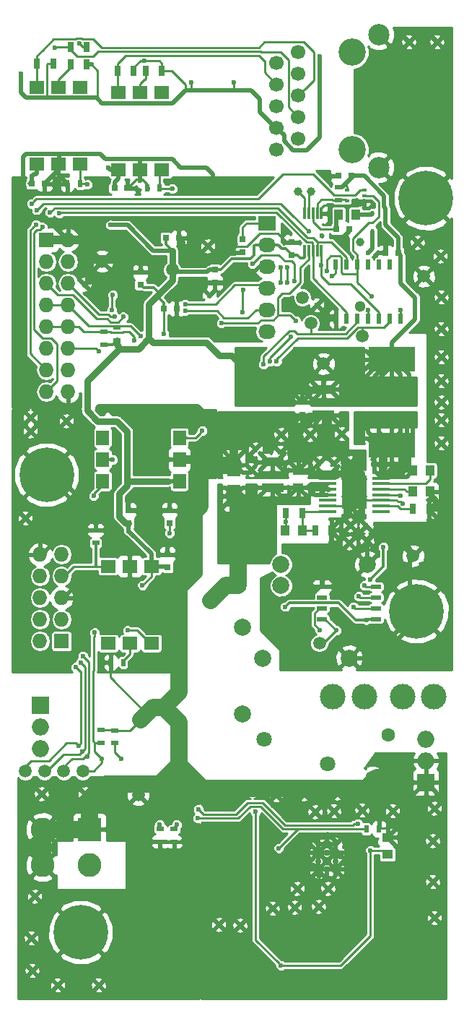
<source format=gbr>
G04 #@! TF.FileFunction,Copper,L2,Bot,Signal*
%FSLAX46Y46*%
G04 Gerber Fmt 4.6, Leading zero omitted, Abs format (unit mm)*
G04 Created by KiCad (PCBNEW 4.0.3-stable) date 09/30/16 03:10:32*
%MOMM*%
%LPD*%
G01*
G04 APERTURE LIST*
%ADD10C,0.100000*%
%ADD11C,0.600000*%
%ADD12C,1.500000*%
%ADD13C,1.998980*%
%ADD14R,1.143000X0.508000*%
%ADD15R,0.750000X0.800000*%
%ADD16R,0.800000X0.750000*%
%ADD17R,0.700000X1.300000*%
%ADD18R,0.500000X0.900000*%
%ADD19R,0.900000X0.500000*%
%ADD20C,6.400000*%
%ADD21R,1.780000X1.520000*%
%ADD22R,1.520000X1.780000*%
%ADD23C,1.700000*%
%ADD24C,3.200000*%
%ADD25C,2.500000*%
%ADD26R,2.032000X1.727200*%
%ADD27O,2.032000X1.727200*%
%ADD28O,1.998980X1.998980*%
%ADD29R,1.998980X1.998980*%
%ADD30R,1.250000X1.000000*%
%ADD31R,0.450000X0.590000*%
%ADD32R,1.000000X1.250000*%
%ADD33R,0.300000X1.400000*%
%ADD34C,1.000760*%
%ADD35R,1.727200X1.727200*%
%ADD36O,1.727200X1.727200*%
%ADD37R,2.800000X2.800000*%
%ADD38C,2.800000*%
%ADD39C,3.000000*%
%ADD40C,1.800000*%
%ADD41R,0.508000X1.143000*%
%ADD42R,0.508000X0.304800*%
%ADD43C,1.600000*%
%ADD44R,1.600200X2.600960*%
%ADD45R,2.500000X1.000000*%
%ADD46R,5.400040X2.900680*%
%ADD47C,1.300000*%
%ADD48C,1.000000*%
%ADD49C,1.016000*%
%ADD50C,0.762000*%
%ADD51R,2.000000X0.400000*%
%ADD52R,3.000000X4.000000*%
%ADD53C,0.250000*%
%ADD54C,0.254000*%
%ADD55C,0.508000*%
%ADD56C,2.032000*%
%ADD57C,1.016000*%
%ADD58C,1.524000*%
%ADD59C,0.304800*%
%ADD60C,0.762000*%
G04 APERTURE END LIST*
D10*
D11*
X194460000Y-134900000D03*
X190860000Y-134800000D03*
X187560000Y-134900000D03*
X185360000Y-135000000D03*
X186860000Y-144000000D03*
X183260000Y-144000000D03*
X191360000Y-101500000D03*
X191460000Y-103300000D03*
X189360000Y-103500000D03*
X189460000Y-101400000D03*
X186160000Y-67500000D03*
X185560000Y-75600000D03*
X158260000Y-73200000D03*
X172960000Y-74500000D03*
X172760000Y-68700000D03*
X151360000Y-100600000D03*
X156160000Y-89200000D03*
X177960000Y-132500000D03*
X187960000Y-132800000D03*
X184060000Y-132900000D03*
X180760000Y-133000000D03*
X199360000Y-134600000D03*
X199160000Y-138400000D03*
X199160000Y-143200000D03*
X199360000Y-147400000D03*
X153260000Y-132900000D03*
X158360000Y-132900000D03*
X152460000Y-144900000D03*
X152060000Y-149800000D03*
X152160000Y-153600000D03*
X155160000Y-155300000D03*
X159960000Y-155300000D03*
X174060000Y-148200000D03*
X176560000Y-148300000D03*
X185760000Y-146100000D03*
X182960000Y-146200000D03*
X180360000Y-146300000D03*
X199660000Y-44800000D03*
X196360000Y-44800000D03*
X197360000Y-68300000D03*
X200060000Y-69900000D03*
X200160000Y-74700000D03*
X200160000Y-78400000D03*
X200160000Y-81700000D03*
X200160000Y-84500000D03*
X200160000Y-87000000D03*
X177860000Y-94900000D03*
X178360000Y-92500000D03*
X181260000Y-92900000D03*
X181360000Y-90800000D03*
X184760000Y-90800000D03*
X188460000Y-90700000D03*
X187560000Y-94200000D03*
X189460000Y-94100000D03*
X185860000Y-94100000D03*
X200160000Y-89100000D03*
X200160000Y-91800000D03*
X151960000Y-90400000D03*
X151960000Y-88800000D03*
D12*
X196860000Y-105000000D03*
X168610000Y-71500000D03*
X185860000Y-115250000D03*
X164610000Y-133000000D03*
X158110000Y-130250000D03*
X153610000Y-130250000D03*
X151360000Y-130250000D03*
X155860000Y-130250000D03*
X198110000Y-72250000D03*
X183860000Y-74750000D03*
X184860000Y-77750000D03*
X190860000Y-79250000D03*
X160360000Y-70500000D03*
X186360000Y-82500000D03*
D11*
X161037052Y-87750000D03*
X164860000Y-124250000D03*
X165610000Y-123500000D03*
X173110000Y-110250000D03*
X173860000Y-109500000D03*
X174610000Y-108750000D03*
D13*
X181360000Y-106000000D03*
X191520000Y-106000000D03*
D11*
X164858000Y-61042000D03*
D14*
X192535000Y-112405000D03*
X192535000Y-111135000D03*
X192535000Y-109865000D03*
X192535000Y-108595000D03*
X186185000Y-108595000D03*
X186185000Y-109865000D03*
X186185000Y-111135000D03*
X186185000Y-112405000D03*
D15*
X176860000Y-67940000D03*
X176860000Y-69440000D03*
X164860000Y-73250000D03*
X164860000Y-71750000D03*
D16*
X167610000Y-76044000D03*
X169110000Y-76044000D03*
D15*
X173610000Y-71500000D03*
X173610000Y-73000000D03*
D16*
X167860000Y-67750000D03*
X169360000Y-67750000D03*
D17*
X156658000Y-45429000D03*
X158558000Y-45429000D03*
D16*
X152105000Y-61431000D03*
X153605000Y-61431000D03*
X161834000Y-61931000D03*
X163334000Y-61931000D03*
D17*
X152716000Y-47334000D03*
X154616000Y-47334000D03*
X162196000Y-48215000D03*
X164096000Y-48215000D03*
X156658000Y-47461000D03*
X158558000Y-47461000D03*
X165498000Y-48215000D03*
X167398000Y-48215000D03*
D18*
X165644000Y-61931000D03*
X167144000Y-61931000D03*
X156272000Y-61431000D03*
X157772000Y-61431000D03*
D19*
X161862000Y-125457000D03*
X161862000Y-126957000D03*
X160211000Y-125433000D03*
X160211000Y-126933000D03*
X167184728Y-138496944D03*
X167184728Y-136996944D03*
X168835728Y-138520944D03*
X168835728Y-137020944D03*
D15*
X168033000Y-106341246D03*
X168033000Y-104841246D03*
X168287000Y-101173000D03*
X168287000Y-99673000D03*
X163461000Y-101173000D03*
X163461000Y-99673000D03*
D19*
X162110000Y-78250000D03*
X162110000Y-79750000D03*
X160610000Y-78750000D03*
X160610000Y-80250000D03*
X159610000Y-103500000D03*
X159610000Y-102000000D03*
D18*
X162860000Y-117500000D03*
X161360000Y-117500000D03*
D20*
X197260000Y-111500000D03*
D11*
X197260000Y-109100000D03*
X198957056Y-109802944D03*
X199660000Y-111500000D03*
X198957056Y-113197056D03*
X197260000Y-113900000D03*
X195562944Y-113197056D03*
X194860000Y-111500000D03*
X195562944Y-109802944D03*
D20*
X198360000Y-63100000D03*
D11*
X198360000Y-60700000D03*
X200057056Y-61402944D03*
X200760000Y-63100000D03*
X200057056Y-64797056D03*
X198360000Y-65500000D03*
X196662944Y-64797056D03*
X195960000Y-63100000D03*
X196662944Y-61402944D03*
D20*
X157860000Y-149100000D03*
D11*
X157860000Y-146700000D03*
X159557056Y-147402944D03*
X160260000Y-149100000D03*
X159557056Y-150797056D03*
X157860000Y-151500000D03*
X156162944Y-150797056D03*
X155460000Y-149100000D03*
X156162944Y-147402944D03*
D20*
X153860000Y-95500000D03*
D11*
X153860000Y-93100000D03*
X155557056Y-93802944D03*
X156260000Y-95500000D03*
X155557056Y-97197056D03*
X153860000Y-97900000D03*
X152162944Y-97197056D03*
X151460000Y-95500000D03*
X152162944Y-93802944D03*
D21*
X152716000Y-59145000D03*
X152716000Y-50125000D03*
X155256000Y-59145000D03*
X155256000Y-50125000D03*
X157796000Y-59145000D03*
X157796000Y-50125000D03*
X162318000Y-59775000D03*
X162318000Y-50755000D03*
X164858000Y-59775000D03*
X164858000Y-50755000D03*
X167398000Y-59775000D03*
X167398000Y-50755000D03*
X166150000Y-106240000D03*
X166150000Y-115260000D03*
X163610000Y-106240000D03*
X163610000Y-115260000D03*
X161070000Y-106240000D03*
X161070000Y-115260000D03*
D22*
X169445000Y-96244000D03*
X160425000Y-96244000D03*
X169445000Y-93704000D03*
X160425000Y-93704000D03*
X169445000Y-91164000D03*
X160425000Y-91164000D03*
D23*
X180860000Y-57430000D03*
X183400000Y-56160000D03*
X180860000Y-54890000D03*
X183400000Y-53620000D03*
X180860000Y-52350000D03*
X183400000Y-51080000D03*
X180860000Y-49810000D03*
X183400000Y-48540000D03*
X180860000Y-47270000D03*
X183400000Y-46000000D03*
D24*
X189750000Y-57430000D03*
X189750000Y-46000000D03*
D25*
X192800000Y-59490000D03*
X192800000Y-43940000D03*
D26*
X179685000Y-66011000D03*
D27*
X179685000Y-68551000D03*
X179685000Y-71091000D03*
X179685000Y-73631000D03*
X179685000Y-76171000D03*
X179685000Y-78711000D03*
D28*
X198360000Y-126460000D03*
D29*
X198360000Y-131540000D03*
D28*
X198360000Y-129000000D03*
D30*
X193860000Y-138000000D03*
X193860000Y-140000000D03*
D15*
X182610000Y-69750000D03*
X182610000Y-68250000D03*
D16*
X187860000Y-66750000D03*
X189360000Y-66750000D03*
D31*
X192110000Y-64890000D03*
X192110000Y-67000000D03*
D18*
X192860000Y-137000000D03*
X191360000Y-137000000D03*
D19*
X188110000Y-61799252D03*
X188110000Y-63299252D03*
D32*
X190110000Y-65000000D03*
X188110000Y-65000000D03*
D33*
X184110000Y-69299252D03*
X184110000Y-64899252D03*
X184610000Y-69299252D03*
X184610000Y-64899252D03*
X185110000Y-69299252D03*
X185110000Y-64899252D03*
X185610000Y-69299252D03*
X185610000Y-64899252D03*
X186110000Y-69299252D03*
X186110000Y-64899252D03*
D34*
X183360700Y-62299252D03*
X184859300Y-62299252D03*
D35*
X153820000Y-68000000D03*
D36*
X156360000Y-68000000D03*
X153820000Y-70540000D03*
X156360000Y-70540000D03*
X153820000Y-73080000D03*
X156360000Y-73080000D03*
X153820000Y-75620000D03*
X156360000Y-75620000D03*
X153820000Y-78160000D03*
X156360000Y-78160000D03*
X153820000Y-80700000D03*
X156360000Y-80700000D03*
X153820000Y-83240000D03*
X156360000Y-83240000D03*
X153820000Y-85780000D03*
X156360000Y-85780000D03*
D35*
X155610000Y-115000000D03*
D36*
X153070000Y-115000000D03*
X155610000Y-112460000D03*
X153070000Y-112460000D03*
X155610000Y-109920000D03*
X153070000Y-109920000D03*
X155610000Y-107380000D03*
X153070000Y-107380000D03*
X155610000Y-104840000D03*
X153070000Y-104840000D03*
D37*
X158860000Y-137050000D03*
D38*
X158860000Y-141250000D03*
X153360000Y-137050000D03*
X153360000Y-141250000D03*
D13*
X176360640Y-108500000D03*
X181361900Y-108500000D03*
D16*
X195110000Y-69500000D03*
X193610000Y-69500000D03*
X189610000Y-60500000D03*
X188110000Y-60500000D03*
D39*
X195595000Y-121500000D03*
X191125000Y-121500000D03*
X199255000Y-121500000D03*
X187465000Y-121500000D03*
D13*
X176860000Y-123500000D03*
X176860000Y-113340000D03*
X179200000Y-117000000D03*
X189360000Y-117000000D03*
D40*
X179360000Y-126500000D03*
X186860000Y-129400000D03*
D41*
X195420000Y-77250000D03*
X194150000Y-77250000D03*
X192880000Y-77250000D03*
X191610000Y-77250000D03*
X190340000Y-77250000D03*
X189070000Y-77250000D03*
X187800000Y-77250000D03*
X187800000Y-70900000D03*
X189070000Y-70900000D03*
X191610000Y-70900000D03*
X192880000Y-70900000D03*
X194150000Y-70900000D03*
X195420000Y-70900000D03*
X190340000Y-70900000D03*
D42*
X191126000Y-62164252D03*
X191126000Y-63434252D03*
X189094000Y-62164252D03*
X191126000Y-62799252D03*
X189094000Y-63434252D03*
D43*
X193910000Y-126000000D03*
X192110000Y-131000000D03*
D44*
X175860000Y-98000000D03*
X175860000Y-94398280D03*
D30*
X183360000Y-95000000D03*
X183360000Y-97000000D03*
D45*
X180360000Y-94000000D03*
X180360000Y-97000000D03*
D32*
X198860000Y-97500000D03*
X196860000Y-97500000D03*
X198860000Y-95000000D03*
X196860000Y-95000000D03*
X183860000Y-102000000D03*
X181860000Y-102000000D03*
D45*
X186360000Y-85500000D03*
X186360000Y-88500000D03*
D15*
X183860000Y-87000000D03*
X183860000Y-88500000D03*
D46*
X194360000Y-92000000D03*
X194360000Y-81997480D03*
D17*
X198760000Y-99500000D03*
X196860000Y-99500000D03*
X181960000Y-100000000D03*
X183860000Y-100000000D03*
X185360000Y-102000000D03*
X187260000Y-102000000D03*
D47*
X190610000Y-75750000D03*
D48*
X190610000Y-68250000D03*
D28*
X153110000Y-127580000D03*
D29*
X153110000Y-122500000D03*
D28*
X153110000Y-125040000D03*
D49*
X185760000Y-141775000D03*
D50*
X186760000Y-141775000D03*
D49*
X187760000Y-141775000D03*
D50*
X187760000Y-138775000D03*
D49*
X186760000Y-138775000D03*
D50*
X185760000Y-138775000D03*
X187760000Y-140775000D03*
D49*
X186760000Y-140775000D03*
D50*
X185760000Y-140775000D03*
D49*
X187760000Y-139775000D03*
D50*
X186760000Y-139775000D03*
D49*
X185760000Y-139775000D03*
D51*
X186860000Y-95250000D03*
X193060000Y-95250000D03*
X186860000Y-95900000D03*
X193060000Y-95900000D03*
X186860000Y-96550000D03*
X193060000Y-96550000D03*
X186860000Y-97200000D03*
X193060000Y-97200000D03*
X186860000Y-97850000D03*
X193060000Y-97850000D03*
X186860000Y-98500000D03*
X193060000Y-98500000D03*
X186860000Y-99150000D03*
X193060000Y-99150000D03*
X186860000Y-99800000D03*
X193060000Y-99800000D03*
D52*
X189960000Y-97525000D03*
D49*
X188960000Y-96025000D03*
D50*
X189960000Y-96025000D03*
D49*
X190960000Y-96025000D03*
D50*
X190960000Y-99025000D03*
D49*
X189960000Y-99025000D03*
D50*
X188960000Y-99025000D03*
X190960000Y-97025000D03*
D49*
X189960000Y-97025000D03*
D50*
X188960000Y-97025000D03*
D49*
X190960000Y-98025000D03*
D50*
X189960000Y-98025000D03*
D49*
X188960000Y-98025000D03*
D11*
X193526841Y-67733159D03*
X190610000Y-63874998D03*
X187110000Y-60799252D03*
X188610000Y-67750000D03*
X186360000Y-77000000D03*
X186860000Y-90750000D03*
X156360000Y-60500000D03*
X174341000Y-62000000D03*
X158860000Y-68000000D03*
X169860000Y-73000000D03*
X169860000Y-70500000D03*
X167360000Y-70500000D03*
X158860000Y-72750000D03*
X160110000Y-87750000D03*
X165860000Y-113147960D03*
X160110000Y-108250000D03*
X164610000Y-94500000D03*
X167360000Y-90750000D03*
X167610000Y-93750000D03*
X163360000Y-98500000D03*
X160360000Y-99750000D03*
X185360000Y-108952145D03*
X189360000Y-113750000D03*
X181360000Y-114500000D03*
X183610000Y-111750000D03*
X169360000Y-154500000D03*
X166360000Y-122750000D03*
X164881260Y-69510505D03*
X164933002Y-71750000D03*
X169860000Y-79000000D03*
X173610000Y-73000000D03*
X169360000Y-67750000D03*
X195618015Y-98871302D03*
X193906960Y-136890426D03*
X152091000Y-60548000D03*
X168110000Y-96250000D03*
X165110000Y-108450001D03*
X163326001Y-94750000D03*
X163461000Y-102081000D03*
X161054998Y-59500000D03*
X161360000Y-66250000D03*
X193360000Y-104000000D03*
X181860000Y-111000000D03*
X191360000Y-112500000D03*
X191860000Y-107750000D03*
X164933002Y-73250000D03*
X167610000Y-79000000D03*
X173610000Y-71500000D03*
X167860000Y-67750000D03*
X181960000Y-101000000D03*
X195360000Y-98000000D03*
X184360000Y-84500000D03*
X157284965Y-118068224D03*
X157610000Y-127250000D03*
X169110000Y-136500000D03*
X161624010Y-74435452D03*
X161496410Y-76250000D03*
X158610000Y-61500000D03*
X168610000Y-62000000D03*
X162860000Y-77000000D03*
X172127404Y-90348695D03*
X161860000Y-77000000D03*
X163360000Y-113750000D03*
X159985010Y-81000000D03*
X164860000Y-79250000D03*
X164110000Y-79750000D03*
X170110000Y-75500000D03*
X170110000Y-76300013D03*
X179309012Y-82580027D03*
X189860000Y-111000000D03*
X183860000Y-74750000D03*
X187360000Y-72250000D03*
X182551042Y-79301594D03*
X180059987Y-82250000D03*
X190485000Y-109750000D03*
X180860000Y-82250000D03*
X191110000Y-108500000D03*
X160360000Y-128750000D03*
X159491251Y-114002647D03*
X154860000Y-45500000D03*
X185860000Y-46500000D03*
X159162000Y-47461000D03*
X165360000Y-47000000D03*
X170860000Y-49500000D03*
X175860000Y-49500000D03*
X150860000Y-48500000D03*
X157669970Y-45000000D03*
X162610000Y-128749994D03*
X167110000Y-136500000D03*
X181360000Y-153000000D03*
X178360000Y-135000000D03*
X191860000Y-139500000D03*
X168287000Y-102340000D03*
X159360000Y-98000000D03*
X161610000Y-93750000D03*
X181110000Y-139245990D03*
X157857014Y-117508958D03*
X158044313Y-127934313D03*
X171610000Y-135750000D03*
X191610000Y-69499990D03*
X185924013Y-113701938D03*
X183110000Y-77500000D03*
X174360000Y-77750000D03*
X152679023Y-64562346D03*
X184620147Y-66989853D03*
X186110000Y-71000000D03*
X152601074Y-66189419D03*
X154243979Y-64806459D03*
X152110000Y-63750000D03*
X153360000Y-66500000D03*
X155360000Y-64877000D03*
X187860000Y-113750000D03*
X176910703Y-73875010D03*
X176818944Y-76500000D03*
X186735000Y-71625000D03*
X191972692Y-74637308D03*
X195360000Y-76250000D03*
X191610000Y-76250000D03*
X178004423Y-70819526D03*
X182932834Y-72793281D03*
X182128995Y-71174990D03*
X182124847Y-72964844D03*
X158110000Y-116750000D03*
X158610000Y-128500000D03*
X171683311Y-134717538D03*
X190360000Y-136373000D03*
X181328992Y-71174990D03*
X181325679Y-73001577D03*
D53*
X190900000Y-75649252D02*
X190900000Y-75966752D01*
D54*
X176860000Y-67940000D02*
X176860000Y-66500000D01*
X176860000Y-66500000D02*
X177349000Y-66011000D01*
X177349000Y-66011000D02*
X179685000Y-66011000D01*
D55*
X189360000Y-113750000D02*
X189360000Y-114500000D01*
X189360000Y-114500000D02*
X186860000Y-117000000D01*
X186860000Y-117000000D02*
X185360000Y-117000000D01*
X185360000Y-117000000D02*
X183310001Y-114950001D01*
X183310001Y-114950001D02*
X183310001Y-113549999D01*
X196505999Y-107250000D02*
X196505999Y-104145999D01*
X196505999Y-110745999D02*
X196505999Y-107250000D01*
D53*
X196505999Y-107250000D02*
X197360000Y-107250000D01*
X188110000Y-60500000D02*
X187409252Y-60500000D01*
X187409252Y-60500000D02*
X187110000Y-60799252D01*
D55*
X199610000Y-98500000D02*
X198610000Y-98500000D01*
X199610000Y-98500000D02*
X198860000Y-97750000D01*
X198860000Y-97750000D02*
X198860000Y-97500000D01*
X199610000Y-98750000D02*
X199610000Y-98500000D01*
X198860000Y-99500000D02*
X199610000Y-98750000D01*
X198760000Y-99500000D02*
X198860000Y-99500000D01*
X198760000Y-99500000D02*
X199618000Y-99500000D01*
X199618000Y-99500000D02*
X199860000Y-99258000D01*
X198760000Y-99650000D02*
X199610000Y-100500000D01*
X198760000Y-99500000D02*
X198760000Y-99650000D01*
X187260000Y-101850000D02*
X188110000Y-101000000D01*
X187260000Y-102000000D02*
X187260000Y-101850000D01*
X187260000Y-102000000D02*
X188118000Y-102000000D01*
X188118000Y-102000000D02*
X188360000Y-101758000D01*
X187260000Y-102150000D02*
X188110000Y-103000000D01*
X187260000Y-102000000D02*
X187260000Y-102150000D01*
X193860000Y-138000000D02*
X194860000Y-139000000D01*
X193860000Y-138000000D02*
X194860000Y-137000000D01*
X196360000Y-132000000D02*
X196360000Y-133250000D01*
X196820000Y-131540000D02*
X196360000Y-132000000D01*
X198360000Y-131540000D02*
X196820000Y-131540000D01*
X199900000Y-131540000D02*
X200360000Y-132000000D01*
X198360000Y-131540000D02*
X199900000Y-131540000D01*
X199610000Y-132750000D02*
X199610000Y-133500000D01*
X198400000Y-131540000D02*
X199610000Y-132750000D01*
X198360000Y-131540000D02*
X198400000Y-131540000D01*
X196860000Y-133000000D02*
X196610000Y-133000000D01*
X198320000Y-131540000D02*
X196860000Y-133000000D01*
X198360000Y-131540000D02*
X198320000Y-131540000D01*
X187360000Y-138000000D02*
X186110000Y-138000000D01*
X187760000Y-138400000D02*
X187360000Y-138000000D01*
X187760000Y-138775000D02*
X187760000Y-138400000D01*
X185760000Y-138775000D02*
X185760000Y-137850000D01*
X185760000Y-139775000D02*
X184610000Y-138625000D01*
X185252001Y-140357999D02*
X184610000Y-141000000D01*
X185760000Y-139775000D02*
X185252001Y-140282999D01*
X185252001Y-140282999D02*
X185252001Y-140357999D01*
X185760000Y-139775000D02*
X184135000Y-139775000D01*
X185041580Y-141775000D02*
X184385000Y-141775000D01*
X185760000Y-141775000D02*
X185252001Y-141267001D01*
X185252001Y-141267001D02*
X184877001Y-141267001D01*
X185760000Y-141775000D02*
X185041580Y-141775000D01*
X185041580Y-141775000D02*
X185016580Y-141750000D01*
X185760000Y-141775000D02*
X185760000Y-142493420D01*
X185760000Y-142493420D02*
X185860000Y-142593420D01*
X185760000Y-141900000D02*
X186360000Y-142500000D01*
X185760000Y-141775000D02*
X185760000Y-141900000D01*
X187760000Y-141775000D02*
X187760000Y-142493420D01*
X187760000Y-142493420D02*
X187360000Y-142893420D01*
X186760000Y-141775000D02*
X186760000Y-142850000D01*
X187760000Y-141775000D02*
X188785000Y-140750000D01*
X187760000Y-139775000D02*
X188267999Y-140282999D01*
X188267999Y-140282999D02*
X188642999Y-140282999D01*
X187760000Y-141775000D02*
X189335000Y-141775000D01*
X187760000Y-139775000D02*
X189335000Y-139775000D01*
X186860000Y-137956580D02*
X186860000Y-137581010D01*
X186760000Y-138775000D02*
X186760000Y-138056580D01*
X186760000Y-138056580D02*
X186860000Y-137956580D01*
X186760000Y-138775000D02*
X185760000Y-139775000D01*
X186760000Y-138775000D02*
X187760000Y-139775000D01*
X186760000Y-139775000D02*
X185760000Y-139775000D01*
X187760000Y-139775000D02*
X186760000Y-139775000D01*
X187760000Y-138775000D02*
X187760000Y-139775000D01*
X186760000Y-138775000D02*
X187760000Y-138775000D01*
X185760000Y-138775000D02*
X186760000Y-138775000D01*
X185760000Y-139775000D02*
X185760000Y-138775000D01*
X185760000Y-140775000D02*
X185760000Y-139775000D01*
X186760000Y-140775000D02*
X185760000Y-139775000D01*
X185760000Y-141775000D02*
X185760000Y-140775000D01*
X187760000Y-140775000D02*
X187760000Y-139775000D01*
X187760000Y-141775000D02*
X187760000Y-140775000D01*
X186760000Y-141775000D02*
X187760000Y-141775000D01*
X185760000Y-141775000D02*
X186760000Y-141775000D01*
X186760000Y-140775000D02*
X187760000Y-141775000D01*
X186760000Y-140775000D02*
X187760000Y-139775000D01*
X185760000Y-141775000D02*
X186760000Y-140775000D01*
X176860000Y-95250000D02*
X177860000Y-95250000D01*
X176008280Y-94398280D02*
X176860000Y-95250000D01*
X175860000Y-94398280D02*
X176008280Y-94398280D01*
X175860000Y-94000000D02*
X174610000Y-92750000D01*
X175860000Y-94398280D02*
X175860000Y-92589800D01*
X175860000Y-92589800D02*
X175770200Y-92500000D01*
X175860000Y-94000000D02*
X177360000Y-92500000D01*
X175860000Y-94398280D02*
X175860000Y-94000000D01*
X183860000Y-88500000D02*
X183110000Y-89250000D01*
X183860000Y-88500000D02*
X183860000Y-89408000D01*
X183860000Y-89408000D02*
X183768000Y-89500000D01*
X183860000Y-88750000D02*
X184860000Y-89750000D01*
X183860000Y-88500000D02*
X183860000Y-88750000D01*
X184610000Y-88500000D02*
X184610000Y-89500000D01*
X186360000Y-88500000D02*
X184610000Y-88500000D01*
X187110000Y-88500000D02*
X188360000Y-89750000D01*
X186360000Y-88500000D02*
X187110000Y-88500000D01*
X185360000Y-89500000D02*
X185360000Y-89750000D01*
X186360000Y-88500000D02*
X185360000Y-89500000D01*
X185610000Y-88500000D02*
X184610000Y-89500000D01*
X186360000Y-88500000D02*
X185610000Y-88500000D01*
X189960000Y-99025000D02*
X189452001Y-99532999D01*
X189452001Y-99532999D02*
X189452001Y-100157999D01*
X189452001Y-100157999D02*
X188960000Y-100650000D01*
X187860000Y-94750000D02*
X188110000Y-94500000D01*
X187860000Y-94750000D02*
X187860000Y-94900000D01*
X187360000Y-95250000D02*
X187860000Y-94750000D01*
X187955999Y-94804001D02*
X186960000Y-95800000D01*
X186210000Y-95250000D02*
X185860000Y-95250000D01*
X186760000Y-95800000D02*
X186114001Y-95154001D01*
X185860000Y-95250000D02*
X183610000Y-95250000D01*
X186860000Y-95250000D02*
X185860000Y-95250000D01*
X186860000Y-95250000D02*
X187360000Y-95250000D01*
X186110000Y-95250000D02*
X185610000Y-94750000D01*
X186860000Y-95250000D02*
X186110000Y-95250000D01*
X183360000Y-95000000D02*
X184360000Y-94000000D01*
X183360000Y-95000000D02*
X182360000Y-94000000D01*
X181860000Y-94250000D02*
X182110000Y-94000000D01*
X181860000Y-95250000D02*
X181860000Y-94250000D01*
X180610000Y-94000000D02*
X181860000Y-95250000D01*
X180360000Y-94000000D02*
X180610000Y-94000000D01*
X179860000Y-94000000D02*
X178860000Y-95000000D01*
X179860000Y-94000000D02*
X178860000Y-93000000D01*
X180360000Y-94000000D02*
X179860000Y-94000000D01*
X180860000Y-94000000D02*
X181860000Y-93000000D01*
X180360000Y-94000000D02*
X180860000Y-94000000D01*
X183360000Y-95000000D02*
X184493000Y-95000000D01*
X184464001Y-94904001D02*
X185360000Y-95800000D01*
X185384998Y-95800000D02*
X187960000Y-95800000D01*
X187964001Y-95800000D02*
X188342999Y-95421002D01*
X188452001Y-95517001D02*
X188960000Y-96025000D01*
X188342999Y-95517001D02*
X188452001Y-95517001D01*
X183610000Y-95250000D02*
X183360000Y-95000000D01*
X189110000Y-95043420D02*
X189110000Y-94000000D01*
X188903420Y-95250000D02*
X189110000Y-95043420D01*
X186860000Y-95250000D02*
X188903420Y-95250000D01*
X189960000Y-96025000D02*
X189960000Y-94500000D01*
X189960000Y-94500000D02*
X189960000Y-93600000D01*
X188960000Y-96025000D02*
X189467999Y-95517001D01*
X189467999Y-95517001D02*
X189467999Y-94992001D01*
X189467999Y-94992001D02*
X189960000Y-94500000D01*
X190960000Y-96025000D02*
X189610000Y-94675000D01*
X190360000Y-94706580D02*
X190360000Y-93500000D01*
X190960000Y-96025000D02*
X190960000Y-95306580D01*
X190960000Y-95306580D02*
X190360000Y-94706580D01*
X188860000Y-95206580D02*
X188860000Y-93750000D01*
X188960000Y-96025000D02*
X188960000Y-95306580D01*
X188960000Y-95306580D02*
X188860000Y-95206580D01*
X190960000Y-99025000D02*
X190960000Y-99400000D01*
X190960000Y-99400000D02*
X189860000Y-100500000D01*
X190110000Y-99893420D02*
X190110000Y-100750000D01*
X190110000Y-100750000D02*
X190110000Y-101000000D01*
X188960000Y-99025000D02*
X188960000Y-99600000D01*
X188960000Y-99600000D02*
X190110000Y-100750000D01*
X188960000Y-98025000D02*
X188960000Y-100650000D01*
X190960000Y-98025000D02*
X190960000Y-100650000D01*
X189960000Y-97025000D02*
X189960000Y-99650000D01*
X189960000Y-99025000D02*
X189960000Y-99743420D01*
X189960000Y-99743420D02*
X190110000Y-99893420D01*
D56*
X171110000Y-100000000D02*
X171110000Y-105000000D01*
X171110000Y-105000000D02*
X171110000Y-107000000D01*
D54*
X168820754Y-105000000D02*
X171110000Y-105000000D01*
X168033000Y-104841246D02*
X168662000Y-104841246D01*
X168662000Y-104841246D02*
X168820754Y-105000000D01*
X161360000Y-117500000D02*
X161360000Y-119250000D01*
X161360000Y-119250000D02*
X165610000Y-123500000D01*
X161862000Y-125457000D02*
X163653000Y-125457000D01*
X163653000Y-125457000D02*
X164860000Y-124250000D01*
X160211000Y-125433000D02*
X161838000Y-125433000D01*
X161838000Y-125433000D02*
X161862000Y-125457000D01*
X186110000Y-64250000D02*
X186446347Y-63913653D01*
X186446347Y-63913653D02*
X190147081Y-63913653D01*
X190147081Y-63913653D02*
X190185736Y-63874998D01*
X190185736Y-63874998D02*
X190610000Y-63874998D01*
X186110000Y-64899252D02*
X186110000Y-64250000D01*
D55*
X193610000Y-67816318D02*
X193526841Y-67733159D01*
X193610000Y-69500000D02*
X193610000Y-67816318D01*
X191126000Y-63434252D02*
X191050746Y-63434252D01*
X191050746Y-63434252D02*
X190610000Y-63874998D01*
X187159252Y-60750000D02*
X187110000Y-60799252D01*
X189360000Y-66750000D02*
X189360000Y-67000000D01*
X189360000Y-67000000D02*
X188610000Y-67750000D01*
X186360000Y-77000000D02*
X187550000Y-77000000D01*
X187550000Y-77000000D02*
X187800000Y-77250000D01*
D57*
X186860000Y-90750000D02*
X186860000Y-89000000D01*
X186860000Y-89000000D02*
X186360000Y-88500000D01*
D55*
X156360000Y-60500000D02*
X155360000Y-60500000D01*
X155360000Y-60500000D02*
X155256000Y-60396000D01*
X155256000Y-60396000D02*
X155256000Y-59145000D01*
X155256000Y-59145000D02*
X155256000Y-60415000D01*
X155256000Y-60415000D02*
X156272000Y-61431000D01*
X155256000Y-59145000D02*
X155256000Y-59780000D01*
X155256000Y-59780000D02*
X153605000Y-61431000D01*
X155360000Y-57930999D02*
X160158999Y-57930999D01*
X151462799Y-57930999D02*
X155360000Y-57930999D01*
X155360000Y-57930999D02*
X155360000Y-59041000D01*
X155360000Y-59041000D02*
X155256000Y-59145000D01*
X164860000Y-58500000D02*
X164858000Y-58502000D01*
X164858000Y-58502000D02*
X164858000Y-61042000D01*
X164860000Y-58500000D02*
X168590202Y-58500000D01*
X160728000Y-58500000D02*
X164860000Y-58500000D01*
X164858000Y-58502000D02*
X164858000Y-59775000D01*
X169590202Y-59500000D02*
X172610000Y-59500000D01*
X153676347Y-65316347D02*
X152317102Y-65316347D01*
X152317102Y-65316347D02*
X151110000Y-64109245D01*
X156360000Y-68000000D02*
X153676347Y-65316347D01*
X173360000Y-60250000D02*
X173360000Y-61019000D01*
X151110000Y-64109245D02*
X151110000Y-58283798D01*
X168590202Y-58500000D02*
X169590202Y-59500000D01*
X173360000Y-61019000D02*
X174341000Y-62000000D01*
X151110000Y-58283798D02*
X151462799Y-57930999D01*
X172610000Y-59500000D02*
X173360000Y-60250000D01*
X160158999Y-57930999D02*
X160728000Y-58500000D01*
D54*
X182610000Y-68250000D02*
X181981000Y-68250000D01*
X181981000Y-68250000D02*
X180981000Y-67250000D01*
X180981000Y-67250000D02*
X178860000Y-67250000D01*
X178860000Y-67250000D02*
X177360000Y-68750000D01*
X177360000Y-68750000D02*
X176110000Y-68750000D01*
X176110000Y-68750000D02*
X175610000Y-69250000D01*
X175610000Y-69250000D02*
X175610000Y-69440000D01*
X175610000Y-69440000D02*
X176860000Y-69440000D01*
D55*
X173670000Y-69440000D02*
X175610000Y-69440000D01*
X164881260Y-69510505D02*
X164881260Y-70021260D01*
X164881260Y-70021260D02*
X165360000Y-70500000D01*
D57*
X164610000Y-70500000D02*
X165360000Y-70500000D01*
X165360000Y-70500000D02*
X167360000Y-70500000D01*
D55*
X164933002Y-71750000D02*
X164933002Y-70926998D01*
X164933002Y-70926998D02*
X165360000Y-70500000D01*
X175860000Y-71750000D02*
X174610000Y-73000000D01*
X174610000Y-73000000D02*
X173610000Y-73000000D01*
X178189871Y-71750000D02*
X175860000Y-71750000D01*
X179685000Y-71091000D02*
X178848871Y-71091000D01*
X178848871Y-71091000D02*
X178189871Y-71750000D01*
X172909999Y-70200001D02*
X173670000Y-69440000D01*
X169860000Y-70500000D02*
X170159999Y-70200001D01*
X170159999Y-70200001D02*
X172909999Y-70200001D01*
X169860000Y-70500000D02*
X169860000Y-68250000D01*
X169860000Y-68250000D02*
X169360000Y-67750000D01*
X169860000Y-73000000D02*
X173610000Y-73000000D01*
X169560001Y-74549999D02*
X169110000Y-75000000D01*
X169110000Y-75000000D02*
X169110000Y-76044000D01*
X169860000Y-73000000D02*
X169560001Y-73299999D01*
X169560001Y-73299999D02*
X169560001Y-74549999D01*
D57*
X164360000Y-70250000D02*
X164610000Y-70500000D01*
X158860000Y-70250000D02*
X158860000Y-68000000D01*
X158860000Y-72750000D02*
X158860000Y-70250000D01*
X158860000Y-70250000D02*
X164360000Y-70250000D01*
X156360000Y-68000000D02*
X158860000Y-68000000D01*
X153820000Y-68000000D02*
X156360000Y-68000000D01*
D55*
X189360000Y-117000000D02*
X192875922Y-117000000D01*
X192875922Y-117000000D02*
X197260000Y-112615922D01*
X197260000Y-112615922D02*
X197260000Y-111500000D01*
X192110000Y-102500000D02*
X191520000Y-103090000D01*
X191520000Y-103090000D02*
X191520000Y-106000000D01*
X194860000Y-102500000D02*
X192110000Y-102500000D01*
X196505999Y-104145999D02*
X194860000Y-102500000D01*
X197260000Y-111500000D02*
X196505999Y-110745999D01*
D57*
X171528200Y-87750000D02*
X160534264Y-87750000D01*
X175860000Y-92081800D02*
X171528200Y-87750000D01*
X160534264Y-87750000D02*
X160110000Y-87750000D01*
X175860000Y-94398280D02*
X175860000Y-92081800D01*
D56*
X169360000Y-108750000D02*
X169360000Y-113000000D01*
D58*
X168432390Y-113000000D02*
X169360000Y-113000000D01*
D56*
X169360000Y-113000000D02*
X169360000Y-121000000D01*
D58*
X165860000Y-113147960D02*
X168284430Y-113147960D01*
X168284430Y-113147960D02*
X168432390Y-113000000D01*
D55*
X157570000Y-108250000D02*
X160110000Y-108250000D01*
X160110000Y-108250000D02*
X162868000Y-108250000D01*
X164610000Y-94500000D02*
X166860000Y-94500000D01*
X166860000Y-94500000D02*
X167610000Y-93750000D01*
X167610000Y-93750000D02*
X167610000Y-91000000D01*
X167610000Y-91000000D02*
X167360000Y-90750000D01*
X167610000Y-93750000D02*
X169399000Y-93750000D01*
X169399000Y-93750000D02*
X169445000Y-93704000D01*
X163360000Y-98500000D02*
X163360000Y-99572000D01*
X163360000Y-99572000D02*
X163461000Y-99673000D01*
X157110000Y-100500000D02*
X157110000Y-97634078D01*
X157110000Y-102000000D02*
X157110000Y-100500000D01*
X157110000Y-100500000D02*
X159610000Y-100500000D01*
X159610000Y-100500000D02*
X160360000Y-99750000D01*
X157110000Y-102000000D02*
X156200000Y-102000000D01*
X159610000Y-102000000D02*
X157110000Y-102000000D01*
X157110000Y-97634078D02*
X154975922Y-95500000D01*
X154975922Y-95500000D02*
X153860000Y-95500000D01*
X160638000Y-102000000D02*
X159610000Y-102000000D01*
X163610000Y-106240000D02*
X163610000Y-104972000D01*
X163610000Y-104972000D02*
X160638000Y-102000000D01*
X155900000Y-109920000D02*
X157570000Y-108250000D01*
X162868000Y-108250000D02*
X163610000Y-107508000D01*
X163610000Y-107508000D02*
X163610000Y-106240000D01*
X156200000Y-102000000D02*
X154950000Y-103250000D01*
X154950000Y-103250000D02*
X153360000Y-104840000D01*
X168287000Y-99673000D02*
X163461000Y-99673000D01*
X186185000Y-108595000D02*
X186185000Y-106175000D01*
X186185000Y-106175000D02*
X187260000Y-105100000D01*
X187260000Y-105100000D02*
X187260000Y-102000000D01*
X185360000Y-109102500D02*
X185867500Y-108595000D01*
X185360000Y-109102500D02*
X185360000Y-108952145D01*
X184712500Y-109750000D02*
X185360000Y-109102500D01*
X183610000Y-111750000D02*
X183185736Y-111750000D01*
X183185736Y-111750000D02*
X183181735Y-111754001D01*
X183181735Y-111754001D02*
X181114001Y-111754001D01*
X185867500Y-108595000D02*
X186185000Y-108595000D01*
X181114001Y-111754001D02*
X180860000Y-111500000D01*
X180860000Y-111500000D02*
X180860000Y-110500000D01*
X180860000Y-110500000D02*
X181406509Y-109953491D01*
X181406509Y-109953491D02*
X182048916Y-109953491D01*
X182252407Y-109750000D02*
X184712500Y-109750000D01*
X182048916Y-109953491D02*
X182252407Y-109750000D01*
X183310001Y-113549999D02*
X182360000Y-114500000D01*
X182360000Y-114500000D02*
X181360000Y-114500000D01*
X183610000Y-111750000D02*
X183310001Y-112049999D01*
X183310001Y-112049999D02*
X183310001Y-113549999D01*
D59*
X169360000Y-154500000D02*
X173110000Y-150750000D01*
X170610000Y-137501472D02*
X170610000Y-133750000D01*
X170610000Y-133750000D02*
X172110000Y-132250000D01*
X168835728Y-138520944D02*
X169590528Y-138520944D01*
X169590528Y-138520944D02*
X170610000Y-137501472D01*
X168835728Y-138520944D02*
X167208728Y-138520944D01*
X167208728Y-138520944D02*
X167184728Y-138496944D01*
D56*
X158860000Y-137050000D02*
X158860000Y-133618000D01*
X158860000Y-133618000D02*
X160728000Y-131750000D01*
X160728000Y-131750000D02*
X167110000Y-131750000D01*
X167110000Y-131750000D02*
X169360000Y-129500000D01*
X153360000Y-137050000D02*
X158860000Y-137050000D01*
X153360000Y-141250000D02*
X153360000Y-137050000D01*
D57*
X169445000Y-93704000D02*
X171221000Y-93704000D01*
X171221000Y-93704000D02*
X171860000Y-94343000D01*
X171860000Y-94343000D02*
X171860000Y-95566180D01*
D56*
X175860000Y-94398280D02*
X173027900Y-94398280D01*
X173027900Y-94398280D02*
X171860000Y-95566180D01*
X171860000Y-95566180D02*
X171860000Y-99250000D01*
X171860000Y-99250000D02*
X171110000Y-100000000D01*
X171110000Y-107000000D02*
X169360000Y-108750000D01*
X169360000Y-121000000D02*
X167610000Y-122750000D01*
X166360000Y-122750000D02*
X164860000Y-124250000D01*
X166360000Y-122750000D02*
X167610000Y-122750000D01*
X167610000Y-122750000D02*
X169360000Y-124500000D01*
X169360000Y-129500000D02*
X172110000Y-132250000D01*
X169360000Y-124500000D02*
X169360000Y-129500000D01*
X172110000Y-132250000D02*
X191310000Y-132250000D01*
X191310000Y-132250000D02*
X192560000Y-131000000D01*
D53*
X169860000Y-79000000D02*
X169860000Y-78575736D01*
X169860000Y-78575736D02*
X169110000Y-77825736D01*
X169110000Y-77825736D02*
X169110000Y-76669000D01*
X169110000Y-76669000D02*
X169110000Y-76044000D01*
D54*
X193060000Y-98500000D02*
X194932038Y-98500000D01*
X194932038Y-98500000D02*
X195059039Y-98627001D01*
X195059039Y-98627001D02*
X195373714Y-98627001D01*
X195373714Y-98627001D02*
X195618015Y-98871302D01*
X186860000Y-99150000D02*
X189835000Y-99150000D01*
X189835000Y-99150000D02*
X189960000Y-99025000D01*
X193060000Y-98500000D02*
X191435000Y-98500000D01*
X191435000Y-98500000D02*
X190960000Y-98025000D01*
X193906960Y-136890426D02*
X192969574Y-136890426D01*
X192969574Y-136890426D02*
X192860000Y-137000000D01*
X193860000Y-138000000D02*
X193860000Y-136937386D01*
X193860000Y-136937386D02*
X193906960Y-136890426D01*
D53*
X164728000Y-60915000D02*
X165112000Y-60915000D01*
X165112000Y-60915000D02*
X165644000Y-61447000D01*
X165644000Y-61447000D02*
X165644000Y-61931000D01*
X164728000Y-60915000D02*
X164375000Y-60915000D01*
X164375000Y-60915000D02*
X163359000Y-61931000D01*
X163359000Y-61931000D02*
X163334000Y-61931000D01*
X164858000Y-59775000D02*
X164858000Y-60785000D01*
X164858000Y-60785000D02*
X164728000Y-60915000D01*
D55*
X195110000Y-69500000D02*
X195110000Y-67750000D01*
X193610000Y-64250000D02*
X193439010Y-64079010D01*
X195110000Y-67750000D02*
X193610000Y-66250000D01*
X193610000Y-66250000D02*
X193610000Y-64250000D01*
X193439010Y-64079010D02*
X193439010Y-62829010D01*
X193439010Y-62829010D02*
X191110000Y-60500000D01*
X191110000Y-60500000D02*
X189860000Y-60500000D01*
X189860000Y-60500000D02*
X188860000Y-61500000D01*
X195360000Y-83750000D02*
X195360000Y-84250000D01*
D60*
X186360000Y-85500000D02*
X184860000Y-85500000D01*
X184860000Y-85500000D02*
X184602000Y-85500000D01*
D55*
X183860000Y-87000000D02*
X183860000Y-86975000D01*
X183860000Y-86975000D02*
X184860000Y-85975000D01*
X184860000Y-85975000D02*
X184860000Y-85500000D01*
X183860000Y-87000000D02*
X182860000Y-86000000D01*
X184360000Y-85500000D02*
X184360000Y-86000000D01*
X184360000Y-86000000D02*
X185110000Y-86750000D01*
X186360000Y-85500000D02*
X185110000Y-86750000D01*
X185860000Y-85500000D02*
X184860000Y-84500000D01*
X186360000Y-85500000D02*
X185860000Y-85500000D01*
X186360000Y-85500000D02*
X186360000Y-84492000D01*
X186360000Y-84492000D02*
X186118000Y-84250000D01*
X187110000Y-85500000D02*
X188360000Y-84250000D01*
X187110000Y-85500000D02*
X188110000Y-86500000D01*
X186360000Y-85500000D02*
X187110000Y-85500000D01*
X194360000Y-82750000D02*
X195360000Y-83750000D01*
X194360000Y-82750000D02*
X193110000Y-84000000D01*
X194360000Y-81997480D02*
X194360000Y-82750000D01*
X194360000Y-82000000D02*
X192360000Y-84000000D01*
X194360000Y-81997480D02*
X194360000Y-82000000D01*
X192362520Y-81997480D02*
X191110000Y-83250000D01*
X194360000Y-81997480D02*
X192362520Y-81997480D01*
X191360000Y-81000000D02*
X190110000Y-81000000D01*
X192357480Y-81997480D02*
X191360000Y-81000000D01*
X194360000Y-81997480D02*
X192357480Y-81997480D01*
X196360000Y-83750000D02*
X196360000Y-85250000D01*
X194607480Y-81997480D02*
X196360000Y-83750000D01*
X194360000Y-81997480D02*
X194607480Y-81997480D01*
X193362520Y-81997480D02*
X190860000Y-84500000D01*
X194360000Y-81997480D02*
X193362520Y-81997480D01*
X152403000Y-60250000D02*
X152091000Y-60548000D01*
X152091000Y-60548000D02*
X152105000Y-60548000D01*
D60*
X163360000Y-96250000D02*
X167685736Y-96250000D01*
X163326001Y-96216001D02*
X163360000Y-96250000D01*
X167685736Y-96250000D02*
X168110000Y-96250000D01*
D59*
X168116000Y-96244000D02*
X168110000Y-96250000D01*
D55*
X169445000Y-96244000D02*
X168116000Y-96244000D01*
D53*
X165110000Y-108450001D02*
X166150000Y-107410001D01*
X166150000Y-107410001D02*
X166150000Y-106240000D01*
D55*
X166150000Y-106240000D02*
X167931754Y-106240000D01*
X167931754Y-106240000D02*
X168033000Y-106341246D01*
D60*
X163326001Y-90466001D02*
X163326001Y-94750000D01*
X163326001Y-94750000D02*
X163326001Y-96216001D01*
D55*
X163461000Y-101173000D02*
X163461000Y-102081000D01*
X163461000Y-102081000D02*
X166150000Y-104770000D01*
X166150000Y-104770000D02*
X166150000Y-106240000D01*
D60*
X162360000Y-97754802D02*
X162360000Y-100392802D01*
X162360000Y-100392802D02*
X163140198Y-101173000D01*
X163140198Y-101173000D02*
X163461000Y-101173000D01*
X163326001Y-96216001D02*
X163326001Y-96788801D01*
X163326001Y-96788801D02*
X162360000Y-97754802D01*
X162110000Y-89250000D02*
X163326001Y-90466001D01*
X159860000Y-89250000D02*
X162110000Y-89250000D01*
X158610000Y-88000000D02*
X159860000Y-89250000D01*
X158610000Y-84500000D02*
X158610000Y-88000000D01*
X162360000Y-80750000D02*
X158610000Y-84500000D01*
X162555200Y-80750000D02*
X162360000Y-80750000D01*
D55*
X188860000Y-61500000D02*
X188560748Y-61799252D01*
D54*
X188860000Y-61500000D02*
X189094000Y-61734000D01*
X189094000Y-61734000D02*
X189094000Y-62164252D01*
D55*
X188560748Y-61799252D02*
X188110000Y-61799252D01*
D59*
X179685000Y-68551000D02*
X181005800Y-68551000D01*
X181005800Y-68551000D02*
X181454800Y-69000000D01*
X181885000Y-69000000D02*
X182610000Y-69725000D01*
X181454800Y-69000000D02*
X181885000Y-69000000D01*
X182610000Y-69725000D02*
X182610000Y-69750000D01*
X182610000Y-69750000D02*
X183289800Y-69750000D01*
X183289800Y-69750000D02*
X183610000Y-70070200D01*
X183610000Y-70070200D02*
X184039800Y-70070200D01*
X184039800Y-70070200D02*
X184107599Y-70002401D01*
X184107599Y-70002401D02*
X184107599Y-69299252D01*
D55*
X195420000Y-70900000D02*
X195420000Y-69810000D01*
X195420000Y-69810000D02*
X195110000Y-69500000D01*
X197110000Y-74750000D02*
X195420000Y-73060000D01*
X195420000Y-73060000D02*
X195420000Y-70900000D01*
X197110000Y-77289140D02*
X197110000Y-74750000D01*
X194360000Y-81997480D02*
X194360000Y-80039140D01*
X194360000Y-80039140D02*
X197110000Y-77289140D01*
X162318000Y-59775000D02*
X161329998Y-59775000D01*
X161329998Y-59775000D02*
X161054998Y-59500000D01*
X162318000Y-59775000D02*
X162318000Y-60792000D01*
X161860000Y-61250000D02*
X161860000Y-61905000D01*
X162318000Y-60792000D02*
X161860000Y-61250000D01*
X161860000Y-61905000D02*
X161834000Y-61931000D01*
X152716000Y-59145000D02*
X152716000Y-60144000D01*
X152716000Y-60144000D02*
X152610000Y-60250000D01*
X152610000Y-60250000D02*
X152403000Y-60250000D01*
X152105000Y-60548000D02*
X152105000Y-61431000D01*
X152105000Y-61431000D02*
X151897000Y-61431000D01*
X163360000Y-66250000D02*
X161360000Y-66250000D01*
X166360000Y-69250000D02*
X163360000Y-66250000D01*
X168610000Y-69250000D02*
X166360000Y-69250000D01*
D59*
X168610000Y-69250000D02*
X167860000Y-68500000D01*
X167860000Y-68500000D02*
X167860000Y-67750000D01*
X179685000Y-68551000D02*
X178364200Y-68551000D01*
X178364200Y-68551000D02*
X178222799Y-68692401D01*
X178222799Y-68692401D02*
X178222799Y-69771523D01*
X178222799Y-69771523D02*
X177801921Y-70192401D01*
X177801921Y-70192401D02*
X175597399Y-70192401D01*
X175597399Y-70192401D02*
X174289800Y-71500000D01*
X174289800Y-71500000D02*
X173610000Y-71500000D01*
D60*
X168610000Y-72750000D02*
X168610000Y-71750000D01*
X168610000Y-71750000D02*
X168610000Y-69250000D01*
D55*
X173610000Y-71500000D02*
X172930200Y-71500000D01*
X172680200Y-71750000D02*
X168610000Y-71750000D01*
X172930200Y-71500000D02*
X172680200Y-71750000D01*
D59*
X167610000Y-76044000D02*
X167610000Y-75364200D01*
X167610000Y-75364200D02*
X167110000Y-74864200D01*
X167110000Y-74864200D02*
X167110000Y-74250000D01*
D60*
X165860000Y-75500000D02*
X167110000Y-74250000D01*
X167110000Y-74250000D02*
X168610000Y-72750000D01*
D59*
X164933002Y-73250000D02*
X165233001Y-73549999D01*
X165233001Y-73549999D02*
X166409999Y-73549999D01*
X166409999Y-73549999D02*
X167110000Y-74250000D01*
D60*
X172610000Y-80000000D02*
X167610000Y-80000000D01*
X167610000Y-80000000D02*
X166610000Y-80000000D01*
X162555200Y-80750000D02*
X164610000Y-80750000D01*
X162110000Y-80304800D02*
X162555200Y-80750000D01*
X162110000Y-79750000D02*
X162110000Y-80304800D01*
X164610000Y-80750000D02*
X165860000Y-79500000D01*
D59*
X160610000Y-80250000D02*
X161610000Y-80250000D01*
X161610000Y-80250000D02*
X162110000Y-79750000D01*
D60*
X165860000Y-79500000D02*
X165860000Y-75500000D01*
X166360000Y-80000000D02*
X165860000Y-79500000D01*
X166610000Y-80000000D02*
X166360000Y-80000000D01*
X174110000Y-81500000D02*
X172610000Y-80000000D01*
X175610000Y-81500000D02*
X174110000Y-81500000D01*
X178610000Y-84500000D02*
X175610000Y-81500000D01*
X183602000Y-84500000D02*
X178610000Y-84500000D01*
X184602000Y-85500000D02*
X183602000Y-84500000D01*
D59*
X193360000Y-106250000D02*
X193360000Y-104424264D01*
X193360000Y-104424264D02*
X193360000Y-104000000D01*
X191860000Y-107750000D02*
X193360000Y-106250000D01*
X188138599Y-110528599D02*
X190110000Y-112500000D01*
X190110000Y-112500000D02*
X191360000Y-112500000D01*
X181860000Y-111000000D02*
X182331401Y-110528599D01*
X182331401Y-110528599D02*
X188138599Y-110528599D01*
X192535000Y-112405000D02*
X191455000Y-112405000D01*
X191455000Y-112405000D02*
X191360000Y-112500000D01*
D53*
X167610000Y-79000000D02*
X167610000Y-78575736D01*
X167610000Y-78575736D02*
X167610000Y-76044000D01*
D54*
X181960000Y-101000000D02*
X181960000Y-101900000D01*
X181960000Y-100000000D02*
X181960000Y-101000000D01*
X193060000Y-97850000D02*
X195210000Y-97850000D01*
X195210000Y-97850000D02*
X195360000Y-98000000D01*
X184360000Y-84500000D02*
X184360000Y-85500000D01*
X181960000Y-101900000D02*
X181860000Y-102000000D01*
D53*
X157610000Y-127250000D02*
X157310001Y-126950001D01*
X157310001Y-126950001D02*
X156209999Y-126950001D01*
X151360000Y-129700000D02*
X151360000Y-130250000D01*
X156209999Y-126950001D02*
X154160000Y-129000000D01*
X154160000Y-129000000D02*
X152060000Y-129000000D01*
X152060000Y-129000000D02*
X151360000Y-129700000D01*
X157584964Y-118368223D02*
X157284965Y-118068224D01*
X157909999Y-118549999D02*
X157766740Y-118549999D01*
X157766740Y-118549999D02*
X157584964Y-118368223D01*
D54*
X157610000Y-127250000D02*
X157909999Y-126950001D01*
X157909999Y-126950001D02*
X157909999Y-118549999D01*
D53*
X168835728Y-137020944D02*
X168835728Y-136774272D01*
X168835728Y-136774272D02*
X169110000Y-136500000D01*
X161496410Y-74563052D02*
X161624010Y-74435452D01*
X161496410Y-76250000D02*
X161496410Y-74563052D01*
X157772000Y-61431000D02*
X158541000Y-61431000D01*
X158541000Y-61431000D02*
X158610000Y-61500000D01*
X157772000Y-61431000D02*
X157772000Y-59169000D01*
X157772000Y-59169000D02*
X157796000Y-59145000D01*
X167144000Y-61931000D02*
X167144000Y-60029000D01*
X167144000Y-60029000D02*
X167398000Y-59775000D01*
X168610000Y-62000000D02*
X167213000Y-62000000D01*
X167213000Y-62000000D02*
X167144000Y-61931000D01*
D54*
X159860000Y-77250000D02*
X159752090Y-77250000D01*
X159752090Y-77250000D02*
X156931489Y-74429399D01*
X156931489Y-74429399D02*
X155169399Y-74429399D01*
X155169399Y-74429399D02*
X153820000Y-73080000D01*
D53*
X162860000Y-77000000D02*
X162234999Y-77625001D01*
X162234999Y-77625001D02*
X161348591Y-77625001D01*
X161348591Y-77625001D02*
X160973590Y-77250000D01*
X160973590Y-77250000D02*
X159860000Y-77250000D01*
X170360000Y-91164000D02*
X171312099Y-91164000D01*
X170195000Y-91164000D02*
X170360000Y-91164000D01*
D59*
X170360000Y-91164000D02*
X169445000Y-91164000D01*
D53*
X171312099Y-91164000D02*
X171827405Y-90648694D01*
X171827405Y-90648694D02*
X172127404Y-90348695D01*
D54*
X161110000Y-76750000D02*
X160030000Y-76750000D01*
X160030000Y-76750000D02*
X156360000Y-73080000D01*
D53*
X161360000Y-77000000D02*
X161110000Y-76750000D01*
X156360000Y-73750000D02*
X156360000Y-73080000D01*
X161860000Y-77000000D02*
X161360000Y-77000000D01*
X164510000Y-113750000D02*
X163360000Y-113750000D01*
X166020000Y-115260000D02*
X164510000Y-113750000D01*
X166150000Y-115260000D02*
X166020000Y-115260000D01*
X156360000Y-80700000D02*
X159685011Y-80700001D01*
X159685011Y-80700001D02*
X159985010Y-81000000D01*
X156360000Y-75620000D02*
X155138686Y-75620000D01*
X155138686Y-75620000D02*
X153820000Y-75620000D01*
X158815011Y-78075011D02*
X163685011Y-78075011D01*
X156360000Y-75620000D02*
X158815011Y-78075011D01*
X164560001Y-78950001D02*
X164860000Y-79250000D01*
X163685011Y-78075011D02*
X164560001Y-78950001D01*
X156360000Y-78160000D02*
X155138686Y-78160000D01*
X155138686Y-78160000D02*
X153820000Y-78160000D01*
X164110000Y-79750000D02*
X164110000Y-79325736D01*
X164110000Y-79325736D02*
X163534264Y-78750000D01*
X163534264Y-78750000D02*
X162885001Y-78750000D01*
X162885001Y-78750000D02*
X162885001Y-78760001D01*
X162885001Y-78760001D02*
X162820001Y-78825001D01*
X161399999Y-78825001D02*
X161334999Y-78760001D01*
X158171314Y-78750000D02*
X157581314Y-78160000D01*
X162820001Y-78825001D02*
X161399999Y-78825001D01*
X161334999Y-78760001D02*
X161334999Y-78750000D01*
X161334999Y-78750000D02*
X158171314Y-78750000D01*
X157581314Y-78160000D02*
X156360000Y-78160000D01*
X175934996Y-73250000D02*
X173684996Y-75500000D01*
X179685000Y-73631000D02*
X179532600Y-73631000D01*
X173684996Y-75500000D02*
X170534264Y-75500000D01*
X179532600Y-73631000D02*
X179151600Y-73250000D01*
X179151600Y-73250000D02*
X175934996Y-73250000D01*
X170534264Y-75500000D02*
X170110000Y-75500000D01*
X173834277Y-76300013D02*
X170534264Y-76300013D01*
X170534264Y-76300013D02*
X170110000Y-76300013D01*
X174659265Y-77125001D02*
X173834277Y-76300013D01*
X179685000Y-76171000D02*
X178419000Y-76171000D01*
X177464999Y-77125001D02*
X174659265Y-77125001D01*
X178419000Y-76171000D02*
X177464999Y-77125001D01*
X183285002Y-79000000D02*
X184860000Y-79000000D01*
X184860000Y-79000000D02*
X188907500Y-79000000D01*
X184860000Y-77750000D02*
X184860000Y-79000000D01*
X190340000Y-77567500D02*
X190340000Y-77250000D01*
X179309012Y-81625986D02*
X182309999Y-78624999D01*
X179309012Y-82580027D02*
X179309012Y-81625986D01*
X182309999Y-78624999D02*
X182910001Y-78624999D01*
X188907500Y-79000000D02*
X190340000Y-77567500D01*
X182910001Y-78624999D02*
X183285002Y-79000000D01*
X192535000Y-111135000D02*
X189995000Y-111135000D01*
X189995000Y-111135000D02*
X189860000Y-111000000D01*
X187800000Y-71810000D02*
X187659999Y-71950001D01*
X187800000Y-70900000D02*
X187800000Y-71810000D01*
X187659999Y-71950001D02*
X187360000Y-72250000D01*
X182251043Y-79601593D02*
X182551042Y-79301594D01*
X180059987Y-82250000D02*
X180059987Y-81792649D01*
X180059987Y-81792649D02*
X182251043Y-79601593D01*
X192535000Y-109865000D02*
X190600000Y-109865000D01*
X190600000Y-109865000D02*
X190485000Y-109750000D01*
X193467500Y-78250000D02*
X190860000Y-78250000D01*
X190860000Y-78250000D02*
X190360000Y-78250000D01*
X190860000Y-79250000D02*
X190860000Y-78250000D01*
X194150000Y-77567500D02*
X193467500Y-78250000D01*
X189110000Y-79500000D02*
X183360000Y-79500000D01*
X190360000Y-78250000D02*
X189110000Y-79500000D01*
X194150000Y-77250000D02*
X194150000Y-77567500D01*
X183360000Y-79500000D02*
X180860000Y-82000000D01*
X180860000Y-82000000D02*
X180860000Y-82250000D01*
X192535000Y-108595000D02*
X191205000Y-108595000D01*
X191205000Y-108595000D02*
X191110000Y-108500000D01*
X160360000Y-128750000D02*
X160360000Y-129250000D01*
X160360000Y-129250000D02*
X159360000Y-130250000D01*
X159360000Y-130250000D02*
X158110000Y-130250000D01*
X159507000Y-126933000D02*
X159507000Y-127897000D01*
X159507000Y-127897000D02*
X160360000Y-128750000D01*
X159272029Y-118500000D02*
X159360000Y-118412029D01*
X159360000Y-118412029D02*
X159360000Y-114558162D01*
X159360000Y-114558162D02*
X159491251Y-114426911D01*
X159491251Y-114426911D02*
X159491251Y-114002647D01*
D54*
X159272029Y-126698029D02*
X159272029Y-118500000D01*
X160211000Y-126933000D02*
X159507000Y-126933000D01*
X159507000Y-126933000D02*
X159272029Y-126698029D01*
X182222999Y-52442999D02*
X182222999Y-47000000D01*
X179360000Y-46000000D02*
X181331962Y-46000000D01*
X181331962Y-46000000D02*
X182222999Y-46891037D01*
X182222999Y-46891037D02*
X182222999Y-47000000D01*
D53*
X156658000Y-45729000D02*
X157414999Y-46485999D01*
X157414999Y-46485999D02*
X159345999Y-46485999D01*
X156658000Y-45429000D02*
X156658000Y-45729000D01*
X159345999Y-46485999D02*
X159907009Y-45924989D01*
X178935011Y-45924989D02*
X179010022Y-46000000D01*
X179010022Y-46000000D02*
X179360000Y-46000000D01*
X159907009Y-45924989D02*
X178935011Y-45924989D01*
D54*
X183400000Y-53620000D02*
X182222999Y-52442999D01*
X154931000Y-45429000D02*
X154860000Y-45500000D01*
X156658000Y-45429000D02*
X154931000Y-45429000D01*
D55*
X175860000Y-50500000D02*
X177860000Y-50500000D01*
X177860000Y-50500000D02*
X178860000Y-51500000D01*
X178860000Y-51500000D02*
X178860000Y-53000000D01*
X178860000Y-53000000D02*
X180750000Y-54890000D01*
X180750000Y-54890000D02*
X180860000Y-54890000D01*
X185860000Y-46924264D02*
X185860000Y-46500000D01*
X182774079Y-57464001D02*
X184395999Y-57464001D01*
X180860000Y-54890000D02*
X181709999Y-55739999D01*
X184395999Y-57464001D02*
X185860000Y-56000000D01*
X185860000Y-56000000D02*
X185860000Y-46924264D01*
X181709999Y-55739999D02*
X181709999Y-56399921D01*
X181709999Y-56399921D02*
X182774079Y-57464001D01*
X159699001Y-51339001D02*
X153860000Y-51339001D01*
X153860000Y-51339001D02*
X151462799Y-51339001D01*
D53*
X154616000Y-47334000D02*
X154016000Y-47334000D01*
X154016000Y-47334000D02*
X153931001Y-47418999D01*
X153931001Y-47418999D02*
X153931001Y-51268000D01*
X153931001Y-51268000D02*
X153860000Y-51339001D01*
X158558000Y-47461000D02*
X159162000Y-47461000D01*
D54*
X164860000Y-47000000D02*
X165360000Y-47000000D01*
X165360000Y-47000000D02*
X167087000Y-47000000D01*
X158558000Y-47198000D02*
X158558000Y-47461000D01*
X159860000Y-48159000D02*
X159860000Y-51178002D01*
X159860000Y-51178002D02*
X159699001Y-51339001D01*
X159162000Y-47461000D02*
X159860000Y-48159000D01*
X164096000Y-48215000D02*
X164096000Y-47764000D01*
X164096000Y-47764000D02*
X164860000Y-47000000D01*
X167087000Y-47000000D02*
X167398000Y-47311000D01*
X167398000Y-47311000D02*
X167398000Y-48215000D01*
X168575000Y-48215000D02*
X170120202Y-49760202D01*
X170120202Y-49760202D02*
X170120202Y-50500000D01*
X167398000Y-48215000D02*
X168575000Y-48215000D01*
D55*
X175860000Y-50500000D02*
X170860000Y-50500000D01*
X170860000Y-50500000D02*
X170120202Y-50500000D01*
D54*
X170860000Y-49500000D02*
X170860000Y-50500000D01*
X175860000Y-49500000D02*
X175860000Y-50500000D01*
D55*
X170120202Y-50500000D02*
X168620202Y-52000000D01*
X160360000Y-52000000D02*
X159699001Y-51339001D01*
X168620202Y-52000000D02*
X160360000Y-52000000D01*
X151462799Y-51339001D02*
X150860000Y-50736202D01*
X150860000Y-50736202D02*
X150860000Y-48500000D01*
D54*
X158098970Y-45429000D02*
X157669970Y-45000000D01*
X158558000Y-45429000D02*
X158098970Y-45429000D01*
X185232999Y-46000000D02*
X185232999Y-49247001D01*
X178747783Y-45472979D02*
X179397763Y-44822999D01*
X179397763Y-44822999D02*
X184055998Y-44822999D01*
X184055998Y-44822999D02*
X185232999Y-46000000D01*
X185232999Y-49247001D02*
X184249999Y-50230001D01*
X160360000Y-45472979D02*
X178747783Y-45472979D01*
X184249999Y-50230001D02*
X183400000Y-51080000D01*
X156360000Y-44451999D02*
X157269601Y-44451999D01*
X152716000Y-46430000D02*
X153360000Y-45786000D01*
D53*
X156360000Y-44451999D02*
X154694001Y-44451999D01*
X154694001Y-44451999D02*
X153360000Y-45786000D01*
X160360000Y-45472979D02*
X159341020Y-44453999D01*
X159341020Y-44453999D02*
X159171601Y-44453999D01*
X159171601Y-44453999D02*
X159169601Y-44451999D01*
D54*
X152716000Y-47334000D02*
X152716000Y-46430000D01*
X158049931Y-44451999D02*
X159169601Y-44451999D01*
X157369009Y-44372999D02*
X157970931Y-44372999D01*
X157279805Y-44462203D02*
X157369009Y-44372999D01*
X157269601Y-44451999D02*
X157279805Y-44462203D01*
X157970931Y-44372999D02*
X158049931Y-44451999D01*
D53*
X152716000Y-47334000D02*
X152716000Y-50125000D01*
X178748611Y-46375000D02*
X179373611Y-47000000D01*
X163132000Y-46375000D02*
X178748611Y-46375000D01*
X162860000Y-46647000D02*
X163132000Y-46375000D01*
X179373611Y-47000000D02*
X179440000Y-47000000D01*
D54*
X179440000Y-47000000D02*
X179440000Y-48390000D01*
X179440000Y-48390000D02*
X180860000Y-49810000D01*
X162196000Y-47311000D02*
X162860000Y-46647000D01*
X162196000Y-48215000D02*
X162196000Y-47311000D01*
D53*
X162196000Y-48215000D02*
X162196000Y-50633000D01*
X162196000Y-50633000D02*
X162318000Y-50755000D01*
X155256000Y-50125000D02*
X155256000Y-49163000D01*
X155256000Y-49163000D02*
X156658000Y-47761000D01*
X156658000Y-47761000D02*
X156658000Y-47461000D01*
X165366000Y-49237000D02*
X165376000Y-49237000D01*
X165376000Y-49237000D02*
X165498000Y-49115000D01*
X165498000Y-49115000D02*
X165498000Y-48215000D01*
X164858000Y-50755000D02*
X164858000Y-49745000D01*
X164858000Y-49745000D02*
X165366000Y-49237000D01*
D55*
X174610000Y-99250000D02*
X174360000Y-99500000D01*
X175860000Y-98000000D02*
X174610000Y-99250000D01*
X176860000Y-97000000D02*
X177860000Y-97000000D01*
X175860000Y-98000000D02*
X176860000Y-97000000D01*
X174860000Y-97000000D02*
X174360000Y-97000000D01*
X175860000Y-98000000D02*
X174860000Y-97000000D01*
X179860000Y-97000000D02*
X178860000Y-98000000D01*
X180360000Y-97000000D02*
X179860000Y-97000000D01*
X180360000Y-97000000D02*
X180110000Y-97000000D01*
X183360000Y-97000000D02*
X184360000Y-98000000D01*
X182360000Y-97250000D02*
X182360000Y-97242000D01*
X182360000Y-97242000D02*
X182118000Y-97000000D01*
X182360000Y-98000000D02*
X182360000Y-97250000D01*
X180360000Y-97000000D02*
X181360000Y-98000000D01*
X181360000Y-98000000D02*
X182360000Y-98000000D01*
X182360000Y-98000000D02*
X183360000Y-97000000D01*
X185496799Y-97845999D02*
X185860000Y-97845999D01*
X185860000Y-97845999D02*
X186860000Y-97845999D01*
X186860000Y-97200000D02*
X186505999Y-97200000D01*
X186505999Y-97200000D02*
X185860000Y-97845999D01*
X184993000Y-97500000D02*
X185338999Y-97845999D01*
X184493000Y-97000000D02*
X184993000Y-97500000D01*
X184993000Y-97500000D02*
X185293000Y-97200000D01*
X185293000Y-97200000D02*
X186860000Y-97200000D01*
X183360000Y-97000000D02*
X184493000Y-97000000D01*
X185338999Y-97845999D02*
X185496799Y-97845999D01*
X183360000Y-97000000D02*
X186660000Y-97000000D01*
X186660000Y-97000000D02*
X186860000Y-97200000D01*
X184493000Y-97000000D02*
X184888991Y-96604009D01*
X184888991Y-96604009D02*
X185095732Y-96604009D01*
X185095732Y-96604009D02*
X186860000Y-96604009D01*
D56*
X174860000Y-108500000D02*
X173110000Y-110250000D01*
X176360640Y-108500000D02*
X174860000Y-108500000D01*
X176360640Y-108500000D02*
X176360640Y-98500640D01*
X176360640Y-98500640D02*
X175860000Y-98000000D01*
D55*
X190110000Y-65000000D02*
X192000000Y-65000000D01*
X192000000Y-65000000D02*
X192110000Y-64890000D01*
D53*
X162310001Y-128449995D02*
X162610000Y-128749994D01*
X161862000Y-128001994D02*
X162310001Y-128449995D01*
X161862000Y-126957000D02*
X161862000Y-128001994D01*
X167184728Y-136996944D02*
X167184728Y-136574728D01*
X167184728Y-136574728D02*
X167110000Y-136500000D01*
D54*
X188360000Y-153000000D02*
X191860000Y-149500000D01*
X191860000Y-149500000D02*
X191860000Y-142500000D01*
X181360000Y-153000000D02*
X188360000Y-153000000D01*
X181060001Y-152700001D02*
X181360000Y-153000000D01*
X178360000Y-150000000D02*
X181060001Y-152700001D01*
X178360000Y-135000000D02*
X178360000Y-150000000D01*
X191860000Y-139500000D02*
X191860000Y-142500000D01*
X191860000Y-139500000D02*
X193360000Y-139500000D01*
X193360000Y-139500000D02*
X193860000Y-140000000D01*
D53*
X168287000Y-102340000D02*
X168287000Y-101173000D01*
D54*
X161070000Y-106240000D02*
X159610000Y-106240000D01*
X159610000Y-106240000D02*
X157040000Y-106240000D01*
D59*
X159610000Y-103500000D02*
X159610000Y-104910000D01*
X159610000Y-104910000D02*
X159610000Y-106240000D01*
D54*
X157040000Y-106240000D02*
X155900000Y-107380000D01*
X160866000Y-96244000D02*
X159360000Y-97750000D01*
X159360000Y-97750000D02*
X159360000Y-98000000D01*
D59*
X161610000Y-93750000D02*
X160471000Y-93750000D01*
X160471000Y-93750000D02*
X160425000Y-93704000D01*
D54*
X163610000Y-116550000D02*
X163610000Y-115260000D01*
X162860000Y-117500000D02*
X162860000Y-117300000D01*
X162860000Y-117300000D02*
X163610000Y-116550000D01*
D53*
X158044313Y-127934313D02*
X157678636Y-128299990D01*
X153910000Y-130250000D02*
X153610000Y-130250000D01*
X157678636Y-128299990D02*
X155860010Y-128299990D01*
X155860010Y-128299990D02*
X153910000Y-130250000D01*
D54*
X181409999Y-138945991D02*
X181110000Y-139245990D01*
X183360000Y-137000000D02*
X183355990Y-137000000D01*
X181114010Y-139245990D02*
X181110000Y-139245990D01*
X181360000Y-139000000D02*
X181114010Y-139245990D01*
X183355990Y-137000000D02*
X181409999Y-138945991D01*
D53*
X158364009Y-118500000D02*
X158364009Y-118015953D01*
X158364009Y-118015953D02*
X158157013Y-117808957D01*
X158157013Y-117808957D02*
X157857014Y-117508958D01*
D54*
X158364009Y-127138058D02*
X158364009Y-118500000D01*
X158044313Y-127934313D02*
X158364009Y-127614617D01*
X158364009Y-127614617D02*
X158364009Y-127138058D01*
X177737001Y-134372999D02*
X176360000Y-135750000D01*
X176360000Y-135750000D02*
X171610000Y-135750000D01*
X181610000Y-137000000D02*
X178982999Y-134372999D01*
X178982999Y-134372999D02*
X177737001Y-134372999D01*
X183360000Y-137000000D02*
X181610000Y-137000000D01*
X183360000Y-137000000D02*
X191360000Y-137000000D01*
D55*
X192110000Y-68999990D02*
X191909999Y-69199991D01*
X191909999Y-69199991D02*
X191610000Y-69499990D01*
X192110000Y-67000000D02*
X192110000Y-68999990D01*
D53*
X184610000Y-64899252D02*
X184610000Y-62548552D01*
X184610000Y-62548552D02*
X184859300Y-62299252D01*
X184110000Y-64899252D02*
X184110000Y-63048552D01*
X184110000Y-63048552D02*
X183360700Y-62299252D01*
D55*
X187860000Y-66750000D02*
X187860000Y-65250000D01*
X187860000Y-65250000D02*
X188110000Y-65000000D01*
D54*
X185110000Y-64899252D02*
X185110000Y-65853252D01*
X185110000Y-65853252D02*
X186006748Y-66750000D01*
X186006748Y-66750000D02*
X187206000Y-66750000D01*
X187206000Y-66750000D02*
X187860000Y-66750000D01*
D53*
X186185000Y-111135000D02*
X185867500Y-111135000D01*
X185867500Y-111135000D02*
X185288499Y-111714001D01*
X185288499Y-111714001D02*
X185288499Y-113066424D01*
X185288499Y-113066424D02*
X185924013Y-113701938D01*
X182810001Y-77200001D02*
X183110000Y-77500000D01*
X182443990Y-76833990D02*
X182810001Y-77200001D01*
X181026010Y-76833990D02*
X182443990Y-76833990D01*
X181026010Y-76833990D02*
X181026010Y-74750000D01*
X181026010Y-74750000D02*
X181526010Y-74250000D01*
X181526010Y-74250000D02*
X182360000Y-74250000D01*
X182360000Y-74250000D02*
X183610000Y-73000000D01*
X184610000Y-70250000D02*
X184610000Y-69299252D01*
X183610000Y-73000000D02*
X183610000Y-71250000D01*
X183610000Y-71250000D02*
X184610000Y-70250000D01*
X174360000Y-77750000D02*
X178649872Y-77750000D01*
X178649872Y-77750000D02*
X179040262Y-77359610D01*
X179040262Y-77359610D02*
X180500390Y-77359610D01*
X180500390Y-77359610D02*
X181026010Y-76833990D01*
D54*
X181360000Y-63750000D02*
X153491369Y-63750000D01*
X182610000Y-65000000D02*
X181360000Y-63750000D01*
X153491369Y-63750000D02*
X152979022Y-64262347D01*
X152979022Y-64262347D02*
X152679023Y-64562346D01*
D53*
X182610000Y-65000000D02*
X182630294Y-65000000D01*
X182630294Y-65000000D02*
X184620147Y-66989853D01*
X192880000Y-76428500D02*
X189576502Y-73125002D01*
X186110000Y-72250000D02*
X186110000Y-71250000D01*
X192880000Y-77250000D02*
X192880000Y-76428500D01*
X186985002Y-73125002D02*
X186110000Y-72250000D01*
X189576502Y-73125002D02*
X186985002Y-73125002D01*
X186110000Y-71250000D02*
X186110000Y-69299252D01*
X186110000Y-71250000D02*
X186110000Y-71000000D01*
D54*
X152301075Y-66489418D02*
X152601074Y-66189419D01*
X151905990Y-66884503D02*
X152301075Y-66489418D01*
X151905990Y-81325990D02*
X151905990Y-66884503D01*
X153820000Y-83240000D02*
X151905990Y-81325990D01*
X155110000Y-64250000D02*
X154787964Y-64250000D01*
X181002067Y-64250000D02*
X155110000Y-64250000D01*
X155110000Y-64250000D02*
X154800438Y-64250000D01*
X154800438Y-64250000D02*
X154243979Y-64806459D01*
X181861414Y-65112176D02*
X181861414Y-65109347D01*
X181861414Y-65109347D02*
X181002067Y-64250000D01*
X154787964Y-64250000D02*
X154410962Y-64627002D01*
X154410962Y-64627002D02*
X154235129Y-64627002D01*
D53*
X184496410Y-67750000D02*
X181861414Y-65112176D01*
X181861414Y-65112176D02*
X181860000Y-65113590D01*
X185610000Y-68364250D02*
X185610000Y-68227840D01*
X185610000Y-68227840D02*
X185132160Y-67750000D01*
X185132160Y-67750000D02*
X184496410Y-67750000D01*
X185610000Y-68364250D02*
X185610000Y-69299252D01*
X187285002Y-68250000D02*
X185724250Y-68250000D01*
X185724250Y-68250000D02*
X185610000Y-68364250D01*
X189070000Y-70900000D02*
X189070000Y-70034998D01*
X189070000Y-70034998D02*
X187285002Y-68250000D01*
X152659999Y-63200001D02*
X152409999Y-63450001D01*
X181610000Y-60250000D02*
X178659999Y-63200001D01*
X185110000Y-60250000D02*
X181610000Y-60250000D01*
X190062001Y-62724251D02*
X187584251Y-62724251D01*
X187584251Y-62724251D02*
X185110000Y-60250000D01*
X190622000Y-62164252D02*
X190062001Y-62724251D01*
X178659999Y-63200001D02*
X152659999Y-63200001D01*
X152409999Y-63450001D02*
X152110000Y-63750000D01*
X191126000Y-62164252D02*
X190622000Y-62164252D01*
D54*
X152694799Y-66809399D02*
X153050601Y-66809399D01*
X153407309Y-79509399D02*
X152360001Y-78462091D01*
X154391489Y-79509399D02*
X153407309Y-79509399D01*
X153050601Y-66809399D02*
X153060001Y-66799999D01*
X155110000Y-80227910D02*
X154391489Y-79509399D01*
X152360001Y-67144197D02*
X152694799Y-66809399D01*
X155110000Y-84490000D02*
X155110000Y-80227910D01*
X153060001Y-66799999D02*
X153360000Y-66500000D01*
X152360001Y-78462091D02*
X152360001Y-67144197D01*
X153820000Y-85780000D02*
X155110000Y-84490000D01*
X180860001Y-64750001D02*
X155360000Y-64750001D01*
X155360000Y-64750001D02*
X155360000Y-64877000D01*
X181110000Y-65000000D02*
X180860001Y-64750001D01*
D53*
X185110000Y-69299252D02*
X185110000Y-69000000D01*
X185110000Y-69000000D02*
X185085001Y-68975001D01*
X185085001Y-68975001D02*
X185085001Y-68339251D01*
X185020001Y-68274251D02*
X184384251Y-68274251D01*
X185085001Y-68339251D02*
X185020001Y-68274251D01*
X184384251Y-68274251D02*
X181110000Y-65000000D01*
X189070000Y-77250000D02*
X189070000Y-76428500D01*
X189070000Y-76428500D02*
X185110000Y-72468500D01*
X185110000Y-72468500D02*
X185110000Y-70249252D01*
X185110000Y-70249252D02*
X185110000Y-69299252D01*
X187860000Y-113750000D02*
X186360000Y-115250000D01*
X186360000Y-115250000D02*
X185860000Y-115250000D01*
X186185000Y-112405000D02*
X186515000Y-112405000D01*
X186515000Y-112405000D02*
X187860000Y-113750000D01*
X176818944Y-73966769D02*
X176910703Y-73875010D01*
X176818944Y-76500000D02*
X176818944Y-73966769D01*
X186110000Y-63250000D02*
X185610000Y-63750000D01*
X185610000Y-63750000D02*
X185610000Y-64899252D01*
X187360748Y-63250000D02*
X186110000Y-63250000D01*
X188110000Y-63299252D02*
X187410000Y-63299252D01*
X187410000Y-63299252D02*
X187360748Y-63250000D01*
X188110000Y-63299252D02*
X188159252Y-63250000D01*
X188159252Y-63250000D02*
X188909748Y-63250000D01*
X188909748Y-63250000D02*
X189094000Y-63434252D01*
X186735000Y-71625000D02*
X186735000Y-70375000D01*
X189362976Y-71997024D02*
X189365952Y-72000000D01*
X186735000Y-70375000D02*
X187210000Y-69900000D01*
X188618930Y-71997024D02*
X189362976Y-71997024D01*
X189365952Y-72000000D02*
X190340000Y-72000000D01*
X187210000Y-69900000D02*
X188260000Y-69900000D01*
X188260000Y-69900000D02*
X188460000Y-70100000D01*
X188460000Y-71838094D02*
X188618930Y-71997024D01*
X188460000Y-70100000D02*
X188460000Y-71838094D01*
X190340000Y-73004616D02*
X190340000Y-72000000D01*
X190340000Y-72000000D02*
X190340000Y-70900000D01*
X192860000Y-63500000D02*
X192159252Y-62799252D01*
X192159252Y-62799252D02*
X191126000Y-62799252D01*
X192860000Y-65250000D02*
X192860000Y-63500000D01*
X192110000Y-66000000D02*
X192860000Y-65250000D01*
X191638998Y-66000000D02*
X192110000Y-66000000D01*
X190340000Y-70900000D02*
X190340000Y-69741002D01*
X190340000Y-69741002D02*
X189784999Y-69186001D01*
X189784999Y-69186001D02*
X189784999Y-67853999D01*
X189784999Y-67853999D02*
X191638998Y-66000000D01*
X191972692Y-74637308D02*
X190340000Y-73004616D01*
X195360000Y-76250000D02*
X195360000Y-77190000D01*
X195360000Y-77190000D02*
X195420000Y-77250000D01*
X191610000Y-77250000D02*
X191610000Y-76250000D01*
D54*
X196860000Y-97500000D02*
X196106000Y-97500000D01*
X196106000Y-97500000D02*
X195806000Y-97200000D01*
X195806000Y-97200000D02*
X194314000Y-97200000D01*
X194314000Y-97200000D02*
X193060000Y-97200000D01*
X198360000Y-96500000D02*
X198860000Y-96000000D01*
X198860000Y-96000000D02*
X198860000Y-95000000D01*
X194364000Y-96500000D02*
X198360000Y-96500000D01*
X193060000Y-96550000D02*
X194314000Y-96550000D01*
X194314000Y-96550000D02*
X194364000Y-96500000D01*
D55*
X196860000Y-91000000D02*
X196860000Y-89500000D01*
X195860000Y-92000000D02*
X196860000Y-91000000D01*
X194360000Y-92000000D02*
X195860000Y-92000000D01*
X195860000Y-93500000D02*
X195860000Y-94250000D01*
X194360000Y-92000000D02*
X195860000Y-93500000D01*
X196352000Y-94508000D02*
X196110000Y-94508000D01*
X196110000Y-94508000D02*
X195360000Y-94508000D01*
X196360000Y-93250000D02*
X196360000Y-94258000D01*
X196360000Y-94258000D02*
X196110000Y-94508000D01*
X195110000Y-92000000D02*
X196360000Y-93250000D01*
X194360000Y-92000000D02*
X195110000Y-92000000D01*
X196110000Y-95750000D02*
X195610000Y-95750000D01*
X196860000Y-95000000D02*
X196110000Y-95750000D01*
X196360000Y-94500000D02*
X196352000Y-94508000D01*
X196860000Y-95000000D02*
X196360000Y-94500000D01*
X193060000Y-95250000D02*
X193568002Y-95250000D01*
X193514001Y-95154001D02*
X194160000Y-95800000D01*
X193860000Y-95250000D02*
X194610000Y-94500000D01*
X193060000Y-95250000D02*
X193860000Y-95250000D01*
X193060000Y-95250000D02*
X194568000Y-95250000D01*
X194568000Y-95250000D02*
X194818000Y-95000000D01*
X196860000Y-95000000D02*
X195360000Y-95000000D01*
X195360000Y-95000000D02*
X194610000Y-95750000D01*
X194610000Y-95750000D02*
X194360000Y-95750000D01*
X194360000Y-95654001D02*
X194214001Y-95800000D01*
X193860000Y-92000000D02*
X194360000Y-92000000D01*
X194214001Y-95800000D02*
X193055999Y-95800000D01*
X193060000Y-95800000D02*
X192364001Y-95104001D01*
X192360000Y-95200000D02*
X192360000Y-93842000D01*
X192360000Y-93842000D02*
X192268000Y-93750000D01*
X192268000Y-93750000D02*
X192110000Y-93750000D01*
X192110000Y-93750000D02*
X193860000Y-92000000D01*
X193060000Y-95250000D02*
X193110000Y-95250000D01*
X193610000Y-94750000D02*
X193610000Y-92750000D01*
X193110000Y-95250000D02*
X193610000Y-94750000D01*
X193610000Y-92750000D02*
X194360000Y-92000000D01*
X194360000Y-92250000D02*
X195360000Y-93250000D01*
X195360000Y-93250000D02*
X195360000Y-94508000D01*
X194360000Y-92250000D02*
X193060000Y-93550000D01*
X193060000Y-93550000D02*
X193060000Y-95250000D01*
X194360000Y-92000000D02*
X194360000Y-92250000D01*
X191610000Y-91250000D02*
X190610000Y-91250000D01*
X192360000Y-92000000D02*
X191610000Y-91250000D01*
X194360000Y-92000000D02*
X192360000Y-92000000D01*
X192860000Y-90500000D02*
X192860000Y-89250000D01*
X194360000Y-92000000D02*
X192860000Y-90500000D01*
X195360000Y-90500000D02*
X195360000Y-89500000D01*
X194360000Y-91500000D02*
X195360000Y-90500000D01*
X194360000Y-92000000D02*
X194360000Y-91500000D01*
X196110000Y-90750000D02*
X196110000Y-89250000D01*
X194860000Y-92000000D02*
X196110000Y-90750000D01*
X194360000Y-92000000D02*
X194860000Y-92000000D01*
X191610000Y-90500000D02*
X191610000Y-89250000D01*
X193110000Y-92000000D02*
X191610000Y-90500000D01*
X194360000Y-92000000D02*
X193110000Y-92000000D01*
D54*
X183860000Y-102000000D02*
X185360000Y-102000000D01*
X183860000Y-100000000D02*
X183860000Y-102000000D01*
X186860000Y-99800000D02*
X184060000Y-99800000D01*
X184060000Y-99800000D02*
X183860000Y-100000000D01*
D53*
X182932834Y-71178826D02*
X182932834Y-70822834D01*
X182932834Y-70822834D02*
X182585001Y-70475001D01*
X181835001Y-70475001D02*
X181110000Y-69750000D01*
X182585001Y-70475001D02*
X181835001Y-70475001D01*
X181110000Y-69750000D02*
X179073949Y-69750000D01*
X179073949Y-69750000D02*
X178004423Y-70819526D01*
X182932834Y-72793281D02*
X182932834Y-71178826D01*
X182932834Y-71178826D02*
X182928998Y-71174990D01*
X182124847Y-72964844D02*
X182124847Y-71179138D01*
X182124847Y-71179138D02*
X182128995Y-71174990D01*
D54*
X195010000Y-99150000D02*
X195360000Y-99500000D01*
X195360000Y-99500000D02*
X196860000Y-99500000D01*
X193060000Y-99150000D02*
X195010000Y-99150000D01*
D53*
X158610000Y-128500000D02*
X158403628Y-128500000D01*
X158403628Y-128500000D02*
X158153628Y-128750000D01*
X158153628Y-128750000D02*
X156860000Y-128750000D01*
X156860000Y-128750000D02*
X155860000Y-129750000D01*
X155860000Y-129750000D02*
X155860000Y-130250000D01*
X179171056Y-133918989D02*
X177441011Y-133918989D01*
X177441011Y-133918989D02*
X176064010Y-135295990D01*
X176064010Y-135295990D02*
X173564010Y-135295990D01*
X158409999Y-117049999D02*
X158110000Y-116750000D01*
X158818019Y-118500000D02*
X158818019Y-117458019D01*
X158818019Y-117458019D02*
X158409999Y-117049999D01*
D54*
X158818019Y-127326115D02*
X158818019Y-118500000D01*
X158610000Y-128500000D02*
X158610000Y-128296588D01*
X158610000Y-128296588D02*
X158818019Y-128088569D01*
X158818019Y-128088569D02*
X158818019Y-127326115D01*
X173564010Y-135295990D02*
X172261763Y-135295990D01*
X172261763Y-135295990D02*
X171683311Y-134717538D01*
X183548057Y-136545990D02*
X181798056Y-136545990D01*
X181798056Y-136545990D02*
X179171056Y-133918989D01*
X190360000Y-136373000D02*
X189935736Y-136373000D01*
X189935736Y-136373000D02*
X189762746Y-136545990D01*
X189762746Y-136545990D02*
X183548057Y-136545990D01*
D53*
X181325679Y-73001577D02*
X181328992Y-71174990D01*
X181328992Y-71281008D02*
X181328992Y-71174990D01*
X181325679Y-71284321D02*
X181328992Y-71281008D01*
D54*
G36*
X177507393Y-131660975D02*
X177495181Y-131855576D01*
X177960000Y-132320395D01*
X178424819Y-131855576D01*
X178412607Y-131660975D01*
X178302131Y-131627000D01*
X190803529Y-131627000D01*
X190856136Y-131754005D01*
X191102255Y-131828139D01*
X191303394Y-131627000D01*
X191662606Y-131627000D01*
X191281861Y-132007745D01*
X191355995Y-132253864D01*
X191893223Y-132446965D01*
X192463454Y-132419778D01*
X192864005Y-132253864D01*
X192938139Y-132007745D01*
X192557394Y-131627000D01*
X192916606Y-131627000D01*
X193117745Y-131828139D01*
X193363864Y-131754005D01*
X193409515Y-131627000D01*
X196725510Y-131627000D01*
X196725510Y-131667002D01*
X196884258Y-131667002D01*
X196725510Y-131825750D01*
X196725510Y-132665799D01*
X196822183Y-132899188D01*
X197000811Y-133077817D01*
X197234200Y-133174490D01*
X198074250Y-133174490D01*
X198233000Y-133015740D01*
X198233000Y-131667000D01*
X198213000Y-131667000D01*
X198213000Y-131627000D01*
X198507000Y-131627000D01*
X198507000Y-131667000D01*
X198487000Y-131667000D01*
X198487000Y-133015740D01*
X198645750Y-133174490D01*
X199485800Y-133174490D01*
X199719189Y-133077817D01*
X199897817Y-132899188D01*
X199994490Y-132665799D01*
X199994490Y-131825750D01*
X199835742Y-131667002D01*
X199994490Y-131667002D01*
X199994490Y-131627000D01*
X200733000Y-131627000D01*
X200733000Y-156873000D01*
X171987000Y-156873000D01*
X171987000Y-148844424D01*
X173595181Y-148844424D01*
X173607393Y-149039025D01*
X173962927Y-149148363D01*
X174333239Y-149113322D01*
X174512607Y-149039025D01*
X174518543Y-148944424D01*
X176095181Y-148944424D01*
X176107393Y-149139025D01*
X176462927Y-149248363D01*
X176833239Y-149213322D01*
X177012607Y-149139025D01*
X177024819Y-148944424D01*
X176560000Y-148479605D01*
X176095181Y-148944424D01*
X174518543Y-148944424D01*
X174524819Y-148844424D01*
X174060000Y-148379605D01*
X173595181Y-148844424D01*
X171987000Y-148844424D01*
X171987000Y-148102927D01*
X173111637Y-148102927D01*
X173146678Y-148473239D01*
X173220975Y-148652607D01*
X173415576Y-148664819D01*
X173880395Y-148200000D01*
X174239605Y-148200000D01*
X174704424Y-148664819D01*
X174899025Y-148652607D01*
X175008363Y-148297073D01*
X174999455Y-148202927D01*
X175611637Y-148202927D01*
X175646678Y-148573239D01*
X175720975Y-148752607D01*
X175915576Y-148764819D01*
X176380395Y-148300000D01*
X176739605Y-148300000D01*
X177204424Y-148764819D01*
X177399025Y-148752607D01*
X177508363Y-148397073D01*
X177473322Y-148026761D01*
X177399025Y-147847393D01*
X177204424Y-147835181D01*
X176739605Y-148300000D01*
X176380395Y-148300000D01*
X175915576Y-147835181D01*
X175720975Y-147847393D01*
X175611637Y-148202927D01*
X174999455Y-148202927D01*
X174973322Y-147926761D01*
X174899025Y-147747393D01*
X174704424Y-147735181D01*
X174239605Y-148200000D01*
X173880395Y-148200000D01*
X173415576Y-147735181D01*
X173220975Y-147747393D01*
X173111637Y-148102927D01*
X171987000Y-148102927D01*
X171987000Y-147555576D01*
X173595181Y-147555576D01*
X174060000Y-148020395D01*
X174424819Y-147655576D01*
X176095181Y-147655576D01*
X176560000Y-148120395D01*
X177024819Y-147655576D01*
X177012607Y-147460975D01*
X176657073Y-147351637D01*
X176286761Y-147386678D01*
X176107393Y-147460975D01*
X176095181Y-147655576D01*
X174424819Y-147655576D01*
X174524819Y-147555576D01*
X174512607Y-147360975D01*
X174157073Y-147251637D01*
X173786761Y-147286678D01*
X173607393Y-147360975D01*
X173595181Y-147555576D01*
X171987000Y-147555576D01*
X171987000Y-136331071D01*
X171995252Y-136327661D01*
X172065034Y-136258000D01*
X176360000Y-136258000D01*
X176554403Y-136219331D01*
X176719210Y-136109210D01*
X177683172Y-135145248D01*
X177782339Y-135385252D01*
X177852000Y-135455034D01*
X177852000Y-150000000D01*
X177890669Y-150194403D01*
X178000790Y-150359210D01*
X180678967Y-153037387D01*
X180678882Y-153134865D01*
X180782339Y-153385252D01*
X180973741Y-153576987D01*
X181223946Y-153680882D01*
X181494865Y-153681118D01*
X181745252Y-153577661D01*
X181815034Y-153508000D01*
X188360000Y-153508000D01*
X188554403Y-153469331D01*
X188719210Y-153359210D01*
X192219210Y-149859211D01*
X192329330Y-149694404D01*
X192329331Y-149694403D01*
X192368000Y-149500000D01*
X192368000Y-148044424D01*
X198895181Y-148044424D01*
X198907393Y-148239025D01*
X199262927Y-148348363D01*
X199633239Y-148313322D01*
X199812607Y-148239025D01*
X199824819Y-148044424D01*
X199360000Y-147579605D01*
X198895181Y-148044424D01*
X192368000Y-148044424D01*
X192368000Y-147302927D01*
X198411637Y-147302927D01*
X198446678Y-147673239D01*
X198520975Y-147852607D01*
X198715576Y-147864819D01*
X199180395Y-147400000D01*
X199539605Y-147400000D01*
X200004424Y-147864819D01*
X200199025Y-147852607D01*
X200308363Y-147497073D01*
X200273322Y-147126761D01*
X200199025Y-146947393D01*
X200004424Y-146935181D01*
X199539605Y-147400000D01*
X199180395Y-147400000D01*
X198715576Y-146935181D01*
X198520975Y-146947393D01*
X198411637Y-147302927D01*
X192368000Y-147302927D01*
X192368000Y-146755576D01*
X198895181Y-146755576D01*
X199360000Y-147220395D01*
X199824819Y-146755576D01*
X199812607Y-146560975D01*
X199457073Y-146451637D01*
X199086761Y-146486678D01*
X198907393Y-146560975D01*
X198895181Y-146755576D01*
X192368000Y-146755576D01*
X192368000Y-143844424D01*
X198695181Y-143844424D01*
X198707393Y-144039025D01*
X199062927Y-144148363D01*
X199433239Y-144113322D01*
X199612607Y-144039025D01*
X199624819Y-143844424D01*
X199160000Y-143379605D01*
X198695181Y-143844424D01*
X192368000Y-143844424D01*
X192368000Y-143102927D01*
X198211637Y-143102927D01*
X198246678Y-143473239D01*
X198320975Y-143652607D01*
X198515576Y-143664819D01*
X198980395Y-143200000D01*
X199339605Y-143200000D01*
X199804424Y-143664819D01*
X199999025Y-143652607D01*
X200108363Y-143297073D01*
X200073322Y-142926761D01*
X199999025Y-142747393D01*
X199804424Y-142735181D01*
X199339605Y-143200000D01*
X198980395Y-143200000D01*
X198515576Y-142735181D01*
X198320975Y-142747393D01*
X198211637Y-143102927D01*
X192368000Y-143102927D01*
X192368000Y-142555576D01*
X198695181Y-142555576D01*
X199160000Y-143020395D01*
X199624819Y-142555576D01*
X199612607Y-142360975D01*
X199257073Y-142251637D01*
X198886761Y-142286678D01*
X198707393Y-142360975D01*
X198695181Y-142555576D01*
X192368000Y-142555576D01*
X192368000Y-140008000D01*
X192846536Y-140008000D01*
X192846536Y-140500000D01*
X192873103Y-140641190D01*
X192956546Y-140770865D01*
X193083866Y-140857859D01*
X193235000Y-140888464D01*
X194485000Y-140888464D01*
X194626190Y-140861897D01*
X194755865Y-140778454D01*
X194842859Y-140651134D01*
X194873464Y-140500000D01*
X194873464Y-139500000D01*
X194846897Y-139358810D01*
X194763454Y-139229135D01*
X194636134Y-139142141D01*
X194600870Y-139135000D01*
X194611310Y-139135000D01*
X194829979Y-139044424D01*
X198695181Y-139044424D01*
X198707393Y-139239025D01*
X199062927Y-139348363D01*
X199433239Y-139313322D01*
X199612607Y-139239025D01*
X199624819Y-139044424D01*
X199160000Y-138579605D01*
X198695181Y-139044424D01*
X194829979Y-139044424D01*
X194844699Y-139038327D01*
X195023327Y-138859698D01*
X195120000Y-138626309D01*
X195120000Y-138302927D01*
X198211637Y-138302927D01*
X198246678Y-138673239D01*
X198320975Y-138852607D01*
X198515576Y-138864819D01*
X198980395Y-138400000D01*
X199339605Y-138400000D01*
X199804424Y-138864819D01*
X199999025Y-138852607D01*
X200108363Y-138497073D01*
X200073322Y-138126761D01*
X199999025Y-137947393D01*
X199804424Y-137935181D01*
X199339605Y-138400000D01*
X198980395Y-138400000D01*
X198515576Y-137935181D01*
X198320975Y-137947393D01*
X198211637Y-138302927D01*
X195120000Y-138302927D01*
X195120000Y-138285750D01*
X194961250Y-138127000D01*
X193987000Y-138127000D01*
X193987000Y-138147000D01*
X193733000Y-138147000D01*
X193733000Y-138127000D01*
X193713000Y-138127000D01*
X193713000Y-137873000D01*
X193733000Y-137873000D01*
X193733000Y-137605281D01*
X193745000Y-137576310D01*
X193745000Y-137285750D01*
X193733000Y-137273750D01*
X193733000Y-137023750D01*
X193987000Y-137023750D01*
X193987000Y-137873000D01*
X194961250Y-137873000D01*
X195078674Y-137755576D01*
X198695181Y-137755576D01*
X199160000Y-138220395D01*
X199624819Y-137755576D01*
X199612607Y-137560975D01*
X199257073Y-137451637D01*
X198886761Y-137486678D01*
X198707393Y-137560975D01*
X198695181Y-137755576D01*
X195078674Y-137755576D01*
X195120000Y-137714250D01*
X195120000Y-137373691D01*
X195023327Y-137140302D01*
X194844699Y-136961673D01*
X194611310Y-136865000D01*
X194145750Y-136865000D01*
X193987000Y-137023750D01*
X193733000Y-137023750D01*
X193582250Y-136873000D01*
X193586250Y-136873000D01*
X193745000Y-136714250D01*
X193745000Y-136423690D01*
X193648327Y-136190301D01*
X193469698Y-136011673D01*
X193236309Y-135915000D01*
X193143750Y-135915000D01*
X192985000Y-136073750D01*
X192985000Y-136873000D01*
X193089376Y-136873000D01*
X192875301Y-136961673D01*
X192713000Y-137123975D01*
X192713000Y-136873000D01*
X192735000Y-136873000D01*
X192735000Y-136073750D01*
X192576250Y-135915000D01*
X192483691Y-135915000D01*
X192250302Y-136011673D01*
X192071673Y-136190301D01*
X191975000Y-136423690D01*
X191975000Y-136425301D01*
X191971897Y-136408810D01*
X191888454Y-136279135D01*
X191761134Y-136192141D01*
X191610000Y-136161536D01*
X191110000Y-136161536D01*
X191016720Y-136179088D01*
X190937661Y-135987748D01*
X190746259Y-135796013D01*
X190496054Y-135692118D01*
X190225135Y-135691882D01*
X189974748Y-135795339D01*
X189897309Y-135872644D01*
X189741333Y-135903669D01*
X189576526Y-136013790D01*
X189552326Y-136037990D01*
X182008477Y-136037990D01*
X181614911Y-135644424D01*
X184895181Y-135644424D01*
X184907393Y-135839025D01*
X185262927Y-135948363D01*
X185633239Y-135913322D01*
X185812607Y-135839025D01*
X185824819Y-135644424D01*
X185724819Y-135544424D01*
X187095181Y-135544424D01*
X187107393Y-135739025D01*
X187462927Y-135848363D01*
X187833239Y-135813322D01*
X188012607Y-135739025D01*
X188024819Y-135544424D01*
X187924819Y-135444424D01*
X190395181Y-135444424D01*
X190407393Y-135639025D01*
X190762927Y-135748363D01*
X191133239Y-135713322D01*
X191312607Y-135639025D01*
X191318543Y-135544424D01*
X193995181Y-135544424D01*
X194007393Y-135739025D01*
X194362927Y-135848363D01*
X194733239Y-135813322D01*
X194912607Y-135739025D01*
X194924819Y-135544424D01*
X194460000Y-135079605D01*
X193995181Y-135544424D01*
X191318543Y-135544424D01*
X191324819Y-135444424D01*
X190860000Y-134979605D01*
X190395181Y-135444424D01*
X187924819Y-135444424D01*
X187560000Y-135079605D01*
X187095181Y-135544424D01*
X185724819Y-135544424D01*
X185360000Y-135179605D01*
X184895181Y-135644424D01*
X181614911Y-135644424D01*
X180873414Y-134902927D01*
X184411637Y-134902927D01*
X184446678Y-135273239D01*
X184520975Y-135452607D01*
X184715576Y-135464819D01*
X185180395Y-135000000D01*
X185539605Y-135000000D01*
X186004424Y-135464819D01*
X186199025Y-135452607D01*
X186308363Y-135097073D01*
X186280530Y-134802927D01*
X186611637Y-134802927D01*
X186646678Y-135173239D01*
X186720975Y-135352607D01*
X186915576Y-135364819D01*
X187380395Y-134900000D01*
X187739605Y-134900000D01*
X188204424Y-135364819D01*
X188399025Y-135352607D01*
X188508363Y-134997073D01*
X188480530Y-134702927D01*
X189911637Y-134702927D01*
X189946678Y-135073239D01*
X190020975Y-135252607D01*
X190215576Y-135264819D01*
X190680395Y-134800000D01*
X191039605Y-134800000D01*
X191504424Y-135264819D01*
X191699025Y-135252607D01*
X191808363Y-134897073D01*
X191799455Y-134802927D01*
X193511637Y-134802927D01*
X193546678Y-135173239D01*
X193620975Y-135352607D01*
X193815576Y-135364819D01*
X194280395Y-134900000D01*
X194639605Y-134900000D01*
X195104424Y-135364819D01*
X195299025Y-135352607D01*
X195332294Y-135244424D01*
X198895181Y-135244424D01*
X198907393Y-135439025D01*
X199262927Y-135548363D01*
X199633239Y-135513322D01*
X199812607Y-135439025D01*
X199824819Y-135244424D01*
X199360000Y-134779605D01*
X198895181Y-135244424D01*
X195332294Y-135244424D01*
X195408363Y-134997073D01*
X195373322Y-134626761D01*
X195322029Y-134502927D01*
X198411637Y-134502927D01*
X198446678Y-134873239D01*
X198520975Y-135052607D01*
X198715576Y-135064819D01*
X199180395Y-134600000D01*
X199539605Y-134600000D01*
X200004424Y-135064819D01*
X200199025Y-135052607D01*
X200308363Y-134697073D01*
X200273322Y-134326761D01*
X200199025Y-134147393D01*
X200004424Y-134135181D01*
X199539605Y-134600000D01*
X199180395Y-134600000D01*
X198715576Y-134135181D01*
X198520975Y-134147393D01*
X198411637Y-134502927D01*
X195322029Y-134502927D01*
X195299025Y-134447393D01*
X195104424Y-134435181D01*
X194639605Y-134900000D01*
X194280395Y-134900000D01*
X193815576Y-134435181D01*
X193620975Y-134447393D01*
X193511637Y-134802927D01*
X191799455Y-134802927D01*
X191773322Y-134526761D01*
X191699025Y-134347393D01*
X191504424Y-134335181D01*
X191039605Y-134800000D01*
X190680395Y-134800000D01*
X190215576Y-134335181D01*
X190020975Y-134347393D01*
X189911637Y-134702927D01*
X188480530Y-134702927D01*
X188473322Y-134626761D01*
X188399025Y-134447393D01*
X188204424Y-134435181D01*
X187739605Y-134900000D01*
X187380395Y-134900000D01*
X186915576Y-134435181D01*
X186720975Y-134447393D01*
X186611637Y-134802927D01*
X186280530Y-134802927D01*
X186273322Y-134726761D01*
X186199025Y-134547393D01*
X186004424Y-134535181D01*
X185539605Y-135000000D01*
X185180395Y-135000000D01*
X184715576Y-134535181D01*
X184520975Y-134547393D01*
X184411637Y-134902927D01*
X180873414Y-134902927D01*
X180326063Y-134355576D01*
X184895181Y-134355576D01*
X185360000Y-134820395D01*
X185824819Y-134355576D01*
X185818544Y-134255576D01*
X187095181Y-134255576D01*
X187560000Y-134720395D01*
X188024819Y-134255576D01*
X188018544Y-134155576D01*
X190395181Y-134155576D01*
X190860000Y-134620395D01*
X191224819Y-134255576D01*
X193995181Y-134255576D01*
X194460000Y-134720395D01*
X194924819Y-134255576D01*
X194912607Y-134060975D01*
X194569882Y-133955576D01*
X198895181Y-133955576D01*
X199360000Y-134420395D01*
X199824819Y-133955576D01*
X199812607Y-133760975D01*
X199457073Y-133651637D01*
X199086761Y-133686678D01*
X198907393Y-133760975D01*
X198895181Y-133955576D01*
X194569882Y-133955576D01*
X194557073Y-133951637D01*
X194186761Y-133986678D01*
X194007393Y-134060975D01*
X193995181Y-134255576D01*
X191224819Y-134255576D01*
X191324819Y-134155576D01*
X191312607Y-133960975D01*
X190957073Y-133851637D01*
X190586761Y-133886678D01*
X190407393Y-133960975D01*
X190395181Y-134155576D01*
X188018544Y-134155576D01*
X188012607Y-134060975D01*
X187657073Y-133951637D01*
X187286761Y-133986678D01*
X187107393Y-134060975D01*
X187095181Y-134255576D01*
X185818544Y-134255576D01*
X185812607Y-134160975D01*
X185457073Y-134051637D01*
X185086761Y-134086678D01*
X184907393Y-134160975D01*
X184895181Y-134355576D01*
X180326063Y-134355576D01*
X179614911Y-133644424D01*
X180295181Y-133644424D01*
X180307393Y-133839025D01*
X180662927Y-133948363D01*
X181033239Y-133913322D01*
X181212607Y-133839025D01*
X181224819Y-133644424D01*
X181124819Y-133544424D01*
X183595181Y-133544424D01*
X183607393Y-133739025D01*
X183962927Y-133848363D01*
X184333239Y-133813322D01*
X184512607Y-133739025D01*
X184524819Y-133544424D01*
X184424819Y-133444424D01*
X187495181Y-133444424D01*
X187507393Y-133639025D01*
X187862927Y-133748363D01*
X188233239Y-133713322D01*
X188412607Y-133639025D01*
X188424819Y-133444424D01*
X187960000Y-132979605D01*
X187495181Y-133444424D01*
X184424819Y-133444424D01*
X184060000Y-133079605D01*
X183595181Y-133544424D01*
X181124819Y-133544424D01*
X180760000Y-133179605D01*
X180295181Y-133644424D01*
X179614911Y-133644424D01*
X179530266Y-133559779D01*
X179365460Y-133449658D01*
X179171056Y-133410989D01*
X179161001Y-133412989D01*
X178234043Y-133412989D01*
X178412607Y-133339025D01*
X178424819Y-133144424D01*
X177960000Y-132679605D01*
X177495181Y-133144424D01*
X177507393Y-133339025D01*
X177747901Y-133412989D01*
X177441011Y-133412989D01*
X177247373Y-133451506D01*
X177083215Y-133561193D01*
X175854418Y-134789990D01*
X173574065Y-134789990D01*
X173564010Y-134787990D01*
X172472183Y-134787990D01*
X172364344Y-134680151D01*
X172364429Y-134582673D01*
X172260972Y-134332286D01*
X172069570Y-134140551D01*
X171987000Y-134106265D01*
X171987000Y-132402927D01*
X177011637Y-132402927D01*
X177046678Y-132773239D01*
X177120975Y-132952607D01*
X177315576Y-132964819D01*
X177780395Y-132500000D01*
X178139605Y-132500000D01*
X178604424Y-132964819D01*
X178799025Y-132952607D01*
X178814303Y-132902927D01*
X179811637Y-132902927D01*
X179846678Y-133273239D01*
X179920975Y-133452607D01*
X180115576Y-133464819D01*
X180580395Y-133000000D01*
X180939605Y-133000000D01*
X181404424Y-133464819D01*
X181599025Y-133452607D01*
X181708363Y-133097073D01*
X181680530Y-132802927D01*
X183111637Y-132802927D01*
X183146678Y-133173239D01*
X183220975Y-133352607D01*
X183415576Y-133364819D01*
X183880395Y-132900000D01*
X184239605Y-132900000D01*
X184704424Y-133364819D01*
X184899025Y-133352607D01*
X185008363Y-132997073D01*
X184980530Y-132702927D01*
X187011637Y-132702927D01*
X187046678Y-133073239D01*
X187120975Y-133252607D01*
X187315576Y-133264819D01*
X187780395Y-132800000D01*
X188139605Y-132800000D01*
X188604424Y-133264819D01*
X188799025Y-133252607D01*
X188908363Y-132897073D01*
X188873322Y-132526761D01*
X188799025Y-132347393D01*
X188604424Y-132335181D01*
X188139605Y-132800000D01*
X187780395Y-132800000D01*
X187315576Y-132335181D01*
X187120975Y-132347393D01*
X187011637Y-132702927D01*
X184980530Y-132702927D01*
X184973322Y-132626761D01*
X184899025Y-132447393D01*
X184704424Y-132435181D01*
X184239605Y-132900000D01*
X183880395Y-132900000D01*
X183415576Y-132435181D01*
X183220975Y-132447393D01*
X183111637Y-132802927D01*
X181680530Y-132802927D01*
X181673322Y-132726761D01*
X181599025Y-132547393D01*
X181404424Y-132535181D01*
X180939605Y-133000000D01*
X180580395Y-133000000D01*
X180115576Y-132535181D01*
X179920975Y-132547393D01*
X179811637Y-132902927D01*
X178814303Y-132902927D01*
X178908363Y-132597073D01*
X178885512Y-132355576D01*
X180295181Y-132355576D01*
X180760000Y-132820395D01*
X181224819Y-132355576D01*
X181218544Y-132255576D01*
X183595181Y-132255576D01*
X184060000Y-132720395D01*
X184524819Y-132255576D01*
X184518544Y-132155576D01*
X187495181Y-132155576D01*
X187960000Y-132620395D01*
X188424819Y-132155576D01*
X188412607Y-131960975D01*
X188057073Y-131851637D01*
X187686761Y-131886678D01*
X187507393Y-131960975D01*
X187495181Y-132155576D01*
X184518544Y-132155576D01*
X184512607Y-132060975D01*
X184157073Y-131951637D01*
X183786761Y-131986678D01*
X183607393Y-132060975D01*
X183595181Y-132255576D01*
X181218544Y-132255576D01*
X181212607Y-132160975D01*
X180857073Y-132051637D01*
X180486761Y-132086678D01*
X180307393Y-132160975D01*
X180295181Y-132355576D01*
X178885512Y-132355576D01*
X178873322Y-132226761D01*
X178799025Y-132047393D01*
X178604424Y-132035181D01*
X178139605Y-132500000D01*
X177780395Y-132500000D01*
X177315576Y-132035181D01*
X177120975Y-132047393D01*
X177011637Y-132402927D01*
X171987000Y-132402927D01*
X171987000Y-131627000D01*
X177589416Y-131627000D01*
X177507393Y-131660975D01*
X177507393Y-131660975D01*
G37*
X177507393Y-131660975D02*
X177495181Y-131855576D01*
X177960000Y-132320395D01*
X178424819Y-131855576D01*
X178412607Y-131660975D01*
X178302131Y-131627000D01*
X190803529Y-131627000D01*
X190856136Y-131754005D01*
X191102255Y-131828139D01*
X191303394Y-131627000D01*
X191662606Y-131627000D01*
X191281861Y-132007745D01*
X191355995Y-132253864D01*
X191893223Y-132446965D01*
X192463454Y-132419778D01*
X192864005Y-132253864D01*
X192938139Y-132007745D01*
X192557394Y-131627000D01*
X192916606Y-131627000D01*
X193117745Y-131828139D01*
X193363864Y-131754005D01*
X193409515Y-131627000D01*
X196725510Y-131627000D01*
X196725510Y-131667002D01*
X196884258Y-131667002D01*
X196725510Y-131825750D01*
X196725510Y-132665799D01*
X196822183Y-132899188D01*
X197000811Y-133077817D01*
X197234200Y-133174490D01*
X198074250Y-133174490D01*
X198233000Y-133015740D01*
X198233000Y-131667000D01*
X198213000Y-131667000D01*
X198213000Y-131627000D01*
X198507000Y-131627000D01*
X198507000Y-131667000D01*
X198487000Y-131667000D01*
X198487000Y-133015740D01*
X198645750Y-133174490D01*
X199485800Y-133174490D01*
X199719189Y-133077817D01*
X199897817Y-132899188D01*
X199994490Y-132665799D01*
X199994490Y-131825750D01*
X199835742Y-131667002D01*
X199994490Y-131667002D01*
X199994490Y-131627000D01*
X200733000Y-131627000D01*
X200733000Y-156873000D01*
X171987000Y-156873000D01*
X171987000Y-148844424D01*
X173595181Y-148844424D01*
X173607393Y-149039025D01*
X173962927Y-149148363D01*
X174333239Y-149113322D01*
X174512607Y-149039025D01*
X174518543Y-148944424D01*
X176095181Y-148944424D01*
X176107393Y-149139025D01*
X176462927Y-149248363D01*
X176833239Y-149213322D01*
X177012607Y-149139025D01*
X177024819Y-148944424D01*
X176560000Y-148479605D01*
X176095181Y-148944424D01*
X174518543Y-148944424D01*
X174524819Y-148844424D01*
X174060000Y-148379605D01*
X173595181Y-148844424D01*
X171987000Y-148844424D01*
X171987000Y-148102927D01*
X173111637Y-148102927D01*
X173146678Y-148473239D01*
X173220975Y-148652607D01*
X173415576Y-148664819D01*
X173880395Y-148200000D01*
X174239605Y-148200000D01*
X174704424Y-148664819D01*
X174899025Y-148652607D01*
X175008363Y-148297073D01*
X174999455Y-148202927D01*
X175611637Y-148202927D01*
X175646678Y-148573239D01*
X175720975Y-148752607D01*
X175915576Y-148764819D01*
X176380395Y-148300000D01*
X176739605Y-148300000D01*
X177204424Y-148764819D01*
X177399025Y-148752607D01*
X177508363Y-148397073D01*
X177473322Y-148026761D01*
X177399025Y-147847393D01*
X177204424Y-147835181D01*
X176739605Y-148300000D01*
X176380395Y-148300000D01*
X175915576Y-147835181D01*
X175720975Y-147847393D01*
X175611637Y-148202927D01*
X174999455Y-148202927D01*
X174973322Y-147926761D01*
X174899025Y-147747393D01*
X174704424Y-147735181D01*
X174239605Y-148200000D01*
X173880395Y-148200000D01*
X173415576Y-147735181D01*
X173220975Y-147747393D01*
X173111637Y-148102927D01*
X171987000Y-148102927D01*
X171987000Y-147555576D01*
X173595181Y-147555576D01*
X174060000Y-148020395D01*
X174424819Y-147655576D01*
X176095181Y-147655576D01*
X176560000Y-148120395D01*
X177024819Y-147655576D01*
X177012607Y-147460975D01*
X176657073Y-147351637D01*
X176286761Y-147386678D01*
X176107393Y-147460975D01*
X176095181Y-147655576D01*
X174424819Y-147655576D01*
X174524819Y-147555576D01*
X174512607Y-147360975D01*
X174157073Y-147251637D01*
X173786761Y-147286678D01*
X173607393Y-147360975D01*
X173595181Y-147555576D01*
X171987000Y-147555576D01*
X171987000Y-136331071D01*
X171995252Y-136327661D01*
X172065034Y-136258000D01*
X176360000Y-136258000D01*
X176554403Y-136219331D01*
X176719210Y-136109210D01*
X177683172Y-135145248D01*
X177782339Y-135385252D01*
X177852000Y-135455034D01*
X177852000Y-150000000D01*
X177890669Y-150194403D01*
X178000790Y-150359210D01*
X180678967Y-153037387D01*
X180678882Y-153134865D01*
X180782339Y-153385252D01*
X180973741Y-153576987D01*
X181223946Y-153680882D01*
X181494865Y-153681118D01*
X181745252Y-153577661D01*
X181815034Y-153508000D01*
X188360000Y-153508000D01*
X188554403Y-153469331D01*
X188719210Y-153359210D01*
X192219210Y-149859211D01*
X192329330Y-149694404D01*
X192329331Y-149694403D01*
X192368000Y-149500000D01*
X192368000Y-148044424D01*
X198895181Y-148044424D01*
X198907393Y-148239025D01*
X199262927Y-148348363D01*
X199633239Y-148313322D01*
X199812607Y-148239025D01*
X199824819Y-148044424D01*
X199360000Y-147579605D01*
X198895181Y-148044424D01*
X192368000Y-148044424D01*
X192368000Y-147302927D01*
X198411637Y-147302927D01*
X198446678Y-147673239D01*
X198520975Y-147852607D01*
X198715576Y-147864819D01*
X199180395Y-147400000D01*
X199539605Y-147400000D01*
X200004424Y-147864819D01*
X200199025Y-147852607D01*
X200308363Y-147497073D01*
X200273322Y-147126761D01*
X200199025Y-146947393D01*
X200004424Y-146935181D01*
X199539605Y-147400000D01*
X199180395Y-147400000D01*
X198715576Y-146935181D01*
X198520975Y-146947393D01*
X198411637Y-147302927D01*
X192368000Y-147302927D01*
X192368000Y-146755576D01*
X198895181Y-146755576D01*
X199360000Y-147220395D01*
X199824819Y-146755576D01*
X199812607Y-146560975D01*
X199457073Y-146451637D01*
X199086761Y-146486678D01*
X198907393Y-146560975D01*
X198895181Y-146755576D01*
X192368000Y-146755576D01*
X192368000Y-143844424D01*
X198695181Y-143844424D01*
X198707393Y-144039025D01*
X199062927Y-144148363D01*
X199433239Y-144113322D01*
X199612607Y-144039025D01*
X199624819Y-143844424D01*
X199160000Y-143379605D01*
X198695181Y-143844424D01*
X192368000Y-143844424D01*
X192368000Y-143102927D01*
X198211637Y-143102927D01*
X198246678Y-143473239D01*
X198320975Y-143652607D01*
X198515576Y-143664819D01*
X198980395Y-143200000D01*
X199339605Y-143200000D01*
X199804424Y-143664819D01*
X199999025Y-143652607D01*
X200108363Y-143297073D01*
X200073322Y-142926761D01*
X199999025Y-142747393D01*
X199804424Y-142735181D01*
X199339605Y-143200000D01*
X198980395Y-143200000D01*
X198515576Y-142735181D01*
X198320975Y-142747393D01*
X198211637Y-143102927D01*
X192368000Y-143102927D01*
X192368000Y-142555576D01*
X198695181Y-142555576D01*
X199160000Y-143020395D01*
X199624819Y-142555576D01*
X199612607Y-142360975D01*
X199257073Y-142251637D01*
X198886761Y-142286678D01*
X198707393Y-142360975D01*
X198695181Y-142555576D01*
X192368000Y-142555576D01*
X192368000Y-140008000D01*
X192846536Y-140008000D01*
X192846536Y-140500000D01*
X192873103Y-140641190D01*
X192956546Y-140770865D01*
X193083866Y-140857859D01*
X193235000Y-140888464D01*
X194485000Y-140888464D01*
X194626190Y-140861897D01*
X194755865Y-140778454D01*
X194842859Y-140651134D01*
X194873464Y-140500000D01*
X194873464Y-139500000D01*
X194846897Y-139358810D01*
X194763454Y-139229135D01*
X194636134Y-139142141D01*
X194600870Y-139135000D01*
X194611310Y-139135000D01*
X194829979Y-139044424D01*
X198695181Y-139044424D01*
X198707393Y-139239025D01*
X199062927Y-139348363D01*
X199433239Y-139313322D01*
X199612607Y-139239025D01*
X199624819Y-139044424D01*
X199160000Y-138579605D01*
X198695181Y-139044424D01*
X194829979Y-139044424D01*
X194844699Y-139038327D01*
X195023327Y-138859698D01*
X195120000Y-138626309D01*
X195120000Y-138302927D01*
X198211637Y-138302927D01*
X198246678Y-138673239D01*
X198320975Y-138852607D01*
X198515576Y-138864819D01*
X198980395Y-138400000D01*
X199339605Y-138400000D01*
X199804424Y-138864819D01*
X199999025Y-138852607D01*
X200108363Y-138497073D01*
X200073322Y-138126761D01*
X199999025Y-137947393D01*
X199804424Y-137935181D01*
X199339605Y-138400000D01*
X198980395Y-138400000D01*
X198515576Y-137935181D01*
X198320975Y-137947393D01*
X198211637Y-138302927D01*
X195120000Y-138302927D01*
X195120000Y-138285750D01*
X194961250Y-138127000D01*
X193987000Y-138127000D01*
X193987000Y-138147000D01*
X193733000Y-138147000D01*
X193733000Y-138127000D01*
X193713000Y-138127000D01*
X193713000Y-137873000D01*
X193733000Y-137873000D01*
X193733000Y-137605281D01*
X193745000Y-137576310D01*
X193745000Y-137285750D01*
X193733000Y-137273750D01*
X193733000Y-137023750D01*
X193987000Y-137023750D01*
X193987000Y-137873000D01*
X194961250Y-137873000D01*
X195078674Y-137755576D01*
X198695181Y-137755576D01*
X199160000Y-138220395D01*
X199624819Y-137755576D01*
X199612607Y-137560975D01*
X199257073Y-137451637D01*
X198886761Y-137486678D01*
X198707393Y-137560975D01*
X198695181Y-137755576D01*
X195078674Y-137755576D01*
X195120000Y-137714250D01*
X195120000Y-137373691D01*
X195023327Y-137140302D01*
X194844699Y-136961673D01*
X194611310Y-136865000D01*
X194145750Y-136865000D01*
X193987000Y-137023750D01*
X193733000Y-137023750D01*
X193582250Y-136873000D01*
X193586250Y-136873000D01*
X193745000Y-136714250D01*
X193745000Y-136423690D01*
X193648327Y-136190301D01*
X193469698Y-136011673D01*
X193236309Y-135915000D01*
X193143750Y-135915000D01*
X192985000Y-136073750D01*
X192985000Y-136873000D01*
X193089376Y-136873000D01*
X192875301Y-136961673D01*
X192713000Y-137123975D01*
X192713000Y-136873000D01*
X192735000Y-136873000D01*
X192735000Y-136073750D01*
X192576250Y-135915000D01*
X192483691Y-135915000D01*
X192250302Y-136011673D01*
X192071673Y-136190301D01*
X191975000Y-136423690D01*
X191975000Y-136425301D01*
X191971897Y-136408810D01*
X191888454Y-136279135D01*
X191761134Y-136192141D01*
X191610000Y-136161536D01*
X191110000Y-136161536D01*
X191016720Y-136179088D01*
X190937661Y-135987748D01*
X190746259Y-135796013D01*
X190496054Y-135692118D01*
X190225135Y-135691882D01*
X189974748Y-135795339D01*
X189897309Y-135872644D01*
X189741333Y-135903669D01*
X189576526Y-136013790D01*
X189552326Y-136037990D01*
X182008477Y-136037990D01*
X181614911Y-135644424D01*
X184895181Y-135644424D01*
X184907393Y-135839025D01*
X185262927Y-135948363D01*
X185633239Y-135913322D01*
X185812607Y-135839025D01*
X185824819Y-135644424D01*
X185724819Y-135544424D01*
X187095181Y-135544424D01*
X187107393Y-135739025D01*
X187462927Y-135848363D01*
X187833239Y-135813322D01*
X188012607Y-135739025D01*
X188024819Y-135544424D01*
X187924819Y-135444424D01*
X190395181Y-135444424D01*
X190407393Y-135639025D01*
X190762927Y-135748363D01*
X191133239Y-135713322D01*
X191312607Y-135639025D01*
X191318543Y-135544424D01*
X193995181Y-135544424D01*
X194007393Y-135739025D01*
X194362927Y-135848363D01*
X194733239Y-135813322D01*
X194912607Y-135739025D01*
X194924819Y-135544424D01*
X194460000Y-135079605D01*
X193995181Y-135544424D01*
X191318543Y-135544424D01*
X191324819Y-135444424D01*
X190860000Y-134979605D01*
X190395181Y-135444424D01*
X187924819Y-135444424D01*
X187560000Y-135079605D01*
X187095181Y-135544424D01*
X185724819Y-135544424D01*
X185360000Y-135179605D01*
X184895181Y-135644424D01*
X181614911Y-135644424D01*
X180873414Y-134902927D01*
X184411637Y-134902927D01*
X184446678Y-135273239D01*
X184520975Y-135452607D01*
X184715576Y-135464819D01*
X185180395Y-135000000D01*
X185539605Y-135000000D01*
X186004424Y-135464819D01*
X186199025Y-135452607D01*
X186308363Y-135097073D01*
X186280530Y-134802927D01*
X186611637Y-134802927D01*
X186646678Y-135173239D01*
X186720975Y-135352607D01*
X186915576Y-135364819D01*
X187380395Y-134900000D01*
X187739605Y-134900000D01*
X188204424Y-135364819D01*
X188399025Y-135352607D01*
X188508363Y-134997073D01*
X188480530Y-134702927D01*
X189911637Y-134702927D01*
X189946678Y-135073239D01*
X190020975Y-135252607D01*
X190215576Y-135264819D01*
X190680395Y-134800000D01*
X191039605Y-134800000D01*
X191504424Y-135264819D01*
X191699025Y-135252607D01*
X191808363Y-134897073D01*
X191799455Y-134802927D01*
X193511637Y-134802927D01*
X193546678Y-135173239D01*
X193620975Y-135352607D01*
X193815576Y-135364819D01*
X194280395Y-134900000D01*
X194639605Y-134900000D01*
X195104424Y-135364819D01*
X195299025Y-135352607D01*
X195332294Y-135244424D01*
X198895181Y-135244424D01*
X198907393Y-135439025D01*
X199262927Y-135548363D01*
X199633239Y-135513322D01*
X199812607Y-135439025D01*
X199824819Y-135244424D01*
X199360000Y-134779605D01*
X198895181Y-135244424D01*
X195332294Y-135244424D01*
X195408363Y-134997073D01*
X195373322Y-134626761D01*
X195322029Y-134502927D01*
X198411637Y-134502927D01*
X198446678Y-134873239D01*
X198520975Y-135052607D01*
X198715576Y-135064819D01*
X199180395Y-134600000D01*
X199539605Y-134600000D01*
X200004424Y-135064819D01*
X200199025Y-135052607D01*
X200308363Y-134697073D01*
X200273322Y-134326761D01*
X200199025Y-134147393D01*
X200004424Y-134135181D01*
X199539605Y-134600000D01*
X199180395Y-134600000D01*
X198715576Y-134135181D01*
X198520975Y-134147393D01*
X198411637Y-134502927D01*
X195322029Y-134502927D01*
X195299025Y-134447393D01*
X195104424Y-134435181D01*
X194639605Y-134900000D01*
X194280395Y-134900000D01*
X193815576Y-134435181D01*
X193620975Y-134447393D01*
X193511637Y-134802927D01*
X191799455Y-134802927D01*
X191773322Y-134526761D01*
X191699025Y-134347393D01*
X191504424Y-134335181D01*
X191039605Y-134800000D01*
X190680395Y-134800000D01*
X190215576Y-134335181D01*
X190020975Y-134347393D01*
X189911637Y-134702927D01*
X188480530Y-134702927D01*
X188473322Y-134626761D01*
X188399025Y-134447393D01*
X188204424Y-134435181D01*
X187739605Y-134900000D01*
X187380395Y-134900000D01*
X186915576Y-134435181D01*
X186720975Y-134447393D01*
X186611637Y-134802927D01*
X186280530Y-134802927D01*
X186273322Y-134726761D01*
X186199025Y-134547393D01*
X186004424Y-134535181D01*
X185539605Y-135000000D01*
X185180395Y-135000000D01*
X184715576Y-134535181D01*
X184520975Y-134547393D01*
X184411637Y-134902927D01*
X180873414Y-134902927D01*
X180326063Y-134355576D01*
X184895181Y-134355576D01*
X185360000Y-134820395D01*
X185824819Y-134355576D01*
X185818544Y-134255576D01*
X187095181Y-134255576D01*
X187560000Y-134720395D01*
X188024819Y-134255576D01*
X188018544Y-134155576D01*
X190395181Y-134155576D01*
X190860000Y-134620395D01*
X191224819Y-134255576D01*
X193995181Y-134255576D01*
X194460000Y-134720395D01*
X194924819Y-134255576D01*
X194912607Y-134060975D01*
X194569882Y-133955576D01*
X198895181Y-133955576D01*
X199360000Y-134420395D01*
X199824819Y-133955576D01*
X199812607Y-133760975D01*
X199457073Y-133651637D01*
X199086761Y-133686678D01*
X198907393Y-133760975D01*
X198895181Y-133955576D01*
X194569882Y-133955576D01*
X194557073Y-133951637D01*
X194186761Y-133986678D01*
X194007393Y-134060975D01*
X193995181Y-134255576D01*
X191224819Y-134255576D01*
X191324819Y-134155576D01*
X191312607Y-133960975D01*
X190957073Y-133851637D01*
X190586761Y-133886678D01*
X190407393Y-133960975D01*
X190395181Y-134155576D01*
X188018544Y-134155576D01*
X188012607Y-134060975D01*
X187657073Y-133951637D01*
X187286761Y-133986678D01*
X187107393Y-134060975D01*
X187095181Y-134255576D01*
X185818544Y-134255576D01*
X185812607Y-134160975D01*
X185457073Y-134051637D01*
X185086761Y-134086678D01*
X184907393Y-134160975D01*
X184895181Y-134355576D01*
X180326063Y-134355576D01*
X179614911Y-133644424D01*
X180295181Y-133644424D01*
X180307393Y-133839025D01*
X180662927Y-133948363D01*
X181033239Y-133913322D01*
X181212607Y-133839025D01*
X181224819Y-133644424D01*
X181124819Y-133544424D01*
X183595181Y-133544424D01*
X183607393Y-133739025D01*
X183962927Y-133848363D01*
X184333239Y-133813322D01*
X184512607Y-133739025D01*
X184524819Y-133544424D01*
X184424819Y-133444424D01*
X187495181Y-133444424D01*
X187507393Y-133639025D01*
X187862927Y-133748363D01*
X188233239Y-133713322D01*
X188412607Y-133639025D01*
X188424819Y-133444424D01*
X187960000Y-132979605D01*
X187495181Y-133444424D01*
X184424819Y-133444424D01*
X184060000Y-133079605D01*
X183595181Y-133544424D01*
X181124819Y-133544424D01*
X180760000Y-133179605D01*
X180295181Y-133644424D01*
X179614911Y-133644424D01*
X179530266Y-133559779D01*
X179365460Y-133449658D01*
X179171056Y-133410989D01*
X179161001Y-133412989D01*
X178234043Y-133412989D01*
X178412607Y-133339025D01*
X178424819Y-133144424D01*
X177960000Y-132679605D01*
X177495181Y-133144424D01*
X177507393Y-133339025D01*
X177747901Y-133412989D01*
X177441011Y-133412989D01*
X177247373Y-133451506D01*
X177083215Y-133561193D01*
X175854418Y-134789990D01*
X173574065Y-134789990D01*
X173564010Y-134787990D01*
X172472183Y-134787990D01*
X172364344Y-134680151D01*
X172364429Y-134582673D01*
X172260972Y-134332286D01*
X172069570Y-134140551D01*
X171987000Y-134106265D01*
X171987000Y-132402927D01*
X177011637Y-132402927D01*
X177046678Y-132773239D01*
X177120975Y-132952607D01*
X177315576Y-132964819D01*
X177780395Y-132500000D01*
X178139605Y-132500000D01*
X178604424Y-132964819D01*
X178799025Y-132952607D01*
X178814303Y-132902927D01*
X179811637Y-132902927D01*
X179846678Y-133273239D01*
X179920975Y-133452607D01*
X180115576Y-133464819D01*
X180580395Y-133000000D01*
X180939605Y-133000000D01*
X181404424Y-133464819D01*
X181599025Y-133452607D01*
X181708363Y-133097073D01*
X181680530Y-132802927D01*
X183111637Y-132802927D01*
X183146678Y-133173239D01*
X183220975Y-133352607D01*
X183415576Y-133364819D01*
X183880395Y-132900000D01*
X184239605Y-132900000D01*
X184704424Y-133364819D01*
X184899025Y-133352607D01*
X185008363Y-132997073D01*
X184980530Y-132702927D01*
X187011637Y-132702927D01*
X187046678Y-133073239D01*
X187120975Y-133252607D01*
X187315576Y-133264819D01*
X187780395Y-132800000D01*
X188139605Y-132800000D01*
X188604424Y-133264819D01*
X188799025Y-133252607D01*
X188908363Y-132897073D01*
X188873322Y-132526761D01*
X188799025Y-132347393D01*
X188604424Y-132335181D01*
X188139605Y-132800000D01*
X187780395Y-132800000D01*
X187315576Y-132335181D01*
X187120975Y-132347393D01*
X187011637Y-132702927D01*
X184980530Y-132702927D01*
X184973322Y-132626761D01*
X184899025Y-132447393D01*
X184704424Y-132435181D01*
X184239605Y-132900000D01*
X183880395Y-132900000D01*
X183415576Y-132435181D01*
X183220975Y-132447393D01*
X183111637Y-132802927D01*
X181680530Y-132802927D01*
X181673322Y-132726761D01*
X181599025Y-132547393D01*
X181404424Y-132535181D01*
X180939605Y-133000000D01*
X180580395Y-133000000D01*
X180115576Y-132535181D01*
X179920975Y-132547393D01*
X179811637Y-132902927D01*
X178814303Y-132902927D01*
X178908363Y-132597073D01*
X178885512Y-132355576D01*
X180295181Y-132355576D01*
X180760000Y-132820395D01*
X181224819Y-132355576D01*
X181218544Y-132255576D01*
X183595181Y-132255576D01*
X184060000Y-132720395D01*
X184524819Y-132255576D01*
X184518544Y-132155576D01*
X187495181Y-132155576D01*
X187960000Y-132620395D01*
X188424819Y-132155576D01*
X188412607Y-131960975D01*
X188057073Y-131851637D01*
X187686761Y-131886678D01*
X187507393Y-131960975D01*
X187495181Y-132155576D01*
X184518544Y-132155576D01*
X184512607Y-132060975D01*
X184157073Y-131951637D01*
X183786761Y-131986678D01*
X183607393Y-132060975D01*
X183595181Y-132255576D01*
X181218544Y-132255576D01*
X181212607Y-132160975D01*
X180857073Y-132051637D01*
X180486761Y-132086678D01*
X180307393Y-132160975D01*
X180295181Y-132355576D01*
X178885512Y-132355576D01*
X178873322Y-132226761D01*
X178799025Y-132047393D01*
X178604424Y-132035181D01*
X178139605Y-132500000D01*
X177780395Y-132500000D01*
X177315576Y-132035181D01*
X177120975Y-132047393D01*
X177011637Y-132402927D01*
X171987000Y-132402927D01*
X171987000Y-131627000D01*
X177589416Y-131627000D01*
X177507393Y-131660975D01*
G36*
X181250789Y-137359210D02*
X181360910Y-137432790D01*
X181415597Y-137469331D01*
X181610000Y-137508000D01*
X182129570Y-137508000D01*
X181072613Y-138564957D01*
X180975135Y-138564872D01*
X180724748Y-138668329D01*
X180533013Y-138859731D01*
X180429118Y-139109936D01*
X180428882Y-139380855D01*
X180532339Y-139631242D01*
X180723741Y-139822977D01*
X180973946Y-139926872D01*
X181244865Y-139927108D01*
X181495252Y-139823651D01*
X181686987Y-139632249D01*
X181688728Y-139628055D01*
X184603909Y-139628055D01*
X184635678Y-140081657D01*
X184748144Y-140353176D01*
X184947815Y-140388441D01*
X184939617Y-140415775D01*
X184847898Y-140507494D01*
X184897292Y-140556888D01*
X184857674Y-140688980D01*
X184889393Y-141001011D01*
X184847898Y-141042506D01*
X184926828Y-141121436D01*
X184943745Y-141162278D01*
X184748144Y-141196824D01*
X184603909Y-141628055D01*
X184635678Y-142081657D01*
X184748144Y-142353176D01*
X184964081Y-142391314D01*
X185580395Y-141775000D01*
X185566253Y-141760858D01*
X185655367Y-141671743D01*
X185673980Y-141677326D01*
X185852108Y-141659218D01*
X185863257Y-141670367D01*
X185857674Y-141688980D01*
X185875781Y-141867109D01*
X185774143Y-141968748D01*
X185760000Y-141954605D01*
X185143686Y-142570919D01*
X185181824Y-142786856D01*
X185613055Y-142931091D01*
X186066657Y-142899322D01*
X186338176Y-142786856D01*
X186373441Y-142587185D01*
X186400775Y-142595383D01*
X186492494Y-142687102D01*
X186541888Y-142637708D01*
X186673980Y-142677326D01*
X186986011Y-142645607D01*
X187027506Y-142687102D01*
X187106436Y-142608172D01*
X187147278Y-142591255D01*
X187181824Y-142786856D01*
X187613055Y-142931091D01*
X188066657Y-142899322D01*
X188338176Y-142786856D01*
X188376314Y-142570919D01*
X187760000Y-141954605D01*
X187745858Y-141968748D01*
X187656743Y-141879633D01*
X187662326Y-141861020D01*
X187644218Y-141682892D01*
X187655367Y-141671743D01*
X187673980Y-141677326D01*
X187852109Y-141659219D01*
X187953748Y-141760858D01*
X187939605Y-141775000D01*
X188555919Y-142391314D01*
X188771856Y-142353176D01*
X188916091Y-141921945D01*
X188884322Y-141468343D01*
X188771856Y-141196824D01*
X188572185Y-141161559D01*
X188580383Y-141134225D01*
X188672102Y-141042506D01*
X188622708Y-140993112D01*
X188662326Y-140861020D01*
X188630607Y-140548989D01*
X188672102Y-140507494D01*
X188593172Y-140428564D01*
X188576255Y-140387722D01*
X188771856Y-140353176D01*
X188916091Y-139921945D01*
X188884322Y-139468343D01*
X188771856Y-139196824D01*
X188572185Y-139161559D01*
X188580383Y-139134225D01*
X188672102Y-139042506D01*
X188622708Y-138993112D01*
X188662326Y-138861020D01*
X188626559Y-138509167D01*
X188560722Y-138350223D01*
X188370800Y-138343805D01*
X188048387Y-138666218D01*
X187906945Y-138618909D01*
X187894926Y-138619751D01*
X187884501Y-138470894D01*
X188191195Y-138164200D01*
X188184777Y-137974278D01*
X187846020Y-137872674D01*
X187533989Y-137904393D01*
X187492494Y-137862898D01*
X187413564Y-137941828D01*
X187372722Y-137958745D01*
X187338176Y-137763144D01*
X186906945Y-137618909D01*
X186453343Y-137650678D01*
X186181824Y-137763144D01*
X186146559Y-137962815D01*
X186119225Y-137954617D01*
X186027506Y-137862898D01*
X185978112Y-137912292D01*
X185846020Y-137872674D01*
X185494167Y-137908441D01*
X185335223Y-137974278D01*
X185328805Y-138164200D01*
X185651218Y-138486613D01*
X185603909Y-138628055D01*
X185604751Y-138640074D01*
X185455894Y-138650499D01*
X185149200Y-138343805D01*
X184959278Y-138350223D01*
X184857674Y-138688980D01*
X184889393Y-139001011D01*
X184847898Y-139042506D01*
X184926828Y-139121436D01*
X184943745Y-139162278D01*
X184748144Y-139196824D01*
X184603909Y-139628055D01*
X181688728Y-139628055D01*
X181790882Y-139382044D01*
X181790968Y-139283442D01*
X183566410Y-137508000D01*
X190732450Y-137508000D01*
X190748103Y-137591190D01*
X190831546Y-137720865D01*
X190958866Y-137807859D01*
X191110000Y-137838464D01*
X191610000Y-137838464D01*
X191751190Y-137811897D01*
X191880865Y-137728454D01*
X191967859Y-137601134D01*
X191975000Y-137565870D01*
X191975000Y-137576310D01*
X192071673Y-137809699D01*
X192250302Y-137988327D01*
X192483691Y-138085000D01*
X192576250Y-138085000D01*
X192600000Y-138061250D01*
X192600000Y-138127002D01*
X192758748Y-138127002D01*
X192600000Y-138285750D01*
X192600000Y-138626309D01*
X192696673Y-138859698D01*
X192828974Y-138992000D01*
X192315126Y-138992000D01*
X192246259Y-138923013D01*
X191996054Y-138819118D01*
X191725135Y-138818882D01*
X191474748Y-138922339D01*
X191283013Y-139113741D01*
X191179118Y-139363946D01*
X191178882Y-139634865D01*
X191282339Y-139885252D01*
X191352000Y-139955034D01*
X191352000Y-149289579D01*
X188149580Y-152492000D01*
X181815126Y-152492000D01*
X181746259Y-152423013D01*
X181496054Y-152319118D01*
X181397452Y-152319032D01*
X178868000Y-149789580D01*
X178868000Y-146944424D01*
X179895181Y-146944424D01*
X179907393Y-147139025D01*
X180262927Y-147248363D01*
X180633239Y-147213322D01*
X180812607Y-147139025D01*
X180824819Y-146944424D01*
X180724819Y-146844424D01*
X182495181Y-146844424D01*
X182507393Y-147039025D01*
X182862927Y-147148363D01*
X183233239Y-147113322D01*
X183412607Y-147039025D01*
X183424819Y-146844424D01*
X183324819Y-146744424D01*
X185295181Y-146744424D01*
X185307393Y-146939025D01*
X185662927Y-147048363D01*
X186033239Y-147013322D01*
X186212607Y-146939025D01*
X186224819Y-146744424D01*
X185760000Y-146279605D01*
X185295181Y-146744424D01*
X183324819Y-146744424D01*
X182960000Y-146379605D01*
X182495181Y-146844424D01*
X180724819Y-146844424D01*
X180360000Y-146479605D01*
X179895181Y-146944424D01*
X178868000Y-146944424D01*
X178868000Y-146202927D01*
X179411637Y-146202927D01*
X179446678Y-146573239D01*
X179520975Y-146752607D01*
X179715576Y-146764819D01*
X180180395Y-146300000D01*
X180539605Y-146300000D01*
X181004424Y-146764819D01*
X181199025Y-146752607D01*
X181308363Y-146397073D01*
X181280530Y-146102927D01*
X182011637Y-146102927D01*
X182046678Y-146473239D01*
X182120975Y-146652607D01*
X182315576Y-146664819D01*
X182780395Y-146200000D01*
X183139605Y-146200000D01*
X183604424Y-146664819D01*
X183799025Y-146652607D01*
X183908363Y-146297073D01*
X183880530Y-146002927D01*
X184811637Y-146002927D01*
X184846678Y-146373239D01*
X184920975Y-146552607D01*
X185115576Y-146564819D01*
X185580395Y-146100000D01*
X185939605Y-146100000D01*
X186404424Y-146564819D01*
X186599025Y-146552607D01*
X186708363Y-146197073D01*
X186673322Y-145826761D01*
X186599025Y-145647393D01*
X186404424Y-145635181D01*
X185939605Y-146100000D01*
X185580395Y-146100000D01*
X185115576Y-145635181D01*
X184920975Y-145647393D01*
X184811637Y-146002927D01*
X183880530Y-146002927D01*
X183873322Y-145926761D01*
X183799025Y-145747393D01*
X183604424Y-145735181D01*
X183139605Y-146200000D01*
X182780395Y-146200000D01*
X182315576Y-145735181D01*
X182120975Y-145747393D01*
X182011637Y-146102927D01*
X181280530Y-146102927D01*
X181273322Y-146026761D01*
X181199025Y-145847393D01*
X181004424Y-145835181D01*
X180539605Y-146300000D01*
X180180395Y-146300000D01*
X179715576Y-145835181D01*
X179520975Y-145847393D01*
X179411637Y-146202927D01*
X178868000Y-146202927D01*
X178868000Y-145655576D01*
X179895181Y-145655576D01*
X180360000Y-146120395D01*
X180824819Y-145655576D01*
X180818544Y-145555576D01*
X182495181Y-145555576D01*
X182960000Y-146020395D01*
X183424819Y-145555576D01*
X183418544Y-145455576D01*
X185295181Y-145455576D01*
X185760000Y-145920395D01*
X186224819Y-145455576D01*
X186212607Y-145260975D01*
X185857073Y-145151637D01*
X185486761Y-145186678D01*
X185307393Y-145260975D01*
X185295181Y-145455576D01*
X183418544Y-145455576D01*
X183412607Y-145360975D01*
X183057073Y-145251637D01*
X182686761Y-145286678D01*
X182507393Y-145360975D01*
X182495181Y-145555576D01*
X180818544Y-145555576D01*
X180812607Y-145460975D01*
X180457073Y-145351637D01*
X180086761Y-145386678D01*
X179907393Y-145460975D01*
X179895181Y-145655576D01*
X178868000Y-145655576D01*
X178868000Y-144644424D01*
X182795181Y-144644424D01*
X182807393Y-144839025D01*
X183162927Y-144948363D01*
X183533239Y-144913322D01*
X183712607Y-144839025D01*
X183724819Y-144644424D01*
X186395181Y-144644424D01*
X186407393Y-144839025D01*
X186762927Y-144948363D01*
X187133239Y-144913322D01*
X187312607Y-144839025D01*
X187324819Y-144644424D01*
X186860000Y-144179605D01*
X186395181Y-144644424D01*
X183724819Y-144644424D01*
X183260000Y-144179605D01*
X182795181Y-144644424D01*
X178868000Y-144644424D01*
X178868000Y-143902927D01*
X182311637Y-143902927D01*
X182346678Y-144273239D01*
X182420975Y-144452607D01*
X182615576Y-144464819D01*
X183080395Y-144000000D01*
X183439605Y-144000000D01*
X183904424Y-144464819D01*
X184099025Y-144452607D01*
X184208363Y-144097073D01*
X184189992Y-143902927D01*
X185911637Y-143902927D01*
X185946678Y-144273239D01*
X186020975Y-144452607D01*
X186215576Y-144464819D01*
X186680395Y-144000000D01*
X187039605Y-144000000D01*
X187504424Y-144464819D01*
X187699025Y-144452607D01*
X187808363Y-144097073D01*
X187773322Y-143726761D01*
X187699025Y-143547393D01*
X187504424Y-143535181D01*
X187039605Y-144000000D01*
X186680395Y-144000000D01*
X186215576Y-143535181D01*
X186020975Y-143547393D01*
X185911637Y-143902927D01*
X184189992Y-143902927D01*
X184173322Y-143726761D01*
X184099025Y-143547393D01*
X183904424Y-143535181D01*
X183439605Y-144000000D01*
X183080395Y-144000000D01*
X182615576Y-143535181D01*
X182420975Y-143547393D01*
X182311637Y-143902927D01*
X178868000Y-143902927D01*
X178868000Y-143355576D01*
X182795181Y-143355576D01*
X183260000Y-143820395D01*
X183724819Y-143355576D01*
X186395181Y-143355576D01*
X186860000Y-143820395D01*
X187324819Y-143355576D01*
X187312607Y-143160975D01*
X186957073Y-143051637D01*
X186586761Y-143086678D01*
X186407393Y-143160975D01*
X186395181Y-143355576D01*
X183724819Y-143355576D01*
X183712607Y-143160975D01*
X183357073Y-143051637D01*
X182986761Y-143086678D01*
X182807393Y-143160975D01*
X182795181Y-143355576D01*
X178868000Y-143355576D01*
X178868000Y-135455126D01*
X178936987Y-135386259D01*
X179036995Y-135145415D01*
X181250789Y-137359210D01*
X181250789Y-137359210D01*
G37*
X181250789Y-137359210D02*
X181360910Y-137432790D01*
X181415597Y-137469331D01*
X181610000Y-137508000D01*
X182129570Y-137508000D01*
X181072613Y-138564957D01*
X180975135Y-138564872D01*
X180724748Y-138668329D01*
X180533013Y-138859731D01*
X180429118Y-139109936D01*
X180428882Y-139380855D01*
X180532339Y-139631242D01*
X180723741Y-139822977D01*
X180973946Y-139926872D01*
X181244865Y-139927108D01*
X181495252Y-139823651D01*
X181686987Y-139632249D01*
X181688728Y-139628055D01*
X184603909Y-139628055D01*
X184635678Y-140081657D01*
X184748144Y-140353176D01*
X184947815Y-140388441D01*
X184939617Y-140415775D01*
X184847898Y-140507494D01*
X184897292Y-140556888D01*
X184857674Y-140688980D01*
X184889393Y-141001011D01*
X184847898Y-141042506D01*
X184926828Y-141121436D01*
X184943745Y-141162278D01*
X184748144Y-141196824D01*
X184603909Y-141628055D01*
X184635678Y-142081657D01*
X184748144Y-142353176D01*
X184964081Y-142391314D01*
X185580395Y-141775000D01*
X185566253Y-141760858D01*
X185655367Y-141671743D01*
X185673980Y-141677326D01*
X185852108Y-141659218D01*
X185863257Y-141670367D01*
X185857674Y-141688980D01*
X185875781Y-141867109D01*
X185774143Y-141968748D01*
X185760000Y-141954605D01*
X185143686Y-142570919D01*
X185181824Y-142786856D01*
X185613055Y-142931091D01*
X186066657Y-142899322D01*
X186338176Y-142786856D01*
X186373441Y-142587185D01*
X186400775Y-142595383D01*
X186492494Y-142687102D01*
X186541888Y-142637708D01*
X186673980Y-142677326D01*
X186986011Y-142645607D01*
X187027506Y-142687102D01*
X187106436Y-142608172D01*
X187147278Y-142591255D01*
X187181824Y-142786856D01*
X187613055Y-142931091D01*
X188066657Y-142899322D01*
X188338176Y-142786856D01*
X188376314Y-142570919D01*
X187760000Y-141954605D01*
X187745858Y-141968748D01*
X187656743Y-141879633D01*
X187662326Y-141861020D01*
X187644218Y-141682892D01*
X187655367Y-141671743D01*
X187673980Y-141677326D01*
X187852109Y-141659219D01*
X187953748Y-141760858D01*
X187939605Y-141775000D01*
X188555919Y-142391314D01*
X188771856Y-142353176D01*
X188916091Y-141921945D01*
X188884322Y-141468343D01*
X188771856Y-141196824D01*
X188572185Y-141161559D01*
X188580383Y-141134225D01*
X188672102Y-141042506D01*
X188622708Y-140993112D01*
X188662326Y-140861020D01*
X188630607Y-140548989D01*
X188672102Y-140507494D01*
X188593172Y-140428564D01*
X188576255Y-140387722D01*
X188771856Y-140353176D01*
X188916091Y-139921945D01*
X188884322Y-139468343D01*
X188771856Y-139196824D01*
X188572185Y-139161559D01*
X188580383Y-139134225D01*
X188672102Y-139042506D01*
X188622708Y-138993112D01*
X188662326Y-138861020D01*
X188626559Y-138509167D01*
X188560722Y-138350223D01*
X188370800Y-138343805D01*
X188048387Y-138666218D01*
X187906945Y-138618909D01*
X187894926Y-138619751D01*
X187884501Y-138470894D01*
X188191195Y-138164200D01*
X188184777Y-137974278D01*
X187846020Y-137872674D01*
X187533989Y-137904393D01*
X187492494Y-137862898D01*
X187413564Y-137941828D01*
X187372722Y-137958745D01*
X187338176Y-137763144D01*
X186906945Y-137618909D01*
X186453343Y-137650678D01*
X186181824Y-137763144D01*
X186146559Y-137962815D01*
X186119225Y-137954617D01*
X186027506Y-137862898D01*
X185978112Y-137912292D01*
X185846020Y-137872674D01*
X185494167Y-137908441D01*
X185335223Y-137974278D01*
X185328805Y-138164200D01*
X185651218Y-138486613D01*
X185603909Y-138628055D01*
X185604751Y-138640074D01*
X185455894Y-138650499D01*
X185149200Y-138343805D01*
X184959278Y-138350223D01*
X184857674Y-138688980D01*
X184889393Y-139001011D01*
X184847898Y-139042506D01*
X184926828Y-139121436D01*
X184943745Y-139162278D01*
X184748144Y-139196824D01*
X184603909Y-139628055D01*
X181688728Y-139628055D01*
X181790882Y-139382044D01*
X181790968Y-139283442D01*
X183566410Y-137508000D01*
X190732450Y-137508000D01*
X190748103Y-137591190D01*
X190831546Y-137720865D01*
X190958866Y-137807859D01*
X191110000Y-137838464D01*
X191610000Y-137838464D01*
X191751190Y-137811897D01*
X191880865Y-137728454D01*
X191967859Y-137601134D01*
X191975000Y-137565870D01*
X191975000Y-137576310D01*
X192071673Y-137809699D01*
X192250302Y-137988327D01*
X192483691Y-138085000D01*
X192576250Y-138085000D01*
X192600000Y-138061250D01*
X192600000Y-138127002D01*
X192758748Y-138127002D01*
X192600000Y-138285750D01*
X192600000Y-138626309D01*
X192696673Y-138859698D01*
X192828974Y-138992000D01*
X192315126Y-138992000D01*
X192246259Y-138923013D01*
X191996054Y-138819118D01*
X191725135Y-138818882D01*
X191474748Y-138922339D01*
X191283013Y-139113741D01*
X191179118Y-139363946D01*
X191178882Y-139634865D01*
X191282339Y-139885252D01*
X191352000Y-139955034D01*
X191352000Y-149289579D01*
X188149580Y-152492000D01*
X181815126Y-152492000D01*
X181746259Y-152423013D01*
X181496054Y-152319118D01*
X181397452Y-152319032D01*
X178868000Y-149789580D01*
X178868000Y-146944424D01*
X179895181Y-146944424D01*
X179907393Y-147139025D01*
X180262927Y-147248363D01*
X180633239Y-147213322D01*
X180812607Y-147139025D01*
X180824819Y-146944424D01*
X180724819Y-146844424D01*
X182495181Y-146844424D01*
X182507393Y-147039025D01*
X182862927Y-147148363D01*
X183233239Y-147113322D01*
X183412607Y-147039025D01*
X183424819Y-146844424D01*
X183324819Y-146744424D01*
X185295181Y-146744424D01*
X185307393Y-146939025D01*
X185662927Y-147048363D01*
X186033239Y-147013322D01*
X186212607Y-146939025D01*
X186224819Y-146744424D01*
X185760000Y-146279605D01*
X185295181Y-146744424D01*
X183324819Y-146744424D01*
X182960000Y-146379605D01*
X182495181Y-146844424D01*
X180724819Y-146844424D01*
X180360000Y-146479605D01*
X179895181Y-146944424D01*
X178868000Y-146944424D01*
X178868000Y-146202927D01*
X179411637Y-146202927D01*
X179446678Y-146573239D01*
X179520975Y-146752607D01*
X179715576Y-146764819D01*
X180180395Y-146300000D01*
X180539605Y-146300000D01*
X181004424Y-146764819D01*
X181199025Y-146752607D01*
X181308363Y-146397073D01*
X181280530Y-146102927D01*
X182011637Y-146102927D01*
X182046678Y-146473239D01*
X182120975Y-146652607D01*
X182315576Y-146664819D01*
X182780395Y-146200000D01*
X183139605Y-146200000D01*
X183604424Y-146664819D01*
X183799025Y-146652607D01*
X183908363Y-146297073D01*
X183880530Y-146002927D01*
X184811637Y-146002927D01*
X184846678Y-146373239D01*
X184920975Y-146552607D01*
X185115576Y-146564819D01*
X185580395Y-146100000D01*
X185939605Y-146100000D01*
X186404424Y-146564819D01*
X186599025Y-146552607D01*
X186708363Y-146197073D01*
X186673322Y-145826761D01*
X186599025Y-145647393D01*
X186404424Y-145635181D01*
X185939605Y-146100000D01*
X185580395Y-146100000D01*
X185115576Y-145635181D01*
X184920975Y-145647393D01*
X184811637Y-146002927D01*
X183880530Y-146002927D01*
X183873322Y-145926761D01*
X183799025Y-145747393D01*
X183604424Y-145735181D01*
X183139605Y-146200000D01*
X182780395Y-146200000D01*
X182315576Y-145735181D01*
X182120975Y-145747393D01*
X182011637Y-146102927D01*
X181280530Y-146102927D01*
X181273322Y-146026761D01*
X181199025Y-145847393D01*
X181004424Y-145835181D01*
X180539605Y-146300000D01*
X180180395Y-146300000D01*
X179715576Y-145835181D01*
X179520975Y-145847393D01*
X179411637Y-146202927D01*
X178868000Y-146202927D01*
X178868000Y-145655576D01*
X179895181Y-145655576D01*
X180360000Y-146120395D01*
X180824819Y-145655576D01*
X180818544Y-145555576D01*
X182495181Y-145555576D01*
X182960000Y-146020395D01*
X183424819Y-145555576D01*
X183418544Y-145455576D01*
X185295181Y-145455576D01*
X185760000Y-145920395D01*
X186224819Y-145455576D01*
X186212607Y-145260975D01*
X185857073Y-145151637D01*
X185486761Y-145186678D01*
X185307393Y-145260975D01*
X185295181Y-145455576D01*
X183418544Y-145455576D01*
X183412607Y-145360975D01*
X183057073Y-145251637D01*
X182686761Y-145286678D01*
X182507393Y-145360975D01*
X182495181Y-145555576D01*
X180818544Y-145555576D01*
X180812607Y-145460975D01*
X180457073Y-145351637D01*
X180086761Y-145386678D01*
X179907393Y-145460975D01*
X179895181Y-145655576D01*
X178868000Y-145655576D01*
X178868000Y-144644424D01*
X182795181Y-144644424D01*
X182807393Y-144839025D01*
X183162927Y-144948363D01*
X183533239Y-144913322D01*
X183712607Y-144839025D01*
X183724819Y-144644424D01*
X186395181Y-144644424D01*
X186407393Y-144839025D01*
X186762927Y-144948363D01*
X187133239Y-144913322D01*
X187312607Y-144839025D01*
X187324819Y-144644424D01*
X186860000Y-144179605D01*
X186395181Y-144644424D01*
X183724819Y-144644424D01*
X183260000Y-144179605D01*
X182795181Y-144644424D01*
X178868000Y-144644424D01*
X178868000Y-143902927D01*
X182311637Y-143902927D01*
X182346678Y-144273239D01*
X182420975Y-144452607D01*
X182615576Y-144464819D01*
X183080395Y-144000000D01*
X183439605Y-144000000D01*
X183904424Y-144464819D01*
X184099025Y-144452607D01*
X184208363Y-144097073D01*
X184189992Y-143902927D01*
X185911637Y-143902927D01*
X185946678Y-144273239D01*
X186020975Y-144452607D01*
X186215576Y-144464819D01*
X186680395Y-144000000D01*
X187039605Y-144000000D01*
X187504424Y-144464819D01*
X187699025Y-144452607D01*
X187808363Y-144097073D01*
X187773322Y-143726761D01*
X187699025Y-143547393D01*
X187504424Y-143535181D01*
X187039605Y-144000000D01*
X186680395Y-144000000D01*
X186215576Y-143535181D01*
X186020975Y-143547393D01*
X185911637Y-143902927D01*
X184189992Y-143902927D01*
X184173322Y-143726761D01*
X184099025Y-143547393D01*
X183904424Y-143535181D01*
X183439605Y-144000000D01*
X183080395Y-144000000D01*
X182615576Y-143535181D01*
X182420975Y-143547393D01*
X182311637Y-143902927D01*
X178868000Y-143902927D01*
X178868000Y-143355576D01*
X182795181Y-143355576D01*
X183260000Y-143820395D01*
X183724819Y-143355576D01*
X186395181Y-143355576D01*
X186860000Y-143820395D01*
X187324819Y-143355576D01*
X187312607Y-143160975D01*
X186957073Y-143051637D01*
X186586761Y-143086678D01*
X186407393Y-143160975D01*
X186395181Y-143355576D01*
X183724819Y-143355576D01*
X183712607Y-143160975D01*
X183357073Y-143051637D01*
X182986761Y-143086678D01*
X182807393Y-143160975D01*
X182795181Y-143355576D01*
X178868000Y-143355576D01*
X178868000Y-135455126D01*
X178936987Y-135386259D01*
X179036995Y-135145415D01*
X181250789Y-137359210D01*
G36*
X186863257Y-140670367D02*
X186857674Y-140688980D01*
X186875782Y-140867108D01*
X186864633Y-140878257D01*
X186846020Y-140872674D01*
X186667892Y-140890782D01*
X186656743Y-140879633D01*
X186662326Y-140861020D01*
X186644218Y-140682892D01*
X186655367Y-140671743D01*
X186673980Y-140677326D01*
X186852108Y-140659218D01*
X186863257Y-140670367D01*
X186863257Y-140670367D01*
G37*
X186863257Y-140670367D02*
X186857674Y-140688980D01*
X186875782Y-140867108D01*
X186864633Y-140878257D01*
X186846020Y-140872674D01*
X186667892Y-140890782D01*
X186656743Y-140879633D01*
X186662326Y-140861020D01*
X186644218Y-140682892D01*
X186655367Y-140671743D01*
X186673980Y-140677326D01*
X186852108Y-140659218D01*
X186863257Y-140670367D01*
G36*
X187953748Y-139760858D02*
X187939605Y-139775000D01*
X187953748Y-139789143D01*
X187864633Y-139878257D01*
X187846020Y-139872674D01*
X187667892Y-139890782D01*
X187656743Y-139879633D01*
X187662326Y-139861020D01*
X187644218Y-139682892D01*
X187655367Y-139671743D01*
X187673980Y-139677326D01*
X187852109Y-139659219D01*
X187953748Y-139760858D01*
X187953748Y-139760858D01*
G37*
X187953748Y-139760858D02*
X187939605Y-139775000D01*
X187953748Y-139789143D01*
X187864633Y-139878257D01*
X187846020Y-139872674D01*
X187667892Y-139890782D01*
X187656743Y-139879633D01*
X187662326Y-139861020D01*
X187644218Y-139682892D01*
X187655367Y-139671743D01*
X187673980Y-139677326D01*
X187852109Y-139659219D01*
X187953748Y-139760858D01*
G36*
X185863257Y-139670367D02*
X185857674Y-139688980D01*
X185875782Y-139867108D01*
X185864633Y-139878257D01*
X185846020Y-139872674D01*
X185667891Y-139890781D01*
X185566253Y-139789143D01*
X185580395Y-139775000D01*
X185566253Y-139760858D01*
X185655367Y-139671743D01*
X185673980Y-139677326D01*
X185852108Y-139659218D01*
X185863257Y-139670367D01*
X185863257Y-139670367D01*
G37*
X185863257Y-139670367D02*
X185857674Y-139688980D01*
X185875782Y-139867108D01*
X185864633Y-139878257D01*
X185846020Y-139872674D01*
X185667891Y-139890781D01*
X185566253Y-139789143D01*
X185580395Y-139775000D01*
X185566253Y-139760858D01*
X185655367Y-139671743D01*
X185673980Y-139677326D01*
X185852108Y-139659218D01*
X185863257Y-139670367D01*
G36*
X186863257Y-138670367D02*
X186857674Y-138688980D01*
X186875782Y-138867108D01*
X186864633Y-138878257D01*
X186846020Y-138872674D01*
X186667892Y-138890782D01*
X186656743Y-138879633D01*
X186662326Y-138861020D01*
X186644219Y-138682891D01*
X186745858Y-138581253D01*
X186760000Y-138595395D01*
X186774143Y-138581253D01*
X186863257Y-138670367D01*
X186863257Y-138670367D01*
G37*
X186863257Y-138670367D02*
X186857674Y-138688980D01*
X186875782Y-138867108D01*
X186864633Y-138878257D01*
X186846020Y-138872674D01*
X186667892Y-138890782D01*
X186656743Y-138879633D01*
X186662326Y-138861020D01*
X186644219Y-138682891D01*
X186745858Y-138581253D01*
X186760000Y-138595395D01*
X186774143Y-138581253D01*
X186863257Y-138670367D01*
G36*
X197233000Y-89933991D02*
X197186330Y-89914660D01*
X194645750Y-89914660D01*
X194487000Y-90073410D01*
X194487000Y-91873000D01*
X194507000Y-91873000D01*
X194507000Y-92127000D01*
X194487000Y-92127000D01*
X194487000Y-93926590D01*
X194645750Y-94085340D01*
X195792662Y-94085340D01*
X195725000Y-94248690D01*
X195725000Y-94714250D01*
X195883750Y-94873000D01*
X196733000Y-94873000D01*
X196733000Y-94853000D01*
X196987000Y-94853000D01*
X196987000Y-94873000D01*
X197007000Y-94873000D01*
X197007000Y-95127000D01*
X196987000Y-95127000D01*
X196987000Y-95147000D01*
X196733000Y-95147000D01*
X196733000Y-95127000D01*
X195883750Y-95127000D01*
X195725000Y-95285750D01*
X195725000Y-95751310D01*
X195775406Y-95873000D01*
X194695000Y-95873000D01*
X194695000Y-95772998D01*
X194613529Y-95772998D01*
X194649080Y-95687170D01*
X194695000Y-95641250D01*
X194695000Y-95508750D01*
X194649080Y-95462830D01*
X194598327Y-95340302D01*
X194419699Y-95161673D01*
X194391518Y-95150000D01*
X194536250Y-95150000D01*
X194695000Y-94991250D01*
X194695000Y-94923691D01*
X194598327Y-94690302D01*
X194419699Y-94511673D01*
X194186310Y-94415000D01*
X193345750Y-94415000D01*
X193187000Y-94573750D01*
X193187000Y-95150000D01*
X193260750Y-95150000D01*
X193187000Y-95223750D01*
X193187000Y-95397000D01*
X192933000Y-95397000D01*
X192933000Y-95223750D01*
X192913000Y-95203750D01*
X192913000Y-95150000D01*
X192933000Y-95150000D01*
X192933000Y-94573750D01*
X192774250Y-94415000D01*
X191987000Y-94415000D01*
X191987000Y-94085340D01*
X194074250Y-94085340D01*
X194233000Y-93926590D01*
X194233000Y-92127000D01*
X194213000Y-92127000D01*
X194213000Y-91873000D01*
X194233000Y-91873000D01*
X194233000Y-90073410D01*
X194074250Y-89914660D01*
X191533670Y-89914660D01*
X191300281Y-90011333D01*
X191121653Y-90189962D01*
X191024980Y-90423351D01*
X191024980Y-91714250D01*
X191183728Y-91872998D01*
X191024980Y-91872998D01*
X191024980Y-91873000D01*
X189987000Y-91873000D01*
X189987000Y-88127000D01*
X197233000Y-88127000D01*
X197233000Y-89933991D01*
X197233000Y-89933991D01*
G37*
X197233000Y-89933991D02*
X197186330Y-89914660D01*
X194645750Y-89914660D01*
X194487000Y-90073410D01*
X194487000Y-91873000D01*
X194507000Y-91873000D01*
X194507000Y-92127000D01*
X194487000Y-92127000D01*
X194487000Y-93926590D01*
X194645750Y-94085340D01*
X195792662Y-94085340D01*
X195725000Y-94248690D01*
X195725000Y-94714250D01*
X195883750Y-94873000D01*
X196733000Y-94873000D01*
X196733000Y-94853000D01*
X196987000Y-94853000D01*
X196987000Y-94873000D01*
X197007000Y-94873000D01*
X197007000Y-95127000D01*
X196987000Y-95127000D01*
X196987000Y-95147000D01*
X196733000Y-95147000D01*
X196733000Y-95127000D01*
X195883750Y-95127000D01*
X195725000Y-95285750D01*
X195725000Y-95751310D01*
X195775406Y-95873000D01*
X194695000Y-95873000D01*
X194695000Y-95772998D01*
X194613529Y-95772998D01*
X194649080Y-95687170D01*
X194695000Y-95641250D01*
X194695000Y-95508750D01*
X194649080Y-95462830D01*
X194598327Y-95340302D01*
X194419699Y-95161673D01*
X194391518Y-95150000D01*
X194536250Y-95150000D01*
X194695000Y-94991250D01*
X194695000Y-94923691D01*
X194598327Y-94690302D01*
X194419699Y-94511673D01*
X194186310Y-94415000D01*
X193345750Y-94415000D01*
X193187000Y-94573750D01*
X193187000Y-95150000D01*
X193260750Y-95150000D01*
X193187000Y-95223750D01*
X193187000Y-95397000D01*
X192933000Y-95397000D01*
X192933000Y-95223750D01*
X192913000Y-95203750D01*
X192913000Y-95150000D01*
X192933000Y-95150000D01*
X192933000Y-94573750D01*
X192774250Y-94415000D01*
X191987000Y-94415000D01*
X191987000Y-94085340D01*
X194074250Y-94085340D01*
X194233000Y-93926590D01*
X194233000Y-92127000D01*
X194213000Y-92127000D01*
X194213000Y-91873000D01*
X194233000Y-91873000D01*
X194233000Y-90073410D01*
X194074250Y-89914660D01*
X191533670Y-89914660D01*
X191300281Y-90011333D01*
X191121653Y-90189962D01*
X191024980Y-90423351D01*
X191024980Y-91714250D01*
X191183728Y-91872998D01*
X191024980Y-91872998D01*
X191024980Y-91873000D01*
X189987000Y-91873000D01*
X189987000Y-88127000D01*
X197233000Y-88127000D01*
X197233000Y-89933991D01*
G36*
X190063257Y-96920367D02*
X190057674Y-96938980D01*
X190075782Y-97117108D01*
X190064633Y-97128257D01*
X190046020Y-97122674D01*
X189867892Y-97140782D01*
X189856743Y-97129633D01*
X189862326Y-97111020D01*
X189844218Y-96932892D01*
X189855367Y-96921743D01*
X189873980Y-96927326D01*
X190052108Y-96909218D01*
X190063257Y-96920367D01*
X190063257Y-96920367D01*
G37*
X190063257Y-96920367D02*
X190057674Y-96938980D01*
X190075782Y-97117108D01*
X190064633Y-97128257D01*
X190046020Y-97122674D01*
X189867892Y-97140782D01*
X189856743Y-97129633D01*
X189862326Y-97111020D01*
X189844218Y-96932892D01*
X189855367Y-96921743D01*
X189873980Y-96927326D01*
X190052108Y-96909218D01*
X190063257Y-96920367D01*
G36*
X182850000Y-88214250D02*
X183008750Y-88373000D01*
X183733000Y-88373000D01*
X183733000Y-88353000D01*
X183987000Y-88353000D01*
X183987000Y-88373000D01*
X186233000Y-88373000D01*
X186233000Y-88353000D01*
X186487000Y-88353000D01*
X186487000Y-88373000D01*
X188086250Y-88373000D01*
X188245000Y-88214250D01*
X188245000Y-88127000D01*
X189233000Y-88127000D01*
X189233000Y-90243250D01*
X189104424Y-90235181D01*
X188639605Y-90700000D01*
X189104424Y-91164819D01*
X189233000Y-91156750D01*
X189233000Y-92500000D01*
X189243006Y-92549410D01*
X189271447Y-92591035D01*
X189313841Y-92618315D01*
X189360000Y-92627000D01*
X191233000Y-92627000D01*
X191233000Y-94890000D01*
X191170002Y-94890000D01*
X191106945Y-94868909D01*
X190805805Y-94890000D01*
X190245750Y-94890000D01*
X190087000Y-95048750D01*
X190087000Y-95134965D01*
X190046020Y-95122674D01*
X189833000Y-95144328D01*
X189833000Y-95048750D01*
X189778729Y-94994479D01*
X189912607Y-94939025D01*
X189924819Y-94744424D01*
X189460000Y-94279605D01*
X188995181Y-94744424D01*
X189003448Y-94876158D01*
X188805805Y-94890000D01*
X188481045Y-94890000D01*
X188398327Y-94690302D01*
X188362899Y-94654874D01*
X188399025Y-94652607D01*
X188508363Y-94297073D01*
X188480530Y-94002927D01*
X188511637Y-94002927D01*
X188546678Y-94373239D01*
X188620975Y-94552607D01*
X188815576Y-94564819D01*
X189280395Y-94100000D01*
X189639605Y-94100000D01*
X190104424Y-94564819D01*
X190299025Y-94552607D01*
X190408363Y-94197073D01*
X190373322Y-93826761D01*
X190299025Y-93647393D01*
X190104424Y-93635181D01*
X189639605Y-94100000D01*
X189280395Y-94100000D01*
X188815576Y-93635181D01*
X188620975Y-93647393D01*
X188511637Y-94002927D01*
X188480530Y-94002927D01*
X188473322Y-93926761D01*
X188399025Y-93747393D01*
X188204424Y-93735181D01*
X187739605Y-94200000D01*
X187753748Y-94214143D01*
X187574143Y-94393748D01*
X187560000Y-94379605D01*
X187524605Y-94415000D01*
X187165395Y-94415000D01*
X187380395Y-94200000D01*
X186915576Y-93735181D01*
X186739953Y-93746202D01*
X186699025Y-93647393D01*
X186504424Y-93635181D01*
X186039605Y-94100000D01*
X186053748Y-94114143D01*
X185874143Y-94293748D01*
X185860000Y-94279605D01*
X185718181Y-94421424D01*
X185500301Y-94511673D01*
X185321673Y-94690302D01*
X185225000Y-94923691D01*
X185225000Y-94991250D01*
X185383750Y-95150000D01*
X185528482Y-95150000D01*
X185500301Y-95161673D01*
X185321673Y-95340302D01*
X185270920Y-95462830D01*
X185225000Y-95508750D01*
X185225000Y-95641250D01*
X185270920Y-95687170D01*
X185306471Y-95772998D01*
X185225000Y-95772998D01*
X185225000Y-95873000D01*
X184510025Y-95873000D01*
X184523327Y-95859698D01*
X184620000Y-95626309D01*
X184620000Y-95285750D01*
X184461250Y-95127000D01*
X183487000Y-95127000D01*
X183487000Y-95147000D01*
X183233000Y-95147000D01*
X183233000Y-95127000D01*
X182258750Y-95127000D01*
X182100000Y-95285750D01*
X182100000Y-95626309D01*
X182196673Y-95859698D01*
X182209975Y-95873000D01*
X177275246Y-95873000D01*
X177295100Y-95825069D01*
X177295100Y-95644508D01*
X177395181Y-95544427D01*
X177407393Y-95739025D01*
X177762927Y-95848363D01*
X178133239Y-95813322D01*
X178312607Y-95739025D01*
X178324819Y-95544424D01*
X177860000Y-95079605D01*
X177845858Y-95093748D01*
X177666253Y-94914143D01*
X177680395Y-94900000D01*
X178039605Y-94900000D01*
X178504424Y-95364819D01*
X178699025Y-95352607D01*
X178790549Y-95054998D01*
X178983690Y-95135000D01*
X180074250Y-95135000D01*
X180233000Y-94976250D01*
X180233000Y-94127000D01*
X180487000Y-94127000D01*
X180487000Y-94976250D01*
X180645750Y-95135000D01*
X181736310Y-95135000D01*
X181969699Y-95038327D01*
X182148327Y-94859698D01*
X182176773Y-94791023D01*
X182258750Y-94873000D01*
X183233000Y-94873000D01*
X183233000Y-94023750D01*
X183487000Y-94023750D01*
X183487000Y-94873000D01*
X184461250Y-94873000D01*
X184620000Y-94714250D01*
X184620000Y-94373691D01*
X184523327Y-94140302D01*
X184385953Y-94002927D01*
X184911637Y-94002927D01*
X184946678Y-94373239D01*
X185020975Y-94552607D01*
X185215576Y-94564819D01*
X185680395Y-94100000D01*
X185215576Y-93635181D01*
X185020975Y-93647393D01*
X184911637Y-94002927D01*
X184385953Y-94002927D01*
X184344699Y-93961673D01*
X184111310Y-93865000D01*
X183645750Y-93865000D01*
X183487000Y-94023750D01*
X183233000Y-94023750D01*
X183074250Y-93865000D01*
X182608690Y-93865000D01*
X182375301Y-93961673D01*
X182196673Y-94140302D01*
X182168227Y-94208977D01*
X182086250Y-94127000D01*
X180487000Y-94127000D01*
X180233000Y-94127000D01*
X178633750Y-94127000D01*
X178475000Y-94285750D01*
X178475000Y-94464605D01*
X178039605Y-94900000D01*
X177680395Y-94900000D01*
X177215576Y-94435181D01*
X177020975Y-94447393D01*
X176997022Y-94525280D01*
X175987000Y-94525280D01*
X175987000Y-94545280D01*
X175733000Y-94545280D01*
X175733000Y-94525280D01*
X174583650Y-94525280D01*
X174424900Y-94684030D01*
X174424900Y-95825069D01*
X174444754Y-95873000D01*
X173987000Y-95873000D01*
X173987000Y-92971491D01*
X174424900Y-92971491D01*
X174424900Y-94112530D01*
X174583650Y-94271280D01*
X175733000Y-94271280D01*
X175733000Y-92621550D01*
X175987000Y-92621550D01*
X175987000Y-94271280D01*
X177136350Y-94271280D01*
X177152054Y-94255576D01*
X177395181Y-94255576D01*
X177860000Y-94720395D01*
X178324819Y-94255576D01*
X178312607Y-94060975D01*
X177957073Y-93951637D01*
X177586761Y-93986678D01*
X177407393Y-94060975D01*
X177395181Y-94255576D01*
X177152054Y-94255576D01*
X177295100Y-94112530D01*
X177295100Y-93144424D01*
X177895181Y-93144424D01*
X177907393Y-93339025D01*
X178262927Y-93448363D01*
X178475000Y-93428295D01*
X178475000Y-93714250D01*
X178633750Y-93873000D01*
X180233000Y-93873000D01*
X180233000Y-93853000D01*
X180487000Y-93853000D01*
X180487000Y-93873000D01*
X182086250Y-93873000D01*
X182245000Y-93714250D01*
X182245000Y-93455576D01*
X185395181Y-93455576D01*
X185860000Y-93920395D01*
X186224819Y-93555576D01*
X187095181Y-93555576D01*
X187560000Y-94020395D01*
X188024819Y-93555576D01*
X188018544Y-93455576D01*
X188995181Y-93455576D01*
X189460000Y-93920395D01*
X189924819Y-93455576D01*
X189912607Y-93260975D01*
X189557073Y-93151637D01*
X189186761Y-93186678D01*
X189007393Y-93260975D01*
X188995181Y-93455576D01*
X188018544Y-93455576D01*
X188012607Y-93360975D01*
X187657073Y-93251637D01*
X187286761Y-93286678D01*
X187107393Y-93360975D01*
X187095181Y-93555576D01*
X186224819Y-93555576D01*
X186324819Y-93455576D01*
X186312607Y-93260975D01*
X185957073Y-93151637D01*
X185586761Y-93186678D01*
X185407393Y-93260975D01*
X185395181Y-93455576D01*
X182245000Y-93455576D01*
X182245000Y-93373691D01*
X182157503Y-93162455D01*
X182208363Y-92997073D01*
X182173322Y-92626761D01*
X182099025Y-92447393D01*
X181904424Y-92435181D01*
X181474605Y-92865000D01*
X181045395Y-92865000D01*
X180615576Y-92435181D01*
X180420975Y-92447393D01*
X180311637Y-92802927D01*
X180317511Y-92865000D01*
X180232998Y-92865000D01*
X180232998Y-93023748D01*
X180074250Y-92865000D01*
X179225967Y-92865000D01*
X179308363Y-92597073D01*
X179276049Y-92255576D01*
X180795181Y-92255576D01*
X181260000Y-92720395D01*
X181724819Y-92255576D01*
X181712607Y-92060975D01*
X181357073Y-91951637D01*
X180986761Y-91986678D01*
X180807393Y-92060975D01*
X180795181Y-92255576D01*
X179276049Y-92255576D01*
X179273322Y-92226761D01*
X179199025Y-92047393D01*
X179004424Y-92035181D01*
X178539605Y-92500000D01*
X178553748Y-92514143D01*
X178374143Y-92693748D01*
X178360000Y-92679605D01*
X177895181Y-93144424D01*
X177295100Y-93144424D01*
X177295100Y-92971491D01*
X177198427Y-92738102D01*
X177019799Y-92559473D01*
X176786410Y-92462800D01*
X176145750Y-92462800D01*
X175987000Y-92621550D01*
X175733000Y-92621550D01*
X175574250Y-92462800D01*
X174933590Y-92462800D01*
X174700201Y-92559473D01*
X174521573Y-92738102D01*
X174424900Y-92971491D01*
X173987000Y-92971491D01*
X173987000Y-92402927D01*
X177411637Y-92402927D01*
X177446678Y-92773239D01*
X177520975Y-92952607D01*
X177715576Y-92964819D01*
X178180395Y-92500000D01*
X177715576Y-92035181D01*
X177520975Y-92047393D01*
X177411637Y-92402927D01*
X173987000Y-92402927D01*
X173987000Y-91855576D01*
X177895181Y-91855576D01*
X178360000Y-92320395D01*
X178824819Y-91855576D01*
X178812607Y-91660975D01*
X178457073Y-91551637D01*
X178086761Y-91586678D01*
X177907393Y-91660975D01*
X177895181Y-91855576D01*
X173987000Y-91855576D01*
X173987000Y-91444424D01*
X180895181Y-91444424D01*
X180907393Y-91639025D01*
X181262927Y-91748363D01*
X181633239Y-91713322D01*
X181812607Y-91639025D01*
X181824819Y-91444424D01*
X184295181Y-91444424D01*
X184307393Y-91639025D01*
X184662927Y-91748363D01*
X185033239Y-91713322D01*
X185212607Y-91639025D01*
X185224819Y-91444424D01*
X185124819Y-91344424D01*
X187995181Y-91344424D01*
X188007393Y-91539025D01*
X188362927Y-91648363D01*
X188733239Y-91613322D01*
X188912607Y-91539025D01*
X188924819Y-91344424D01*
X188460000Y-90879605D01*
X187995181Y-91344424D01*
X185124819Y-91344424D01*
X184760000Y-90979605D01*
X184295181Y-91444424D01*
X181824819Y-91444424D01*
X181360000Y-90979605D01*
X180895181Y-91444424D01*
X173987000Y-91444424D01*
X173987000Y-90702927D01*
X180411637Y-90702927D01*
X180446678Y-91073239D01*
X180520975Y-91252607D01*
X180715576Y-91264819D01*
X181180395Y-90800000D01*
X181539605Y-90800000D01*
X182004424Y-91264819D01*
X182199025Y-91252607D01*
X182308363Y-90897073D01*
X182289992Y-90702927D01*
X183811637Y-90702927D01*
X183846678Y-91073239D01*
X183920975Y-91252607D01*
X184115576Y-91264819D01*
X184580395Y-90800000D01*
X184939605Y-90800000D01*
X185404424Y-91264819D01*
X185599025Y-91252607D01*
X185708363Y-90897073D01*
X185680530Y-90602927D01*
X187511637Y-90602927D01*
X187546678Y-90973239D01*
X187620975Y-91152607D01*
X187815576Y-91164819D01*
X188280395Y-90700000D01*
X187815576Y-90235181D01*
X187620975Y-90247393D01*
X187511637Y-90602927D01*
X185680530Y-90602927D01*
X185673322Y-90526761D01*
X185599025Y-90347393D01*
X185404424Y-90335181D01*
X184939605Y-90800000D01*
X184580395Y-90800000D01*
X184115576Y-90335181D01*
X183920975Y-90347393D01*
X183811637Y-90702927D01*
X182289992Y-90702927D01*
X182273322Y-90526761D01*
X182199025Y-90347393D01*
X182004424Y-90335181D01*
X181539605Y-90800000D01*
X181180395Y-90800000D01*
X180715576Y-90335181D01*
X180520975Y-90347393D01*
X180411637Y-90702927D01*
X173987000Y-90702927D01*
X173987000Y-90155576D01*
X180895181Y-90155576D01*
X181360000Y-90620395D01*
X181824819Y-90155576D01*
X184295181Y-90155576D01*
X184760000Y-90620395D01*
X185224819Y-90155576D01*
X185218544Y-90055576D01*
X187995181Y-90055576D01*
X188460000Y-90520395D01*
X188924819Y-90055576D01*
X188912607Y-89860975D01*
X188557073Y-89751637D01*
X188186761Y-89786678D01*
X188007393Y-89860975D01*
X187995181Y-90055576D01*
X185218544Y-90055576D01*
X185212607Y-89960975D01*
X184857073Y-89851637D01*
X184486761Y-89886678D01*
X184307393Y-89960975D01*
X184295181Y-90155576D01*
X181824819Y-90155576D01*
X181812607Y-89960975D01*
X181457073Y-89851637D01*
X181086761Y-89886678D01*
X180907393Y-89960975D01*
X180895181Y-90155576D01*
X173987000Y-90155576D01*
X173987000Y-88785750D01*
X182850000Y-88785750D01*
X182850000Y-89026309D01*
X182946673Y-89259698D01*
X183125301Y-89438327D01*
X183358690Y-89535000D01*
X183574250Y-89535000D01*
X183733000Y-89376250D01*
X183733000Y-88627000D01*
X183987000Y-88627000D01*
X183987000Y-89376250D01*
X184145750Y-89535000D01*
X184361310Y-89535000D01*
X184594699Y-89438327D01*
X184622500Y-89410526D01*
X184750301Y-89538327D01*
X184983690Y-89635000D01*
X186074250Y-89635000D01*
X186233000Y-89476250D01*
X186233000Y-88627000D01*
X186487000Y-88627000D01*
X186487000Y-89476250D01*
X186645750Y-89635000D01*
X187736310Y-89635000D01*
X187969699Y-89538327D01*
X188148327Y-89359698D01*
X188245000Y-89126309D01*
X188245000Y-88785750D01*
X188086250Y-88627000D01*
X186487000Y-88627000D01*
X186233000Y-88627000D01*
X183987000Y-88627000D01*
X183733000Y-88627000D01*
X183008750Y-88627000D01*
X182850000Y-88785750D01*
X173987000Y-88785750D01*
X173987000Y-88127000D01*
X182850000Y-88127000D01*
X182850000Y-88214250D01*
X182850000Y-88214250D01*
G37*
X182850000Y-88214250D02*
X183008750Y-88373000D01*
X183733000Y-88373000D01*
X183733000Y-88353000D01*
X183987000Y-88353000D01*
X183987000Y-88373000D01*
X186233000Y-88373000D01*
X186233000Y-88353000D01*
X186487000Y-88353000D01*
X186487000Y-88373000D01*
X188086250Y-88373000D01*
X188245000Y-88214250D01*
X188245000Y-88127000D01*
X189233000Y-88127000D01*
X189233000Y-90243250D01*
X189104424Y-90235181D01*
X188639605Y-90700000D01*
X189104424Y-91164819D01*
X189233000Y-91156750D01*
X189233000Y-92500000D01*
X189243006Y-92549410D01*
X189271447Y-92591035D01*
X189313841Y-92618315D01*
X189360000Y-92627000D01*
X191233000Y-92627000D01*
X191233000Y-94890000D01*
X191170002Y-94890000D01*
X191106945Y-94868909D01*
X190805805Y-94890000D01*
X190245750Y-94890000D01*
X190087000Y-95048750D01*
X190087000Y-95134965D01*
X190046020Y-95122674D01*
X189833000Y-95144328D01*
X189833000Y-95048750D01*
X189778729Y-94994479D01*
X189912607Y-94939025D01*
X189924819Y-94744424D01*
X189460000Y-94279605D01*
X188995181Y-94744424D01*
X189003448Y-94876158D01*
X188805805Y-94890000D01*
X188481045Y-94890000D01*
X188398327Y-94690302D01*
X188362899Y-94654874D01*
X188399025Y-94652607D01*
X188508363Y-94297073D01*
X188480530Y-94002927D01*
X188511637Y-94002927D01*
X188546678Y-94373239D01*
X188620975Y-94552607D01*
X188815576Y-94564819D01*
X189280395Y-94100000D01*
X189639605Y-94100000D01*
X190104424Y-94564819D01*
X190299025Y-94552607D01*
X190408363Y-94197073D01*
X190373322Y-93826761D01*
X190299025Y-93647393D01*
X190104424Y-93635181D01*
X189639605Y-94100000D01*
X189280395Y-94100000D01*
X188815576Y-93635181D01*
X188620975Y-93647393D01*
X188511637Y-94002927D01*
X188480530Y-94002927D01*
X188473322Y-93926761D01*
X188399025Y-93747393D01*
X188204424Y-93735181D01*
X187739605Y-94200000D01*
X187753748Y-94214143D01*
X187574143Y-94393748D01*
X187560000Y-94379605D01*
X187524605Y-94415000D01*
X187165395Y-94415000D01*
X187380395Y-94200000D01*
X186915576Y-93735181D01*
X186739953Y-93746202D01*
X186699025Y-93647393D01*
X186504424Y-93635181D01*
X186039605Y-94100000D01*
X186053748Y-94114143D01*
X185874143Y-94293748D01*
X185860000Y-94279605D01*
X185718181Y-94421424D01*
X185500301Y-94511673D01*
X185321673Y-94690302D01*
X185225000Y-94923691D01*
X185225000Y-94991250D01*
X185383750Y-95150000D01*
X185528482Y-95150000D01*
X185500301Y-95161673D01*
X185321673Y-95340302D01*
X185270920Y-95462830D01*
X185225000Y-95508750D01*
X185225000Y-95641250D01*
X185270920Y-95687170D01*
X185306471Y-95772998D01*
X185225000Y-95772998D01*
X185225000Y-95873000D01*
X184510025Y-95873000D01*
X184523327Y-95859698D01*
X184620000Y-95626309D01*
X184620000Y-95285750D01*
X184461250Y-95127000D01*
X183487000Y-95127000D01*
X183487000Y-95147000D01*
X183233000Y-95147000D01*
X183233000Y-95127000D01*
X182258750Y-95127000D01*
X182100000Y-95285750D01*
X182100000Y-95626309D01*
X182196673Y-95859698D01*
X182209975Y-95873000D01*
X177275246Y-95873000D01*
X177295100Y-95825069D01*
X177295100Y-95644508D01*
X177395181Y-95544427D01*
X177407393Y-95739025D01*
X177762927Y-95848363D01*
X178133239Y-95813322D01*
X178312607Y-95739025D01*
X178324819Y-95544424D01*
X177860000Y-95079605D01*
X177845858Y-95093748D01*
X177666253Y-94914143D01*
X177680395Y-94900000D01*
X178039605Y-94900000D01*
X178504424Y-95364819D01*
X178699025Y-95352607D01*
X178790549Y-95054998D01*
X178983690Y-95135000D01*
X180074250Y-95135000D01*
X180233000Y-94976250D01*
X180233000Y-94127000D01*
X180487000Y-94127000D01*
X180487000Y-94976250D01*
X180645750Y-95135000D01*
X181736310Y-95135000D01*
X181969699Y-95038327D01*
X182148327Y-94859698D01*
X182176773Y-94791023D01*
X182258750Y-94873000D01*
X183233000Y-94873000D01*
X183233000Y-94023750D01*
X183487000Y-94023750D01*
X183487000Y-94873000D01*
X184461250Y-94873000D01*
X184620000Y-94714250D01*
X184620000Y-94373691D01*
X184523327Y-94140302D01*
X184385953Y-94002927D01*
X184911637Y-94002927D01*
X184946678Y-94373239D01*
X185020975Y-94552607D01*
X185215576Y-94564819D01*
X185680395Y-94100000D01*
X185215576Y-93635181D01*
X185020975Y-93647393D01*
X184911637Y-94002927D01*
X184385953Y-94002927D01*
X184344699Y-93961673D01*
X184111310Y-93865000D01*
X183645750Y-93865000D01*
X183487000Y-94023750D01*
X183233000Y-94023750D01*
X183074250Y-93865000D01*
X182608690Y-93865000D01*
X182375301Y-93961673D01*
X182196673Y-94140302D01*
X182168227Y-94208977D01*
X182086250Y-94127000D01*
X180487000Y-94127000D01*
X180233000Y-94127000D01*
X178633750Y-94127000D01*
X178475000Y-94285750D01*
X178475000Y-94464605D01*
X178039605Y-94900000D01*
X177680395Y-94900000D01*
X177215576Y-94435181D01*
X177020975Y-94447393D01*
X176997022Y-94525280D01*
X175987000Y-94525280D01*
X175987000Y-94545280D01*
X175733000Y-94545280D01*
X175733000Y-94525280D01*
X174583650Y-94525280D01*
X174424900Y-94684030D01*
X174424900Y-95825069D01*
X174444754Y-95873000D01*
X173987000Y-95873000D01*
X173987000Y-92971491D01*
X174424900Y-92971491D01*
X174424900Y-94112530D01*
X174583650Y-94271280D01*
X175733000Y-94271280D01*
X175733000Y-92621550D01*
X175987000Y-92621550D01*
X175987000Y-94271280D01*
X177136350Y-94271280D01*
X177152054Y-94255576D01*
X177395181Y-94255576D01*
X177860000Y-94720395D01*
X178324819Y-94255576D01*
X178312607Y-94060975D01*
X177957073Y-93951637D01*
X177586761Y-93986678D01*
X177407393Y-94060975D01*
X177395181Y-94255576D01*
X177152054Y-94255576D01*
X177295100Y-94112530D01*
X177295100Y-93144424D01*
X177895181Y-93144424D01*
X177907393Y-93339025D01*
X178262927Y-93448363D01*
X178475000Y-93428295D01*
X178475000Y-93714250D01*
X178633750Y-93873000D01*
X180233000Y-93873000D01*
X180233000Y-93853000D01*
X180487000Y-93853000D01*
X180487000Y-93873000D01*
X182086250Y-93873000D01*
X182245000Y-93714250D01*
X182245000Y-93455576D01*
X185395181Y-93455576D01*
X185860000Y-93920395D01*
X186224819Y-93555576D01*
X187095181Y-93555576D01*
X187560000Y-94020395D01*
X188024819Y-93555576D01*
X188018544Y-93455576D01*
X188995181Y-93455576D01*
X189460000Y-93920395D01*
X189924819Y-93455576D01*
X189912607Y-93260975D01*
X189557073Y-93151637D01*
X189186761Y-93186678D01*
X189007393Y-93260975D01*
X188995181Y-93455576D01*
X188018544Y-93455576D01*
X188012607Y-93360975D01*
X187657073Y-93251637D01*
X187286761Y-93286678D01*
X187107393Y-93360975D01*
X187095181Y-93555576D01*
X186224819Y-93555576D01*
X186324819Y-93455576D01*
X186312607Y-93260975D01*
X185957073Y-93151637D01*
X185586761Y-93186678D01*
X185407393Y-93260975D01*
X185395181Y-93455576D01*
X182245000Y-93455576D01*
X182245000Y-93373691D01*
X182157503Y-93162455D01*
X182208363Y-92997073D01*
X182173322Y-92626761D01*
X182099025Y-92447393D01*
X181904424Y-92435181D01*
X181474605Y-92865000D01*
X181045395Y-92865000D01*
X180615576Y-92435181D01*
X180420975Y-92447393D01*
X180311637Y-92802927D01*
X180317511Y-92865000D01*
X180232998Y-92865000D01*
X180232998Y-93023748D01*
X180074250Y-92865000D01*
X179225967Y-92865000D01*
X179308363Y-92597073D01*
X179276049Y-92255576D01*
X180795181Y-92255576D01*
X181260000Y-92720395D01*
X181724819Y-92255576D01*
X181712607Y-92060975D01*
X181357073Y-91951637D01*
X180986761Y-91986678D01*
X180807393Y-92060975D01*
X180795181Y-92255576D01*
X179276049Y-92255576D01*
X179273322Y-92226761D01*
X179199025Y-92047393D01*
X179004424Y-92035181D01*
X178539605Y-92500000D01*
X178553748Y-92514143D01*
X178374143Y-92693748D01*
X178360000Y-92679605D01*
X177895181Y-93144424D01*
X177295100Y-93144424D01*
X177295100Y-92971491D01*
X177198427Y-92738102D01*
X177019799Y-92559473D01*
X176786410Y-92462800D01*
X176145750Y-92462800D01*
X175987000Y-92621550D01*
X175733000Y-92621550D01*
X175574250Y-92462800D01*
X174933590Y-92462800D01*
X174700201Y-92559473D01*
X174521573Y-92738102D01*
X174424900Y-92971491D01*
X173987000Y-92971491D01*
X173987000Y-92402927D01*
X177411637Y-92402927D01*
X177446678Y-92773239D01*
X177520975Y-92952607D01*
X177715576Y-92964819D01*
X178180395Y-92500000D01*
X177715576Y-92035181D01*
X177520975Y-92047393D01*
X177411637Y-92402927D01*
X173987000Y-92402927D01*
X173987000Y-91855576D01*
X177895181Y-91855576D01*
X178360000Y-92320395D01*
X178824819Y-91855576D01*
X178812607Y-91660975D01*
X178457073Y-91551637D01*
X178086761Y-91586678D01*
X177907393Y-91660975D01*
X177895181Y-91855576D01*
X173987000Y-91855576D01*
X173987000Y-91444424D01*
X180895181Y-91444424D01*
X180907393Y-91639025D01*
X181262927Y-91748363D01*
X181633239Y-91713322D01*
X181812607Y-91639025D01*
X181824819Y-91444424D01*
X184295181Y-91444424D01*
X184307393Y-91639025D01*
X184662927Y-91748363D01*
X185033239Y-91713322D01*
X185212607Y-91639025D01*
X185224819Y-91444424D01*
X185124819Y-91344424D01*
X187995181Y-91344424D01*
X188007393Y-91539025D01*
X188362927Y-91648363D01*
X188733239Y-91613322D01*
X188912607Y-91539025D01*
X188924819Y-91344424D01*
X188460000Y-90879605D01*
X187995181Y-91344424D01*
X185124819Y-91344424D01*
X184760000Y-90979605D01*
X184295181Y-91444424D01*
X181824819Y-91444424D01*
X181360000Y-90979605D01*
X180895181Y-91444424D01*
X173987000Y-91444424D01*
X173987000Y-90702927D01*
X180411637Y-90702927D01*
X180446678Y-91073239D01*
X180520975Y-91252607D01*
X180715576Y-91264819D01*
X181180395Y-90800000D01*
X181539605Y-90800000D01*
X182004424Y-91264819D01*
X182199025Y-91252607D01*
X182308363Y-90897073D01*
X182289992Y-90702927D01*
X183811637Y-90702927D01*
X183846678Y-91073239D01*
X183920975Y-91252607D01*
X184115576Y-91264819D01*
X184580395Y-90800000D01*
X184939605Y-90800000D01*
X185404424Y-91264819D01*
X185599025Y-91252607D01*
X185708363Y-90897073D01*
X185680530Y-90602927D01*
X187511637Y-90602927D01*
X187546678Y-90973239D01*
X187620975Y-91152607D01*
X187815576Y-91164819D01*
X188280395Y-90700000D01*
X187815576Y-90235181D01*
X187620975Y-90247393D01*
X187511637Y-90602927D01*
X185680530Y-90602927D01*
X185673322Y-90526761D01*
X185599025Y-90347393D01*
X185404424Y-90335181D01*
X184939605Y-90800000D01*
X184580395Y-90800000D01*
X184115576Y-90335181D01*
X183920975Y-90347393D01*
X183811637Y-90702927D01*
X182289992Y-90702927D01*
X182273322Y-90526761D01*
X182199025Y-90347393D01*
X182004424Y-90335181D01*
X181539605Y-90800000D01*
X181180395Y-90800000D01*
X180715576Y-90335181D01*
X180520975Y-90347393D01*
X180411637Y-90702927D01*
X173987000Y-90702927D01*
X173987000Y-90155576D01*
X180895181Y-90155576D01*
X181360000Y-90620395D01*
X181824819Y-90155576D01*
X184295181Y-90155576D01*
X184760000Y-90620395D01*
X185224819Y-90155576D01*
X185218544Y-90055576D01*
X187995181Y-90055576D01*
X188460000Y-90520395D01*
X188924819Y-90055576D01*
X188912607Y-89860975D01*
X188557073Y-89751637D01*
X188186761Y-89786678D01*
X188007393Y-89860975D01*
X187995181Y-90055576D01*
X185218544Y-90055576D01*
X185212607Y-89960975D01*
X184857073Y-89851637D01*
X184486761Y-89886678D01*
X184307393Y-89960975D01*
X184295181Y-90155576D01*
X181824819Y-90155576D01*
X181812607Y-89960975D01*
X181457073Y-89851637D01*
X181086761Y-89886678D01*
X180907393Y-89960975D01*
X180895181Y-90155576D01*
X173987000Y-90155576D01*
X173987000Y-88785750D01*
X182850000Y-88785750D01*
X182850000Y-89026309D01*
X182946673Y-89259698D01*
X183125301Y-89438327D01*
X183358690Y-89535000D01*
X183574250Y-89535000D01*
X183733000Y-89376250D01*
X183733000Y-88627000D01*
X183987000Y-88627000D01*
X183987000Y-89376250D01*
X184145750Y-89535000D01*
X184361310Y-89535000D01*
X184594699Y-89438327D01*
X184622500Y-89410526D01*
X184750301Y-89538327D01*
X184983690Y-89635000D01*
X186074250Y-89635000D01*
X186233000Y-89476250D01*
X186233000Y-88627000D01*
X186487000Y-88627000D01*
X186487000Y-89476250D01*
X186645750Y-89635000D01*
X187736310Y-89635000D01*
X187969699Y-89538327D01*
X188148327Y-89359698D01*
X188245000Y-89126309D01*
X188245000Y-88785750D01*
X188086250Y-88627000D01*
X186487000Y-88627000D01*
X186233000Y-88627000D01*
X183987000Y-88627000D01*
X183733000Y-88627000D01*
X183008750Y-88627000D01*
X182850000Y-88785750D01*
X173987000Y-88785750D01*
X173987000Y-88127000D01*
X182850000Y-88127000D01*
X182850000Y-88214250D01*
G36*
X186987000Y-95150000D02*
X187007000Y-95150000D01*
X187007000Y-95203750D01*
X186987000Y-95223750D01*
X186987000Y-95397000D01*
X186733000Y-95397000D01*
X186733000Y-95223750D01*
X186659250Y-95150000D01*
X186733000Y-95150000D01*
X186733000Y-95103000D01*
X186987000Y-95103000D01*
X186987000Y-95150000D01*
X186987000Y-95150000D01*
G37*
X186987000Y-95150000D02*
X187007000Y-95150000D01*
X187007000Y-95203750D01*
X186987000Y-95223750D01*
X186987000Y-95397000D01*
X186733000Y-95397000D01*
X186733000Y-95223750D01*
X186659250Y-95150000D01*
X186733000Y-95150000D01*
X186733000Y-95103000D01*
X186987000Y-95103000D01*
X186987000Y-95150000D01*
G36*
X201404000Y-105873000D02*
X197912608Y-105873000D01*
X197831519Y-105791911D01*
X198072460Y-105723923D01*
X198257201Y-105204829D01*
X198229230Y-104654552D01*
X198072460Y-104276077D01*
X197831517Y-104208088D01*
X197039605Y-105000000D01*
X197053748Y-105014143D01*
X196874143Y-105193748D01*
X196860000Y-105179605D01*
X196845858Y-105193748D01*
X196666253Y-105014143D01*
X196680395Y-105000000D01*
X195888483Y-104208088D01*
X195647540Y-104276077D01*
X195462799Y-104795171D01*
X195490770Y-105345448D01*
X195647540Y-105723923D01*
X195888481Y-105791911D01*
X195807392Y-105873000D01*
X193893400Y-105873000D01*
X193893400Y-104429770D01*
X193936987Y-104386259D01*
X194040882Y-104136054D01*
X194040975Y-104028483D01*
X196068088Y-104028483D01*
X196860000Y-104820395D01*
X197651912Y-104028483D01*
X197583923Y-103787540D01*
X197064829Y-103602799D01*
X196514552Y-103630770D01*
X196136077Y-103787540D01*
X196068088Y-104028483D01*
X194040975Y-104028483D01*
X194041118Y-103865135D01*
X193937661Y-103614748D01*
X193746259Y-103423013D01*
X193496054Y-103319118D01*
X193225135Y-103318882D01*
X192974748Y-103422339D01*
X192783013Y-103613741D01*
X192679118Y-103863946D01*
X192678882Y-104134865D01*
X192782339Y-104385252D01*
X192826600Y-104429590D01*
X192826600Y-105084517D01*
X192672163Y-105027443D01*
X191826605Y-105873000D01*
X191213395Y-105873000D01*
X190367837Y-105027443D01*
X190101035Y-105126042D01*
X189874599Y-105735582D01*
X189879687Y-105873000D01*
X182740601Y-105873000D01*
X182740729Y-105726608D01*
X182531005Y-105219037D01*
X182160453Y-104847837D01*
X190547443Y-104847837D01*
X191520000Y-105820395D01*
X192492557Y-104847837D01*
X192393958Y-104581035D01*
X191784418Y-104354599D01*
X191134623Y-104378659D01*
X190646042Y-104581035D01*
X190547443Y-104847837D01*
X182160453Y-104847837D01*
X182143006Y-104830360D01*
X181635801Y-104619751D01*
X181487000Y-104619621D01*
X181487000Y-104144424D01*
X188895181Y-104144424D01*
X188907393Y-104339025D01*
X189262927Y-104448363D01*
X189633239Y-104413322D01*
X189812607Y-104339025D01*
X189824819Y-104144424D01*
X189360000Y-103679605D01*
X188895181Y-104144424D01*
X181487000Y-104144424D01*
X181487000Y-103627000D01*
X186860000Y-103627000D01*
X186909410Y-103616994D01*
X186951035Y-103588553D01*
X186978315Y-103546159D01*
X186987000Y-103500000D01*
X186987000Y-103402927D01*
X188411637Y-103402927D01*
X188446678Y-103773239D01*
X188520975Y-103952607D01*
X188715576Y-103964819D01*
X189180395Y-103500000D01*
X189539605Y-103500000D01*
X190004424Y-103964819D01*
X190199025Y-103952607D01*
X190201541Y-103944424D01*
X190995181Y-103944424D01*
X191007393Y-104139025D01*
X191362927Y-104248363D01*
X191733239Y-104213322D01*
X191912607Y-104139025D01*
X191924819Y-103944424D01*
X191460000Y-103479605D01*
X190995181Y-103944424D01*
X190201541Y-103944424D01*
X190308363Y-103597073D01*
X190273322Y-103226761D01*
X190263450Y-103202927D01*
X190511637Y-103202927D01*
X190546678Y-103573239D01*
X190620975Y-103752607D01*
X190815576Y-103764819D01*
X191280395Y-103300000D01*
X191639605Y-103300000D01*
X192104424Y-103764819D01*
X192299025Y-103752607D01*
X192408363Y-103397073D01*
X192373322Y-103026761D01*
X192299025Y-102847393D01*
X192104424Y-102835181D01*
X191639605Y-103300000D01*
X191280395Y-103300000D01*
X190815576Y-102835181D01*
X190620975Y-102847393D01*
X190511637Y-103202927D01*
X190263450Y-103202927D01*
X190199025Y-103047393D01*
X190004424Y-103035181D01*
X189539605Y-103500000D01*
X189180395Y-103500000D01*
X188715576Y-103035181D01*
X188520975Y-103047393D01*
X188411637Y-103402927D01*
X186987000Y-103402927D01*
X186987000Y-103272250D01*
X187133000Y-103126250D01*
X187133000Y-102127000D01*
X187387000Y-102127000D01*
X187387000Y-103126250D01*
X187545750Y-103285000D01*
X187736309Y-103285000D01*
X187969698Y-103188327D01*
X188148327Y-103009699D01*
X188212166Y-102855576D01*
X188895181Y-102855576D01*
X189360000Y-103320395D01*
X189824819Y-102855576D01*
X189812607Y-102660975D01*
X189457073Y-102551637D01*
X189086761Y-102586678D01*
X188907393Y-102660975D01*
X188895181Y-102855576D01*
X188212166Y-102855576D01*
X188245000Y-102776310D01*
X188245000Y-102285750D01*
X188086250Y-102127000D01*
X187387000Y-102127000D01*
X187133000Y-102127000D01*
X187113000Y-102127000D01*
X187113000Y-102044424D01*
X188995181Y-102044424D01*
X189007393Y-102239025D01*
X189362927Y-102348363D01*
X189733239Y-102313322D01*
X189912607Y-102239025D01*
X189918543Y-102144424D01*
X190895181Y-102144424D01*
X190907393Y-102339025D01*
X191133749Y-102408637D01*
X191007393Y-102460975D01*
X190995181Y-102655576D01*
X191460000Y-103120395D01*
X191924819Y-102655576D01*
X191912607Y-102460975D01*
X191686251Y-102391363D01*
X191812607Y-102339025D01*
X191824819Y-102144424D01*
X191360000Y-101679605D01*
X190895181Y-102144424D01*
X189918543Y-102144424D01*
X189924819Y-102044424D01*
X189460000Y-101579605D01*
X188995181Y-102044424D01*
X187113000Y-102044424D01*
X187113000Y-101873000D01*
X187133000Y-101873000D01*
X187133000Y-100873750D01*
X187387000Y-100873750D01*
X187387000Y-101873000D01*
X188086250Y-101873000D01*
X188245000Y-101714250D01*
X188245000Y-101302927D01*
X188511637Y-101302927D01*
X188546678Y-101673239D01*
X188620975Y-101852607D01*
X188815576Y-101864819D01*
X189280395Y-101400000D01*
X189639605Y-101400000D01*
X190104424Y-101864819D01*
X190299025Y-101852607D01*
X190408363Y-101497073D01*
X190399455Y-101402927D01*
X190411637Y-101402927D01*
X190446678Y-101773239D01*
X190520975Y-101952607D01*
X190715576Y-101964819D01*
X191180395Y-101500000D01*
X190715576Y-101035181D01*
X190520975Y-101047393D01*
X190411637Y-101402927D01*
X190399455Y-101402927D01*
X190373322Y-101126761D01*
X190299025Y-100947393D01*
X190104424Y-100935181D01*
X189639605Y-101400000D01*
X189280395Y-101400000D01*
X188815576Y-100935181D01*
X188620975Y-100947393D01*
X188511637Y-101302927D01*
X188245000Y-101302927D01*
X188245000Y-101223690D01*
X188148327Y-100990301D01*
X187969698Y-100811673D01*
X187834269Y-100755576D01*
X188995181Y-100755576D01*
X189460000Y-101220395D01*
X189924819Y-100755576D01*
X189912607Y-100560975D01*
X189557073Y-100451637D01*
X189186761Y-100486678D01*
X189007393Y-100560975D01*
X188995181Y-100755576D01*
X187834269Y-100755576D01*
X187736309Y-100715000D01*
X187545750Y-100715000D01*
X187387000Y-100873750D01*
X187133000Y-100873750D01*
X186987000Y-100727750D01*
X186987000Y-100627000D01*
X188360000Y-100627000D01*
X188409410Y-100616994D01*
X188451035Y-100588553D01*
X188478315Y-100546159D01*
X188487000Y-100500000D01*
X188487000Y-100160000D01*
X189674250Y-100160000D01*
X189693235Y-100141015D01*
X189813055Y-100181091D01*
X190237139Y-100151389D01*
X190245750Y-100160000D01*
X191233000Y-100160000D01*
X191233000Y-100572840D01*
X191086761Y-100586678D01*
X190907393Y-100660975D01*
X190895181Y-100855576D01*
X191360000Y-101320395D01*
X191374143Y-101306253D01*
X191553748Y-101485858D01*
X191539605Y-101500000D01*
X192004424Y-101964819D01*
X192199025Y-101952607D01*
X192308363Y-101597073D01*
X192273322Y-101226761D01*
X192231999Y-101127000D01*
X198360000Y-101127000D01*
X198409410Y-101116994D01*
X198451035Y-101088553D01*
X198478315Y-101046159D01*
X198487000Y-101000000D01*
X198487000Y-100772250D01*
X198633000Y-100626250D01*
X198633000Y-99627000D01*
X198887000Y-99627000D01*
X198887000Y-100626250D01*
X199045750Y-100785000D01*
X199236309Y-100785000D01*
X199469698Y-100688327D01*
X199648327Y-100509699D01*
X199745000Y-100276310D01*
X199745000Y-99785750D01*
X199586250Y-99627000D01*
X198887000Y-99627000D01*
X198633000Y-99627000D01*
X198613000Y-99627000D01*
X198613000Y-99373000D01*
X198633000Y-99373000D01*
X198633000Y-98701250D01*
X198733000Y-98601250D01*
X198733000Y-98373750D01*
X198887000Y-98373750D01*
X198887000Y-99373000D01*
X199586250Y-99373000D01*
X199745000Y-99214250D01*
X199745000Y-98723690D01*
X199719909Y-98663116D01*
X199898327Y-98484699D01*
X199995000Y-98251310D01*
X199995000Y-97785750D01*
X199836250Y-97627000D01*
X198987000Y-97627000D01*
X198987000Y-98273750D01*
X198887000Y-98373750D01*
X198733000Y-98373750D01*
X198733000Y-97627000D01*
X198713000Y-97627000D01*
X198713000Y-97373000D01*
X198733000Y-97373000D01*
X198733000Y-97353000D01*
X198987000Y-97353000D01*
X198987000Y-97373000D01*
X199836250Y-97373000D01*
X199995000Y-97214250D01*
X199995000Y-96927000D01*
X201404000Y-96927000D01*
X201404000Y-105873000D01*
X201404000Y-105873000D01*
G37*
X201404000Y-105873000D02*
X197912608Y-105873000D01*
X197831519Y-105791911D01*
X198072460Y-105723923D01*
X198257201Y-105204829D01*
X198229230Y-104654552D01*
X198072460Y-104276077D01*
X197831517Y-104208088D01*
X197039605Y-105000000D01*
X197053748Y-105014143D01*
X196874143Y-105193748D01*
X196860000Y-105179605D01*
X196845858Y-105193748D01*
X196666253Y-105014143D01*
X196680395Y-105000000D01*
X195888483Y-104208088D01*
X195647540Y-104276077D01*
X195462799Y-104795171D01*
X195490770Y-105345448D01*
X195647540Y-105723923D01*
X195888481Y-105791911D01*
X195807392Y-105873000D01*
X193893400Y-105873000D01*
X193893400Y-104429770D01*
X193936987Y-104386259D01*
X194040882Y-104136054D01*
X194040975Y-104028483D01*
X196068088Y-104028483D01*
X196860000Y-104820395D01*
X197651912Y-104028483D01*
X197583923Y-103787540D01*
X197064829Y-103602799D01*
X196514552Y-103630770D01*
X196136077Y-103787540D01*
X196068088Y-104028483D01*
X194040975Y-104028483D01*
X194041118Y-103865135D01*
X193937661Y-103614748D01*
X193746259Y-103423013D01*
X193496054Y-103319118D01*
X193225135Y-103318882D01*
X192974748Y-103422339D01*
X192783013Y-103613741D01*
X192679118Y-103863946D01*
X192678882Y-104134865D01*
X192782339Y-104385252D01*
X192826600Y-104429590D01*
X192826600Y-105084517D01*
X192672163Y-105027443D01*
X191826605Y-105873000D01*
X191213395Y-105873000D01*
X190367837Y-105027443D01*
X190101035Y-105126042D01*
X189874599Y-105735582D01*
X189879687Y-105873000D01*
X182740601Y-105873000D01*
X182740729Y-105726608D01*
X182531005Y-105219037D01*
X182160453Y-104847837D01*
X190547443Y-104847837D01*
X191520000Y-105820395D01*
X192492557Y-104847837D01*
X192393958Y-104581035D01*
X191784418Y-104354599D01*
X191134623Y-104378659D01*
X190646042Y-104581035D01*
X190547443Y-104847837D01*
X182160453Y-104847837D01*
X182143006Y-104830360D01*
X181635801Y-104619751D01*
X181487000Y-104619621D01*
X181487000Y-104144424D01*
X188895181Y-104144424D01*
X188907393Y-104339025D01*
X189262927Y-104448363D01*
X189633239Y-104413322D01*
X189812607Y-104339025D01*
X189824819Y-104144424D01*
X189360000Y-103679605D01*
X188895181Y-104144424D01*
X181487000Y-104144424D01*
X181487000Y-103627000D01*
X186860000Y-103627000D01*
X186909410Y-103616994D01*
X186951035Y-103588553D01*
X186978315Y-103546159D01*
X186987000Y-103500000D01*
X186987000Y-103402927D01*
X188411637Y-103402927D01*
X188446678Y-103773239D01*
X188520975Y-103952607D01*
X188715576Y-103964819D01*
X189180395Y-103500000D01*
X189539605Y-103500000D01*
X190004424Y-103964819D01*
X190199025Y-103952607D01*
X190201541Y-103944424D01*
X190995181Y-103944424D01*
X191007393Y-104139025D01*
X191362927Y-104248363D01*
X191733239Y-104213322D01*
X191912607Y-104139025D01*
X191924819Y-103944424D01*
X191460000Y-103479605D01*
X190995181Y-103944424D01*
X190201541Y-103944424D01*
X190308363Y-103597073D01*
X190273322Y-103226761D01*
X190263450Y-103202927D01*
X190511637Y-103202927D01*
X190546678Y-103573239D01*
X190620975Y-103752607D01*
X190815576Y-103764819D01*
X191280395Y-103300000D01*
X191639605Y-103300000D01*
X192104424Y-103764819D01*
X192299025Y-103752607D01*
X192408363Y-103397073D01*
X192373322Y-103026761D01*
X192299025Y-102847393D01*
X192104424Y-102835181D01*
X191639605Y-103300000D01*
X191280395Y-103300000D01*
X190815576Y-102835181D01*
X190620975Y-102847393D01*
X190511637Y-103202927D01*
X190263450Y-103202927D01*
X190199025Y-103047393D01*
X190004424Y-103035181D01*
X189539605Y-103500000D01*
X189180395Y-103500000D01*
X188715576Y-103035181D01*
X188520975Y-103047393D01*
X188411637Y-103402927D01*
X186987000Y-103402927D01*
X186987000Y-103272250D01*
X187133000Y-103126250D01*
X187133000Y-102127000D01*
X187387000Y-102127000D01*
X187387000Y-103126250D01*
X187545750Y-103285000D01*
X187736309Y-103285000D01*
X187969698Y-103188327D01*
X188148327Y-103009699D01*
X188212166Y-102855576D01*
X188895181Y-102855576D01*
X189360000Y-103320395D01*
X189824819Y-102855576D01*
X189812607Y-102660975D01*
X189457073Y-102551637D01*
X189086761Y-102586678D01*
X188907393Y-102660975D01*
X188895181Y-102855576D01*
X188212166Y-102855576D01*
X188245000Y-102776310D01*
X188245000Y-102285750D01*
X188086250Y-102127000D01*
X187387000Y-102127000D01*
X187133000Y-102127000D01*
X187113000Y-102127000D01*
X187113000Y-102044424D01*
X188995181Y-102044424D01*
X189007393Y-102239025D01*
X189362927Y-102348363D01*
X189733239Y-102313322D01*
X189912607Y-102239025D01*
X189918543Y-102144424D01*
X190895181Y-102144424D01*
X190907393Y-102339025D01*
X191133749Y-102408637D01*
X191007393Y-102460975D01*
X190995181Y-102655576D01*
X191460000Y-103120395D01*
X191924819Y-102655576D01*
X191912607Y-102460975D01*
X191686251Y-102391363D01*
X191812607Y-102339025D01*
X191824819Y-102144424D01*
X191360000Y-101679605D01*
X190895181Y-102144424D01*
X189918543Y-102144424D01*
X189924819Y-102044424D01*
X189460000Y-101579605D01*
X188995181Y-102044424D01*
X187113000Y-102044424D01*
X187113000Y-101873000D01*
X187133000Y-101873000D01*
X187133000Y-100873750D01*
X187387000Y-100873750D01*
X187387000Y-101873000D01*
X188086250Y-101873000D01*
X188245000Y-101714250D01*
X188245000Y-101302927D01*
X188511637Y-101302927D01*
X188546678Y-101673239D01*
X188620975Y-101852607D01*
X188815576Y-101864819D01*
X189280395Y-101400000D01*
X189639605Y-101400000D01*
X190104424Y-101864819D01*
X190299025Y-101852607D01*
X190408363Y-101497073D01*
X190399455Y-101402927D01*
X190411637Y-101402927D01*
X190446678Y-101773239D01*
X190520975Y-101952607D01*
X190715576Y-101964819D01*
X191180395Y-101500000D01*
X190715576Y-101035181D01*
X190520975Y-101047393D01*
X190411637Y-101402927D01*
X190399455Y-101402927D01*
X190373322Y-101126761D01*
X190299025Y-100947393D01*
X190104424Y-100935181D01*
X189639605Y-101400000D01*
X189280395Y-101400000D01*
X188815576Y-100935181D01*
X188620975Y-100947393D01*
X188511637Y-101302927D01*
X188245000Y-101302927D01*
X188245000Y-101223690D01*
X188148327Y-100990301D01*
X187969698Y-100811673D01*
X187834269Y-100755576D01*
X188995181Y-100755576D01*
X189460000Y-101220395D01*
X189924819Y-100755576D01*
X189912607Y-100560975D01*
X189557073Y-100451637D01*
X189186761Y-100486678D01*
X189007393Y-100560975D01*
X188995181Y-100755576D01*
X187834269Y-100755576D01*
X187736309Y-100715000D01*
X187545750Y-100715000D01*
X187387000Y-100873750D01*
X187133000Y-100873750D01*
X186987000Y-100727750D01*
X186987000Y-100627000D01*
X188360000Y-100627000D01*
X188409410Y-100616994D01*
X188451035Y-100588553D01*
X188478315Y-100546159D01*
X188487000Y-100500000D01*
X188487000Y-100160000D01*
X189674250Y-100160000D01*
X189693235Y-100141015D01*
X189813055Y-100181091D01*
X190237139Y-100151389D01*
X190245750Y-100160000D01*
X191233000Y-100160000D01*
X191233000Y-100572840D01*
X191086761Y-100586678D01*
X190907393Y-100660975D01*
X190895181Y-100855576D01*
X191360000Y-101320395D01*
X191374143Y-101306253D01*
X191553748Y-101485858D01*
X191539605Y-101500000D01*
X192004424Y-101964819D01*
X192199025Y-101952607D01*
X192308363Y-101597073D01*
X192273322Y-101226761D01*
X192231999Y-101127000D01*
X198360000Y-101127000D01*
X198409410Y-101116994D01*
X198451035Y-101088553D01*
X198478315Y-101046159D01*
X198487000Y-101000000D01*
X198487000Y-100772250D01*
X198633000Y-100626250D01*
X198633000Y-99627000D01*
X198887000Y-99627000D01*
X198887000Y-100626250D01*
X199045750Y-100785000D01*
X199236309Y-100785000D01*
X199469698Y-100688327D01*
X199648327Y-100509699D01*
X199745000Y-100276310D01*
X199745000Y-99785750D01*
X199586250Y-99627000D01*
X198887000Y-99627000D01*
X198633000Y-99627000D01*
X198613000Y-99627000D01*
X198613000Y-99373000D01*
X198633000Y-99373000D01*
X198633000Y-98701250D01*
X198733000Y-98601250D01*
X198733000Y-98373750D01*
X198887000Y-98373750D01*
X198887000Y-99373000D01*
X199586250Y-99373000D01*
X199745000Y-99214250D01*
X199745000Y-98723690D01*
X199719909Y-98663116D01*
X199898327Y-98484699D01*
X199995000Y-98251310D01*
X199995000Y-97785750D01*
X199836250Y-97627000D01*
X198987000Y-97627000D01*
X198987000Y-98273750D01*
X198887000Y-98373750D01*
X198733000Y-98373750D01*
X198733000Y-97627000D01*
X198713000Y-97627000D01*
X198713000Y-97373000D01*
X198733000Y-97373000D01*
X198733000Y-97353000D01*
X198987000Y-97353000D01*
X198987000Y-97373000D01*
X199836250Y-97373000D01*
X199995000Y-97214250D01*
X199995000Y-96927000D01*
X201404000Y-96927000D01*
X201404000Y-105873000D01*
G36*
X174424900Y-97714250D02*
X174583650Y-97873000D01*
X175733000Y-97873000D01*
X175733000Y-97853000D01*
X175987000Y-97853000D01*
X175987000Y-97873000D01*
X177136350Y-97873000D01*
X177295100Y-97714250D01*
X177295100Y-97285750D01*
X178475000Y-97285750D01*
X178475000Y-97626309D01*
X178571673Y-97859698D01*
X178750301Y-98038327D01*
X178983690Y-98135000D01*
X180074250Y-98135000D01*
X180233000Y-97976250D01*
X180233000Y-97127000D01*
X180487000Y-97127000D01*
X180487000Y-97976250D01*
X180645750Y-98135000D01*
X181736310Y-98135000D01*
X181969699Y-98038327D01*
X182148327Y-97859698D01*
X182172500Y-97801339D01*
X182196673Y-97859698D01*
X182375301Y-98038327D01*
X182608690Y-98135000D01*
X183074250Y-98135000D01*
X183233000Y-97976250D01*
X183233000Y-97127000D01*
X183487000Y-97127000D01*
X183487000Y-97976250D01*
X183645750Y-98135000D01*
X184111310Y-98135000D01*
X184344699Y-98038327D01*
X184523327Y-97859698D01*
X184620000Y-97626309D01*
X184620000Y-97285750D01*
X184461250Y-97127000D01*
X183487000Y-97127000D01*
X183233000Y-97127000D01*
X182258750Y-97127000D01*
X182172500Y-97213250D01*
X182086250Y-97127000D01*
X180487000Y-97127000D01*
X180233000Y-97127000D01*
X178633750Y-97127000D01*
X178475000Y-97285750D01*
X177295100Y-97285750D01*
X177295100Y-96627000D01*
X178475000Y-96627000D01*
X178475000Y-96714250D01*
X178633750Y-96873000D01*
X180233000Y-96873000D01*
X180233000Y-96853000D01*
X180487000Y-96853000D01*
X180487000Y-96873000D01*
X182086250Y-96873000D01*
X182172500Y-96786750D01*
X182258750Y-96873000D01*
X183233000Y-96873000D01*
X183233000Y-96853000D01*
X183487000Y-96853000D01*
X183487000Y-96873000D01*
X184461250Y-96873000D01*
X184620000Y-96714250D01*
X184620000Y-96627000D01*
X185225000Y-96627000D01*
X185225000Y-96677002D01*
X185306471Y-96677002D01*
X185270920Y-96762830D01*
X185225000Y-96808750D01*
X185225000Y-96941250D01*
X185270920Y-96987170D01*
X185321673Y-97109698D01*
X185411974Y-97200000D01*
X185321673Y-97290302D01*
X185270920Y-97412830D01*
X185225000Y-97458750D01*
X185225000Y-97591250D01*
X185270920Y-97637170D01*
X185321673Y-97759698D01*
X185434974Y-97873000D01*
X184860000Y-97873000D01*
X184810590Y-97883006D01*
X184768965Y-97911447D01*
X184741685Y-97953841D01*
X184733000Y-98000000D01*
X184733000Y-98873000D01*
X180860000Y-98873000D01*
X180810590Y-98883006D01*
X180768965Y-98911447D01*
X180741685Y-98953841D01*
X180733000Y-99000000D01*
X180733000Y-104765379D01*
X180579037Y-104828995D01*
X180190360Y-105216994D01*
X179979751Y-105724199D01*
X179979621Y-105873000D01*
X173987000Y-105873000D01*
X173987000Y-98285750D01*
X174424900Y-98285750D01*
X174424900Y-99426789D01*
X174521573Y-99660178D01*
X174700201Y-99838807D01*
X174933590Y-99935480D01*
X175574250Y-99935480D01*
X175733000Y-99776730D01*
X175733000Y-98127000D01*
X175987000Y-98127000D01*
X175987000Y-99776730D01*
X176145750Y-99935480D01*
X176786410Y-99935480D01*
X177019799Y-99838807D01*
X177198427Y-99660178D01*
X177295100Y-99426789D01*
X177295100Y-98285750D01*
X177136350Y-98127000D01*
X175987000Y-98127000D01*
X175733000Y-98127000D01*
X174583650Y-98127000D01*
X174424900Y-98285750D01*
X173987000Y-98285750D01*
X173987000Y-96627000D01*
X174424900Y-96627000D01*
X174424900Y-97714250D01*
X174424900Y-97714250D01*
G37*
X174424900Y-97714250D02*
X174583650Y-97873000D01*
X175733000Y-97873000D01*
X175733000Y-97853000D01*
X175987000Y-97853000D01*
X175987000Y-97873000D01*
X177136350Y-97873000D01*
X177295100Y-97714250D01*
X177295100Y-97285750D01*
X178475000Y-97285750D01*
X178475000Y-97626309D01*
X178571673Y-97859698D01*
X178750301Y-98038327D01*
X178983690Y-98135000D01*
X180074250Y-98135000D01*
X180233000Y-97976250D01*
X180233000Y-97127000D01*
X180487000Y-97127000D01*
X180487000Y-97976250D01*
X180645750Y-98135000D01*
X181736310Y-98135000D01*
X181969699Y-98038327D01*
X182148327Y-97859698D01*
X182172500Y-97801339D01*
X182196673Y-97859698D01*
X182375301Y-98038327D01*
X182608690Y-98135000D01*
X183074250Y-98135000D01*
X183233000Y-97976250D01*
X183233000Y-97127000D01*
X183487000Y-97127000D01*
X183487000Y-97976250D01*
X183645750Y-98135000D01*
X184111310Y-98135000D01*
X184344699Y-98038327D01*
X184523327Y-97859698D01*
X184620000Y-97626309D01*
X184620000Y-97285750D01*
X184461250Y-97127000D01*
X183487000Y-97127000D01*
X183233000Y-97127000D01*
X182258750Y-97127000D01*
X182172500Y-97213250D01*
X182086250Y-97127000D01*
X180487000Y-97127000D01*
X180233000Y-97127000D01*
X178633750Y-97127000D01*
X178475000Y-97285750D01*
X177295100Y-97285750D01*
X177295100Y-96627000D01*
X178475000Y-96627000D01*
X178475000Y-96714250D01*
X178633750Y-96873000D01*
X180233000Y-96873000D01*
X180233000Y-96853000D01*
X180487000Y-96853000D01*
X180487000Y-96873000D01*
X182086250Y-96873000D01*
X182172500Y-96786750D01*
X182258750Y-96873000D01*
X183233000Y-96873000D01*
X183233000Y-96853000D01*
X183487000Y-96853000D01*
X183487000Y-96873000D01*
X184461250Y-96873000D01*
X184620000Y-96714250D01*
X184620000Y-96627000D01*
X185225000Y-96627000D01*
X185225000Y-96677002D01*
X185306471Y-96677002D01*
X185270920Y-96762830D01*
X185225000Y-96808750D01*
X185225000Y-96941250D01*
X185270920Y-96987170D01*
X185321673Y-97109698D01*
X185411974Y-97200000D01*
X185321673Y-97290302D01*
X185270920Y-97412830D01*
X185225000Y-97458750D01*
X185225000Y-97591250D01*
X185270920Y-97637170D01*
X185321673Y-97759698D01*
X185434974Y-97873000D01*
X184860000Y-97873000D01*
X184810590Y-97883006D01*
X184768965Y-97911447D01*
X184741685Y-97953841D01*
X184733000Y-98000000D01*
X184733000Y-98873000D01*
X180860000Y-98873000D01*
X180810590Y-98883006D01*
X180768965Y-98911447D01*
X180741685Y-98953841D01*
X180733000Y-99000000D01*
X180733000Y-104765379D01*
X180579037Y-104828995D01*
X180190360Y-105216994D01*
X179979751Y-105724199D01*
X179979621Y-105873000D01*
X173987000Y-105873000D01*
X173987000Y-98285750D01*
X174424900Y-98285750D01*
X174424900Y-99426789D01*
X174521573Y-99660178D01*
X174700201Y-99838807D01*
X174933590Y-99935480D01*
X175574250Y-99935480D01*
X175733000Y-99776730D01*
X175733000Y-98127000D01*
X175987000Y-98127000D01*
X175987000Y-99776730D01*
X176145750Y-99935480D01*
X176786410Y-99935480D01*
X177019799Y-99838807D01*
X177198427Y-99660178D01*
X177295100Y-99426789D01*
X177295100Y-98285750D01*
X177136350Y-98127000D01*
X175987000Y-98127000D01*
X175733000Y-98127000D01*
X174583650Y-98127000D01*
X174424900Y-98285750D01*
X173987000Y-98285750D01*
X173987000Y-96627000D01*
X174424900Y-96627000D01*
X174424900Y-97714250D01*
G36*
X186987000Y-97347000D02*
X186733000Y-97347000D01*
X186733000Y-97053000D01*
X186987000Y-97053000D01*
X186987000Y-97347000D01*
X186987000Y-97347000D01*
G37*
X186987000Y-97347000D02*
X186733000Y-97347000D01*
X186733000Y-97053000D01*
X186987000Y-97053000D01*
X186987000Y-97347000D01*
G36*
X178951216Y-81268190D02*
X178841529Y-81432348D01*
X178803012Y-81625986D01*
X178803012Y-82122904D01*
X178732025Y-82193768D01*
X178628130Y-82443973D01*
X178627894Y-82714892D01*
X178731351Y-82965279D01*
X178922753Y-83157014D01*
X179172958Y-83260909D01*
X179443877Y-83261145D01*
X179694264Y-83157688D01*
X179885999Y-82966286D01*
X179904117Y-82922654D01*
X179923933Y-82930882D01*
X180194852Y-82931118D01*
X180445239Y-82827661D01*
X180459852Y-82813074D01*
X180473741Y-82826987D01*
X180723946Y-82930882D01*
X180994865Y-82931118D01*
X181245252Y-82827661D01*
X181436987Y-82636259D01*
X181540882Y-82386054D01*
X181540961Y-82295171D01*
X184962799Y-82295171D01*
X184990770Y-82845448D01*
X185147540Y-83223923D01*
X185388483Y-83291912D01*
X186180395Y-82500000D01*
X186539605Y-82500000D01*
X187331517Y-83291912D01*
X187572460Y-83223923D01*
X187757201Y-82704829D01*
X187735771Y-82283230D01*
X191024980Y-82283230D01*
X191024980Y-83574129D01*
X191121653Y-83807518D01*
X191300281Y-83986147D01*
X191533670Y-84082820D01*
X194074250Y-84082820D01*
X194233000Y-83924070D01*
X194233000Y-82124480D01*
X191183730Y-82124480D01*
X191024980Y-82283230D01*
X187735771Y-82283230D01*
X187729230Y-82154552D01*
X187572460Y-81776077D01*
X187331517Y-81708088D01*
X186539605Y-82500000D01*
X186180395Y-82500000D01*
X185388483Y-81708088D01*
X185147540Y-81776077D01*
X184962799Y-82295171D01*
X181540961Y-82295171D01*
X181541118Y-82115135D01*
X181517534Y-82058058D01*
X182047109Y-81528483D01*
X185568088Y-81528483D01*
X186360000Y-82320395D01*
X187151912Y-81528483D01*
X187083923Y-81287540D01*
X186564829Y-81102799D01*
X186014552Y-81130770D01*
X185636077Y-81287540D01*
X185568088Y-81528483D01*
X182047109Y-81528483D01*
X182948592Y-80627000D01*
X191024980Y-80627000D01*
X191024980Y-81711730D01*
X191183730Y-81870480D01*
X194233000Y-81870480D01*
X194233000Y-81850480D01*
X194487000Y-81850480D01*
X194487000Y-81870480D01*
X194507000Y-81870480D01*
X194507000Y-82124480D01*
X194487000Y-82124480D01*
X194487000Y-83924070D01*
X194645750Y-84082820D01*
X197186330Y-84082820D01*
X197233000Y-84063489D01*
X197233000Y-87373000D01*
X184870000Y-87373000D01*
X184870000Y-87285750D01*
X184711250Y-87127000D01*
X183987000Y-87127000D01*
X183987000Y-87147000D01*
X183733000Y-87147000D01*
X183733000Y-87127000D01*
X183008750Y-87127000D01*
X182850000Y-87285750D01*
X182850000Y-87373000D01*
X175987000Y-87373000D01*
X175987000Y-86473691D01*
X182850000Y-86473691D01*
X182850000Y-86714250D01*
X183008750Y-86873000D01*
X183733000Y-86873000D01*
X183733000Y-86123750D01*
X183987000Y-86123750D01*
X183987000Y-86873000D01*
X184711250Y-86873000D01*
X184870000Y-86714250D01*
X184870000Y-86587908D01*
X184983690Y-86635000D01*
X186074250Y-86635000D01*
X186233000Y-86476250D01*
X186233000Y-85627000D01*
X186487000Y-85627000D01*
X186487000Y-86476250D01*
X186645750Y-86635000D01*
X187736310Y-86635000D01*
X187969699Y-86538327D01*
X188148327Y-86359698D01*
X188245000Y-86126309D01*
X188245000Y-85785750D01*
X188086250Y-85627000D01*
X186487000Y-85627000D01*
X186233000Y-85627000D01*
X184633750Y-85627000D01*
X184475000Y-85785750D01*
X184475000Y-86012092D01*
X184361310Y-85965000D01*
X184145750Y-85965000D01*
X183987000Y-86123750D01*
X183733000Y-86123750D01*
X183574250Y-85965000D01*
X183358690Y-85965000D01*
X183125301Y-86061673D01*
X182946673Y-86240302D01*
X182850000Y-86473691D01*
X175987000Y-86473691D01*
X175987000Y-84873691D01*
X184475000Y-84873691D01*
X184475000Y-85214250D01*
X184633750Y-85373000D01*
X186233000Y-85373000D01*
X186233000Y-84523750D01*
X186487000Y-84523750D01*
X186487000Y-85373000D01*
X188086250Y-85373000D01*
X188245000Y-85214250D01*
X188245000Y-84873691D01*
X188148327Y-84640302D01*
X187969699Y-84461673D01*
X187736310Y-84365000D01*
X186645750Y-84365000D01*
X186487000Y-84523750D01*
X186233000Y-84523750D01*
X186074250Y-84365000D01*
X184983690Y-84365000D01*
X184750301Y-84461673D01*
X184571673Y-84640302D01*
X184475000Y-84873691D01*
X175987000Y-84873691D01*
X175987000Y-83471517D01*
X185568088Y-83471517D01*
X185636077Y-83712460D01*
X186155171Y-83897201D01*
X186705448Y-83869230D01*
X187083923Y-83712460D01*
X187151912Y-83471517D01*
X186360000Y-82679605D01*
X185568088Y-83471517D01*
X175987000Y-83471517D01*
X175987000Y-80627000D01*
X179592406Y-80627000D01*
X178951216Y-81268190D01*
X178951216Y-81268190D01*
G37*
X178951216Y-81268190D02*
X178841529Y-81432348D01*
X178803012Y-81625986D01*
X178803012Y-82122904D01*
X178732025Y-82193768D01*
X178628130Y-82443973D01*
X178627894Y-82714892D01*
X178731351Y-82965279D01*
X178922753Y-83157014D01*
X179172958Y-83260909D01*
X179443877Y-83261145D01*
X179694264Y-83157688D01*
X179885999Y-82966286D01*
X179904117Y-82922654D01*
X179923933Y-82930882D01*
X180194852Y-82931118D01*
X180445239Y-82827661D01*
X180459852Y-82813074D01*
X180473741Y-82826987D01*
X180723946Y-82930882D01*
X180994865Y-82931118D01*
X181245252Y-82827661D01*
X181436987Y-82636259D01*
X181540882Y-82386054D01*
X181540961Y-82295171D01*
X184962799Y-82295171D01*
X184990770Y-82845448D01*
X185147540Y-83223923D01*
X185388483Y-83291912D01*
X186180395Y-82500000D01*
X186539605Y-82500000D01*
X187331517Y-83291912D01*
X187572460Y-83223923D01*
X187757201Y-82704829D01*
X187735771Y-82283230D01*
X191024980Y-82283230D01*
X191024980Y-83574129D01*
X191121653Y-83807518D01*
X191300281Y-83986147D01*
X191533670Y-84082820D01*
X194074250Y-84082820D01*
X194233000Y-83924070D01*
X194233000Y-82124480D01*
X191183730Y-82124480D01*
X191024980Y-82283230D01*
X187735771Y-82283230D01*
X187729230Y-82154552D01*
X187572460Y-81776077D01*
X187331517Y-81708088D01*
X186539605Y-82500000D01*
X186180395Y-82500000D01*
X185388483Y-81708088D01*
X185147540Y-81776077D01*
X184962799Y-82295171D01*
X181540961Y-82295171D01*
X181541118Y-82115135D01*
X181517534Y-82058058D01*
X182047109Y-81528483D01*
X185568088Y-81528483D01*
X186360000Y-82320395D01*
X187151912Y-81528483D01*
X187083923Y-81287540D01*
X186564829Y-81102799D01*
X186014552Y-81130770D01*
X185636077Y-81287540D01*
X185568088Y-81528483D01*
X182047109Y-81528483D01*
X182948592Y-80627000D01*
X191024980Y-80627000D01*
X191024980Y-81711730D01*
X191183730Y-81870480D01*
X194233000Y-81870480D01*
X194233000Y-81850480D01*
X194487000Y-81850480D01*
X194487000Y-81870480D01*
X194507000Y-81870480D01*
X194507000Y-82124480D01*
X194487000Y-82124480D01*
X194487000Y-83924070D01*
X194645750Y-84082820D01*
X197186330Y-84082820D01*
X197233000Y-84063489D01*
X197233000Y-87373000D01*
X184870000Y-87373000D01*
X184870000Y-87285750D01*
X184711250Y-87127000D01*
X183987000Y-87127000D01*
X183987000Y-87147000D01*
X183733000Y-87147000D01*
X183733000Y-87127000D01*
X183008750Y-87127000D01*
X182850000Y-87285750D01*
X182850000Y-87373000D01*
X175987000Y-87373000D01*
X175987000Y-86473691D01*
X182850000Y-86473691D01*
X182850000Y-86714250D01*
X183008750Y-86873000D01*
X183733000Y-86873000D01*
X183733000Y-86123750D01*
X183987000Y-86123750D01*
X183987000Y-86873000D01*
X184711250Y-86873000D01*
X184870000Y-86714250D01*
X184870000Y-86587908D01*
X184983690Y-86635000D01*
X186074250Y-86635000D01*
X186233000Y-86476250D01*
X186233000Y-85627000D01*
X186487000Y-85627000D01*
X186487000Y-86476250D01*
X186645750Y-86635000D01*
X187736310Y-86635000D01*
X187969699Y-86538327D01*
X188148327Y-86359698D01*
X188245000Y-86126309D01*
X188245000Y-85785750D01*
X188086250Y-85627000D01*
X186487000Y-85627000D01*
X186233000Y-85627000D01*
X184633750Y-85627000D01*
X184475000Y-85785750D01*
X184475000Y-86012092D01*
X184361310Y-85965000D01*
X184145750Y-85965000D01*
X183987000Y-86123750D01*
X183733000Y-86123750D01*
X183574250Y-85965000D01*
X183358690Y-85965000D01*
X183125301Y-86061673D01*
X182946673Y-86240302D01*
X182850000Y-86473691D01*
X175987000Y-86473691D01*
X175987000Y-84873691D01*
X184475000Y-84873691D01*
X184475000Y-85214250D01*
X184633750Y-85373000D01*
X186233000Y-85373000D01*
X186233000Y-84523750D01*
X186487000Y-84523750D01*
X186487000Y-85373000D01*
X188086250Y-85373000D01*
X188245000Y-85214250D01*
X188245000Y-84873691D01*
X188148327Y-84640302D01*
X187969699Y-84461673D01*
X187736310Y-84365000D01*
X186645750Y-84365000D01*
X186487000Y-84523750D01*
X186233000Y-84523750D01*
X186074250Y-84365000D01*
X184983690Y-84365000D01*
X184750301Y-84461673D01*
X184571673Y-84640302D01*
X184475000Y-84873691D01*
X175987000Y-84873691D01*
X175987000Y-83471517D01*
X185568088Y-83471517D01*
X185636077Y-83712460D01*
X186155171Y-83897201D01*
X186705448Y-83869230D01*
X187083923Y-83712460D01*
X187151912Y-83471517D01*
X186360000Y-82679605D01*
X185568088Y-83471517D01*
X175987000Y-83471517D01*
X175987000Y-80627000D01*
X179592406Y-80627000D01*
X178951216Y-81268190D01*
G36*
X189898659Y-106385377D02*
X190101035Y-106873958D01*
X190367837Y-106972557D01*
X191340395Y-106000000D01*
X191326253Y-105985858D01*
X191435110Y-105877000D01*
X191604890Y-105877000D01*
X191713748Y-105985858D01*
X191699605Y-106000000D01*
X191713748Y-106014142D01*
X191534142Y-106193748D01*
X191520000Y-106179605D01*
X190547443Y-107152163D01*
X190646042Y-107418965D01*
X191179115Y-107616995D01*
X191178939Y-107819060D01*
X190975135Y-107818882D01*
X190724748Y-107922339D01*
X190533013Y-108113741D01*
X190429118Y-108363946D01*
X190428882Y-108634865D01*
X190532339Y-108885252D01*
X190723741Y-109076987D01*
X190973946Y-109180882D01*
X191244865Y-109181118D01*
X191438767Y-109101000D01*
X191672907Y-109101000D01*
X191685046Y-109119865D01*
X191812366Y-109206859D01*
X191925288Y-109229726D01*
X191822310Y-109249103D01*
X191692635Y-109332546D01*
X191674560Y-109359000D01*
X191056923Y-109359000D01*
X190871259Y-109173013D01*
X190621054Y-109069118D01*
X190350135Y-109068882D01*
X190099748Y-109172339D01*
X189908013Y-109363741D01*
X189804118Y-109613946D01*
X189803882Y-109884865D01*
X189907339Y-110135252D01*
X190098741Y-110326987D01*
X190348946Y-110430882D01*
X190619865Y-110431118D01*
X190765363Y-110371000D01*
X191672907Y-110371000D01*
X191685046Y-110389865D01*
X191812366Y-110476859D01*
X191925288Y-110499726D01*
X191822310Y-110519103D01*
X191692635Y-110602546D01*
X191674560Y-110629000D01*
X190443550Y-110629000D01*
X190437661Y-110614748D01*
X190246259Y-110423013D01*
X189996054Y-110319118D01*
X189725135Y-110318882D01*
X189474748Y-110422339D01*
X189283013Y-110613741D01*
X189193545Y-110829203D01*
X188515770Y-110151428D01*
X188342722Y-110035802D01*
X188138599Y-109995199D01*
X187144964Y-109995199D01*
X187144964Y-109611000D01*
X187118397Y-109469810D01*
X187076028Y-109403966D01*
X187116199Y-109387327D01*
X187294827Y-109208698D01*
X187391500Y-108975309D01*
X187391500Y-108880750D01*
X187232750Y-108722000D01*
X186312000Y-108722000D01*
X186312000Y-108742000D01*
X186058000Y-108742000D01*
X186058000Y-108722000D01*
X185137250Y-108722000D01*
X184978500Y-108880750D01*
X184978500Y-108975309D01*
X185075173Y-109208698D01*
X185253801Y-109387327D01*
X185293866Y-109403922D01*
X185255641Y-109459866D01*
X185225036Y-109611000D01*
X185225036Y-109995199D01*
X182331406Y-109995199D01*
X182331401Y-109995198D01*
X182127278Y-110035802D01*
X181954230Y-110151428D01*
X181786722Y-110318936D01*
X181725135Y-110318882D01*
X181474748Y-110422339D01*
X181283013Y-110613741D01*
X181179118Y-110863946D01*
X181178882Y-111134865D01*
X181282339Y-111385252D01*
X181473741Y-111576987D01*
X181723946Y-111680882D01*
X181994865Y-111681118D01*
X182245252Y-111577661D01*
X182436987Y-111386259D01*
X182540882Y-111136054D01*
X182540937Y-111073405D01*
X182552343Y-111061999D01*
X185224909Y-111061999D01*
X184930703Y-111356205D01*
X184821016Y-111520363D01*
X184782499Y-111714001D01*
X184782499Y-113066424D01*
X184821016Y-113260062D01*
X184930703Y-113424220D01*
X185242982Y-113736499D01*
X185242895Y-113836803D01*
X185346352Y-114087190D01*
X185453284Y-114194308D01*
X185220177Y-114290625D01*
X184901744Y-114608503D01*
X184729196Y-115024043D01*
X184728804Y-115473983D01*
X184900625Y-115889823D01*
X185218503Y-116208256D01*
X185634043Y-116380804D01*
X186083983Y-116381196D01*
X186499823Y-116209375D01*
X186818256Y-115891497D01*
X186836385Y-115847837D01*
X188387443Y-115847837D01*
X189360000Y-116820395D01*
X190332557Y-115847837D01*
X190233958Y-115581035D01*
X189624418Y-115354599D01*
X188974623Y-115378659D01*
X188486042Y-115581035D01*
X188387443Y-115847837D01*
X186836385Y-115847837D01*
X186990804Y-115475957D01*
X186990927Y-115334665D01*
X187894561Y-114431031D01*
X187994865Y-114431118D01*
X188245252Y-114327661D01*
X188436987Y-114136259D01*
X188540882Y-113886054D01*
X188541118Y-113615135D01*
X188437661Y-113364748D01*
X188246259Y-113173013D01*
X187996054Y-113069118D01*
X187894622Y-113069030D01*
X187144964Y-112319372D01*
X187144964Y-112151000D01*
X187118397Y-112009810D01*
X187034954Y-111880135D01*
X186907634Y-111793141D01*
X186794712Y-111770274D01*
X186897690Y-111750897D01*
X187027365Y-111667454D01*
X187114359Y-111540134D01*
X187144964Y-111389000D01*
X187144964Y-111061999D01*
X187917657Y-111061999D01*
X189732829Y-112877171D01*
X189905877Y-112992797D01*
X190110000Y-113033400D01*
X190930230Y-113033400D01*
X190973741Y-113076987D01*
X191223946Y-113180882D01*
X191494865Y-113181118D01*
X191745252Y-113077661D01*
X191808682Y-113014342D01*
X191812366Y-113016859D01*
X191963500Y-113047464D01*
X193106500Y-113047464D01*
X193247690Y-113020897D01*
X193377365Y-112937454D01*
X193464359Y-112810134D01*
X193494964Y-112659000D01*
X193494964Y-112421517D01*
X193994181Y-113650246D01*
X194023657Y-113694360D01*
X194519090Y-114061305D01*
X194991679Y-113588716D01*
X195171128Y-113768477D01*
X194698695Y-114240910D01*
X195065640Y-114736343D01*
X196471171Y-115329736D01*
X197996793Y-115340087D01*
X199410246Y-114765819D01*
X199454360Y-114736343D01*
X199821305Y-114240910D01*
X199348716Y-113768321D01*
X199528477Y-113588872D01*
X200000910Y-114061305D01*
X200496343Y-113694360D01*
X201089736Y-112288829D01*
X201100087Y-110763207D01*
X200525819Y-109349754D01*
X200496343Y-109305640D01*
X200000910Y-108938695D01*
X199528321Y-109411284D01*
X199348872Y-109231523D01*
X199821305Y-108759090D01*
X199454360Y-108263657D01*
X198048829Y-107670264D01*
X196523207Y-107659913D01*
X195109754Y-108234181D01*
X195065640Y-108263657D01*
X194698695Y-108759090D01*
X195171284Y-109231679D01*
X194991523Y-109411128D01*
X194519090Y-108938695D01*
X194023657Y-109305640D01*
X193438070Y-110692681D01*
X193384954Y-110610135D01*
X193257634Y-110523141D01*
X193144712Y-110500274D01*
X193247690Y-110480897D01*
X193377365Y-110397454D01*
X193464359Y-110270134D01*
X193494964Y-110119000D01*
X193494964Y-109611000D01*
X193468397Y-109469810D01*
X193384954Y-109340135D01*
X193257634Y-109253141D01*
X193144712Y-109230274D01*
X193247690Y-109210897D01*
X193377365Y-109127454D01*
X193464359Y-109000134D01*
X193494964Y-108849000D01*
X193494964Y-108341000D01*
X193468397Y-108199810D01*
X193384954Y-108070135D01*
X193257634Y-107983141D01*
X193106500Y-107952536D01*
X192513276Y-107952536D01*
X192540882Y-107886054D01*
X192540937Y-107823405D01*
X193737171Y-106627171D01*
X193852797Y-106454124D01*
X193893400Y-106250000D01*
X193893400Y-105877000D01*
X196162605Y-105877000D01*
X196068088Y-105971517D01*
X196136077Y-106212460D01*
X196655171Y-106397201D01*
X197205448Y-106369230D01*
X197583923Y-106212460D01*
X197651912Y-105971517D01*
X197557395Y-105877000D01*
X201404000Y-105877000D01*
X201404000Y-118373000D01*
X190250945Y-118373000D01*
X190332557Y-118152163D01*
X189360000Y-117179605D01*
X188387443Y-118152163D01*
X188469055Y-118373000D01*
X181237000Y-118373000D01*
X181237000Y-116735582D01*
X187714599Y-116735582D01*
X187738659Y-117385377D01*
X187941035Y-117873958D01*
X188207837Y-117972557D01*
X189180395Y-117000000D01*
X189539605Y-117000000D01*
X190512163Y-117972557D01*
X190778965Y-117873958D01*
X191005401Y-117264418D01*
X190981341Y-116614623D01*
X190778965Y-116126042D01*
X190512163Y-116027443D01*
X189539605Y-117000000D01*
X189180395Y-117000000D01*
X188207837Y-116027443D01*
X187941035Y-116126042D01*
X187714599Y-116735582D01*
X181237000Y-116735582D01*
X181237000Y-116000000D01*
X181226994Y-115950590D01*
X181199803Y-115910197D01*
X178987000Y-113697394D01*
X178987000Y-107580881D01*
X180351747Y-106943999D01*
X180576994Y-107169640D01*
X180771319Y-107250331D01*
X180580937Y-107328995D01*
X180192260Y-107716994D01*
X179981651Y-108224199D01*
X179981171Y-108773392D01*
X180190895Y-109280963D01*
X180578894Y-109669640D01*
X181086099Y-109880249D01*
X181635292Y-109880729D01*
X182142863Y-109671005D01*
X182531540Y-109283006D01*
X182742149Y-108775801D01*
X182742629Y-108226608D01*
X182737705Y-108214691D01*
X184978500Y-108214691D01*
X184978500Y-108309250D01*
X185137250Y-108468000D01*
X186058000Y-108468000D01*
X186058000Y-107864750D01*
X186312000Y-107864750D01*
X186312000Y-108468000D01*
X187232750Y-108468000D01*
X187391500Y-108309250D01*
X187391500Y-108214691D01*
X187294827Y-107981302D01*
X187116199Y-107802673D01*
X186882810Y-107706000D01*
X186470750Y-107706000D01*
X186312000Y-107864750D01*
X186058000Y-107864750D01*
X185899250Y-107706000D01*
X185487190Y-107706000D01*
X185253801Y-107802673D01*
X185075173Y-107981302D01*
X184978500Y-108214691D01*
X182737705Y-108214691D01*
X182532905Y-107719037D01*
X182144906Y-107330360D01*
X181950581Y-107249669D01*
X182140963Y-107171005D01*
X182529640Y-106783006D01*
X182740249Y-106275801D01*
X182740598Y-105877000D01*
X189879835Y-105877000D01*
X189898659Y-106385377D01*
X189898659Y-106385377D01*
G37*
X189898659Y-106385377D02*
X190101035Y-106873958D01*
X190367837Y-106972557D01*
X191340395Y-106000000D01*
X191326253Y-105985858D01*
X191435110Y-105877000D01*
X191604890Y-105877000D01*
X191713748Y-105985858D01*
X191699605Y-106000000D01*
X191713748Y-106014142D01*
X191534142Y-106193748D01*
X191520000Y-106179605D01*
X190547443Y-107152163D01*
X190646042Y-107418965D01*
X191179115Y-107616995D01*
X191178939Y-107819060D01*
X190975135Y-107818882D01*
X190724748Y-107922339D01*
X190533013Y-108113741D01*
X190429118Y-108363946D01*
X190428882Y-108634865D01*
X190532339Y-108885252D01*
X190723741Y-109076987D01*
X190973946Y-109180882D01*
X191244865Y-109181118D01*
X191438767Y-109101000D01*
X191672907Y-109101000D01*
X191685046Y-109119865D01*
X191812366Y-109206859D01*
X191925288Y-109229726D01*
X191822310Y-109249103D01*
X191692635Y-109332546D01*
X191674560Y-109359000D01*
X191056923Y-109359000D01*
X190871259Y-109173013D01*
X190621054Y-109069118D01*
X190350135Y-109068882D01*
X190099748Y-109172339D01*
X189908013Y-109363741D01*
X189804118Y-109613946D01*
X189803882Y-109884865D01*
X189907339Y-110135252D01*
X190098741Y-110326987D01*
X190348946Y-110430882D01*
X190619865Y-110431118D01*
X190765363Y-110371000D01*
X191672907Y-110371000D01*
X191685046Y-110389865D01*
X191812366Y-110476859D01*
X191925288Y-110499726D01*
X191822310Y-110519103D01*
X191692635Y-110602546D01*
X191674560Y-110629000D01*
X190443550Y-110629000D01*
X190437661Y-110614748D01*
X190246259Y-110423013D01*
X189996054Y-110319118D01*
X189725135Y-110318882D01*
X189474748Y-110422339D01*
X189283013Y-110613741D01*
X189193545Y-110829203D01*
X188515770Y-110151428D01*
X188342722Y-110035802D01*
X188138599Y-109995199D01*
X187144964Y-109995199D01*
X18714
... [197079 chars truncated]
</source>
